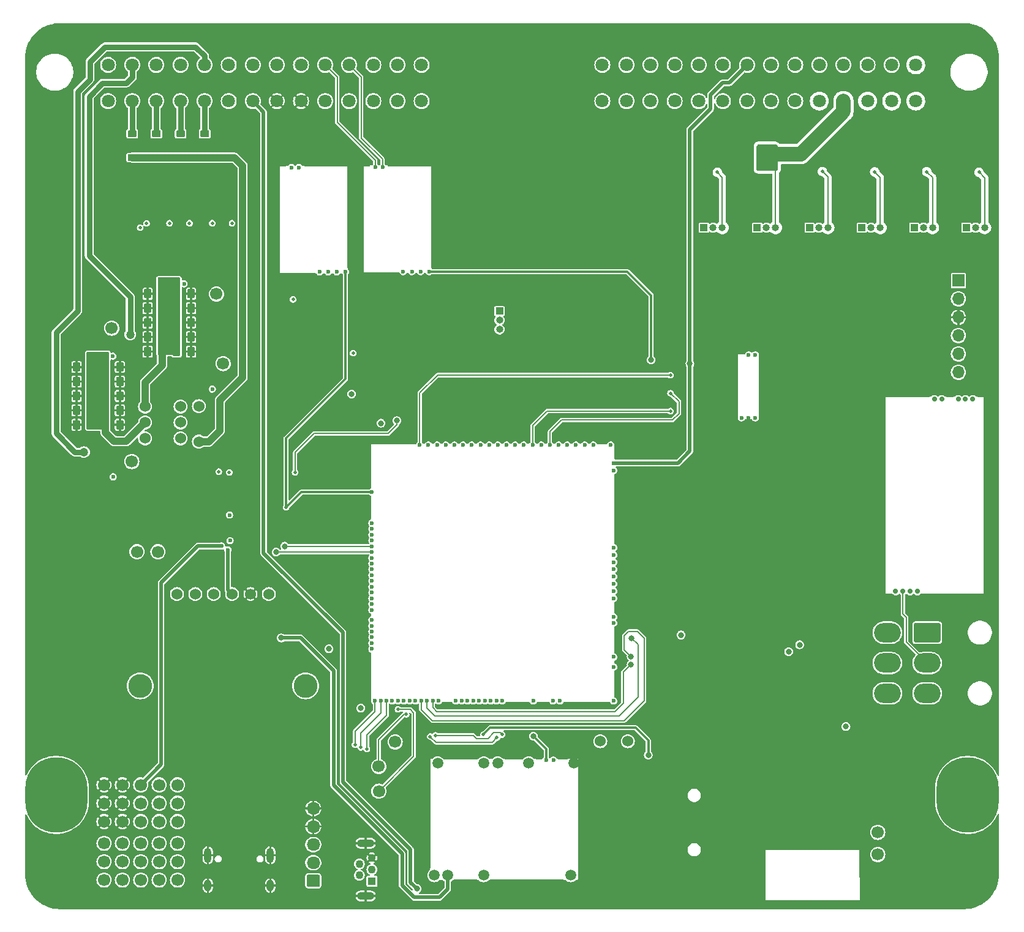
<source format=gbl>
G04 #@! TF.GenerationSoftware,KiCad,Pcbnew,8.0.2-8.0.2-0~ubuntu22.04.1*
G04 #@! TF.CreationDate,2024-05-18T17:18:28+00:00*
G04 #@! TF.ProjectId,uaefi,75616566-692e-46b6-9963-61645f706362,C*
G04 #@! TF.SameCoordinates,Original*
G04 #@! TF.FileFunction,Copper,L4,Bot*
G04 #@! TF.FilePolarity,Positive*
%FSLAX46Y46*%
G04 Gerber Fmt 4.6, Leading zero omitted, Abs format (unit mm)*
G04 Created by KiCad (PCBNEW 8.0.2-8.0.2-0~ubuntu22.04.1) date 2024-05-18 17:18:28*
%MOMM*%
%LPD*%
G01*
G04 APERTURE LIST*
G04 #@! TA.AperFunction,ComponentPad*
%ADD10R,1.000000X1.000000*%
G04 #@! TD*
G04 #@! TA.AperFunction,ComponentPad*
%ADD11O,1.000000X1.000000*%
G04 #@! TD*
G04 #@! TA.AperFunction,ComponentPad*
%ADD12C,1.700000*%
G04 #@! TD*
G04 #@! TA.AperFunction,ComponentPad*
%ADD13C,0.700000*%
G04 #@! TD*
G04 #@! TA.AperFunction,SMDPad,CuDef*
%ADD14R,1.100000X0.250000*%
G04 #@! TD*
G04 #@! TA.AperFunction,SMDPad,CuDef*
%ADD15R,0.980000X0.250000*%
G04 #@! TD*
G04 #@! TA.AperFunction,SMDPad,CuDef*
%ADD16R,6.300000X0.250000*%
G04 #@! TD*
G04 #@! TA.AperFunction,SMDPad,CuDef*
%ADD17R,0.250000X27.600000*%
G04 #@! TD*
G04 #@! TA.AperFunction,SMDPad,CuDef*
%ADD18R,8.750000X0.250000*%
G04 #@! TD*
G04 #@! TA.AperFunction,SMDPad,CuDef*
%ADD19R,0.950000X0.250000*%
G04 #@! TD*
G04 #@! TA.AperFunction,ComponentPad*
%ADD20C,0.900000*%
G04 #@! TD*
G04 #@! TA.AperFunction,ComponentPad*
%ADD21O,8.600000X10.400000*%
G04 #@! TD*
G04 #@! TA.AperFunction,ComponentPad*
%ADD22C,1.800000*%
G04 #@! TD*
G04 #@! TA.AperFunction,ComponentPad*
%ADD23C,1.524000*%
G04 #@! TD*
G04 #@! TA.AperFunction,ComponentPad*
%ADD24O,1.850000X1.700000*%
G04 #@! TD*
G04 #@! TA.AperFunction,ComponentPad*
%ADD25C,0.600000*%
G04 #@! TD*
G04 #@! TA.AperFunction,SMDPad,CuDef*
%ADD26R,6.185000X0.250000*%
G04 #@! TD*
G04 #@! TA.AperFunction,SMDPad,CuDef*
%ADD27R,1.115000X0.250000*%
G04 #@! TD*
G04 #@! TA.AperFunction,SMDPad,CuDef*
%ADD28R,0.250000X14.275000*%
G04 #@! TD*
G04 #@! TA.AperFunction,SMDPad,CuDef*
%ADD29R,0.250000X15.100000*%
G04 #@! TD*
G04 #@! TA.AperFunction,SMDPad,CuDef*
%ADD30R,5.175000X0.250000*%
G04 #@! TD*
G04 #@! TA.AperFunction,ComponentPad*
%ADD31R,1.100000X1.100000*%
G04 #@! TD*
G04 #@! TA.AperFunction,ComponentPad*
%ADD32C,1.100000*%
G04 #@! TD*
G04 #@! TA.AperFunction,ComponentPad*
%ADD33O,2.400000X1.100000*%
G04 #@! TD*
G04 #@! TA.AperFunction,SMDPad,CuDef*
%ADD34O,1.225000X0.200000*%
G04 #@! TD*
G04 #@! TA.AperFunction,SMDPad,CuDef*
%ADD35O,0.200000X9.300000*%
G04 #@! TD*
G04 #@! TA.AperFunction,ComponentPad*
%ADD36C,1.500000*%
G04 #@! TD*
G04 #@! TA.AperFunction,SMDPad,CuDef*
%ADD37O,3.300000X0.200000*%
G04 #@! TD*
G04 #@! TA.AperFunction,SMDPad,CuDef*
%ADD38O,10.200000X0.200000*%
G04 #@! TD*
G04 #@! TA.AperFunction,SMDPad,CuDef*
%ADD39O,0.300000X0.200000*%
G04 #@! TD*
G04 #@! TA.AperFunction,SMDPad,CuDef*
%ADD40O,0.200000X17.000000*%
G04 #@! TD*
G04 #@! TA.AperFunction,SMDPad,CuDef*
%ADD41O,0.200000X15.400000*%
G04 #@! TD*
G04 #@! TA.AperFunction,SMDPad,CuDef*
%ADD42O,4.800000X0.200000*%
G04 #@! TD*
G04 #@! TA.AperFunction,SMDPad,CuDef*
%ADD43O,2.600000X0.200000*%
G04 #@! TD*
G04 #@! TA.AperFunction,SMDPad,CuDef*
%ADD44O,1.000000X0.200000*%
G04 #@! TD*
G04 #@! TA.AperFunction,SMDPad,CuDef*
%ADD45O,1.500000X0.200000*%
G04 #@! TD*
G04 #@! TA.AperFunction,ComponentPad*
%ADD46C,0.599999*%
G04 #@! TD*
G04 #@! TA.AperFunction,SMDPad,CuDef*
%ADD47R,0.200000X3.700000*%
G04 #@! TD*
G04 #@! TA.AperFunction,SMDPad,CuDef*
%ADD48R,0.200000X0.400000*%
G04 #@! TD*
G04 #@! TA.AperFunction,SMDPad,CuDef*
%ADD49R,0.200000X1.600000*%
G04 #@! TD*
G04 #@! TA.AperFunction,SMDPad,CuDef*
%ADD50R,0.200000X9.700000*%
G04 #@! TD*
G04 #@! TA.AperFunction,SMDPad,CuDef*
%ADD51R,0.200000X2.300000*%
G04 #@! TD*
G04 #@! TA.AperFunction,SMDPad,CuDef*
%ADD52R,1.400000X0.200000*%
G04 #@! TD*
G04 #@! TA.AperFunction,SMDPad,CuDef*
%ADD53R,6.400000X0.200000*%
G04 #@! TD*
G04 #@! TA.AperFunction,SMDPad,CuDef*
%ADD54R,1.700000X0.200000*%
G04 #@! TD*
G04 #@! TA.AperFunction,SMDPad,CuDef*
%ADD55R,3.300000X0.200000*%
G04 #@! TD*
G04 #@! TA.AperFunction,SMDPad,CuDef*
%ADD56R,0.200000X7.000000*%
G04 #@! TD*
G04 #@! TA.AperFunction,SMDPad,CuDef*
%ADD57R,0.200000X3.300000*%
G04 #@! TD*
G04 #@! TA.AperFunction,SMDPad,CuDef*
%ADD58R,0.200000X6.300000*%
G04 #@! TD*
G04 #@! TA.AperFunction,ComponentPad*
%ADD59O,1.000000X2.100000*%
G04 #@! TD*
G04 #@! TA.AperFunction,ComponentPad*
%ADD60O,1.000000X1.600000*%
G04 #@! TD*
G04 #@! TA.AperFunction,ComponentPad*
%ADD61R,1.700000X1.700000*%
G04 #@! TD*
G04 #@! TA.AperFunction,ComponentPad*
%ADD62O,1.700000X1.700000*%
G04 #@! TD*
G04 #@! TA.AperFunction,ComponentPad*
%ADD63C,3.302000*%
G04 #@! TD*
G04 #@! TA.AperFunction,ComponentPad*
%ADD64O,3.700000X2.700000*%
G04 #@! TD*
G04 #@! TA.AperFunction,ViaPad*
%ADD65C,0.600000*%
G04 #@! TD*
G04 #@! TA.AperFunction,ViaPad*
%ADD66C,0.500000*%
G04 #@! TD*
G04 #@! TA.AperFunction,ViaPad*
%ADD67C,1.200000*%
G04 #@! TD*
G04 #@! TA.AperFunction,ViaPad*
%ADD68C,0.800000*%
G04 #@! TD*
G04 #@! TA.AperFunction,ViaPad*
%ADD69C,1.700000*%
G04 #@! TD*
G04 #@! TA.AperFunction,Conductor*
%ADD70C,1.000000*%
G04 #@! TD*
G04 #@! TA.AperFunction,Conductor*
%ADD71C,0.800000*%
G04 #@! TD*
G04 #@! TA.AperFunction,Conductor*
%ADD72C,0.500000*%
G04 #@! TD*
G04 #@! TA.AperFunction,Conductor*
%ADD73C,0.300000*%
G04 #@! TD*
G04 #@! TA.AperFunction,Conductor*
%ADD74C,0.200000*%
G04 #@! TD*
G04 #@! TA.AperFunction,Conductor*
%ADD75C,2.000000*%
G04 #@! TD*
G04 APERTURE END LIST*
D10*
G04 #@! TO.P,JP3,1,A*
G04 #@! TO.N,Net-(JP3-A)*
X115879500Y94475000D03*
D11*
G04 #@! TO.P,JP3,2,C*
G04 #@! TO.N,Net-(JP3-C)*
X117149500Y94475000D03*
G04 #@! TO.P,JP3,3,B*
G04 #@! TO.N,/OUT_IGN3*
X118419500Y94475000D03*
G04 #@! TD*
D10*
G04 #@! TO.P,JP1,1,A*
G04 #@! TO.N,Net-(JP1-A)*
X130319500Y94475000D03*
D11*
G04 #@! TO.P,JP1,2,C*
G04 #@! TO.N,Net-(JP1-C)*
X131589500Y94475000D03*
G04 #@! TO.P,JP1,3,B*
G04 #@! TO.N,/OUT_IGN1*
X132859500Y94475000D03*
G04 #@! TD*
D12*
G04 #@! TO.P,P8,1,Pin_1*
G04 #@! TO.N,Net-(M6-UART2_TX_(PD5))*
X118077000Y10825000D03*
G04 #@! TD*
G04 #@! TO.P,G3,1*
G04 #@! TO.N,GND*
X11107000Y17382000D03*
G04 #@! TO.P,G3,2*
X13647000Y17382000D03*
G04 #@! TO.P,G3,3*
G04 #@! TO.N,+3.3VA*
X16187000Y17382000D03*
G04 #@! TO.P,G3,4*
G04 #@! TO.N,+5VA*
X18727000Y17382000D03*
G04 #@! TO.P,G3,5*
G04 #@! TO.N,+12V_RAW*
X21267000Y17382000D03*
G04 #@! TO.P,G3,6*
G04 #@! TO.N,GND*
X11107000Y14842000D03*
G04 #@! TO.P,G3,7*
X13647000Y14842000D03*
G04 #@! TO.P,G3,8*
G04 #@! TO.N,+3.3VA*
X16187000Y14842000D03*
G04 #@! TO.P,G3,9*
G04 #@! TO.N,+5VA*
X18727000Y14842000D03*
G04 #@! TO.P,G3,10*
G04 #@! TO.N,+12V_RAW*
X21267000Y14842000D03*
G04 #@! TO.P,G3,11*
G04 #@! TO.N,GND*
X11107000Y12302000D03*
G04 #@! TO.P,G3,12*
X13647000Y12302000D03*
G04 #@! TO.P,G3,13*
G04 #@! TO.N,+3.3VA*
X16187000Y12302000D03*
G04 #@! TO.P,G3,14*
G04 #@! TO.N,+5VA*
X18727000Y12302000D03*
G04 #@! TO.P,G3,15*
G04 #@! TO.N,+12V_RAW*
X21267000Y12302000D03*
G04 #@! TD*
D13*
G04 #@! TO.P,M5,E1,LSU_Un*
G04 #@! TO.N,/WBO_Un*
X120552000Y44175000D03*
G04 #@! TO.P,M5,E2,LSU_Vm*
G04 #@! TO.N,/WBO_Vm*
X123552000Y44175000D03*
G04 #@! TO.P,M5,E3,LSU_Ip*
G04 #@! TO.N,/WBO_Ip*
X122552000Y44175000D03*
G04 #@! TO.P,M5,E4,LSU_Rtrim*
G04 #@! TO.N,/WBO_Rtrim*
X121552000Y44175000D03*
D14*
G04 #@! TO.P,M5,G,GND*
G04 #@! TO.N,GND*
X132402000Y71150000D03*
D15*
X128062000Y71150000D03*
D16*
X122102000Y71150000D03*
D17*
X132827000Y57475000D03*
X119077000Y57475000D03*
D18*
X128577000Y43800000D03*
D19*
X119427000Y43800000D03*
D13*
G04 #@! TO.P,M5,W1,V5_IN*
G04 #@! TO.N,+5VA*
X130202000Y70766200D03*
G04 #@! TO.P,M5,W2,CAN_VIO*
G04 #@! TO.N,unconnected-(M5-CAN_VIO-PadW2)*
X129202000Y70766200D03*
G04 #@! TO.P,M5,W3,CANL*
G04 #@! TO.N,/CAN-*
X125906000Y70766200D03*
G04 #@! TO.P,M5,W4,CANH*
G04 #@! TO.N,/CAN+*
X126922000Y70766200D03*
G04 #@! TO.P,M5,W9,VDDA*
G04 #@! TO.N,unconnected-(M5-VDDA-PadW9)*
X131202000Y70766200D03*
G04 #@! TD*
D12*
G04 #@! TO.P,P1,1,Pin_1*
G04 #@! TO.N,Net-(M7-CANL)*
X18564505Y49643334D03*
G04 #@! TD*
G04 #@! TO.P,P2,1,Pin_1*
G04 #@! TO.N,Net-(M7-CANH)*
X15664505Y49643334D03*
G04 #@! TD*
D10*
G04 #@! TO.P,JP7,1,A*
G04 #@! TO.N,/IN_KNOCK*
X65777000Y82940000D03*
D11*
G04 #@! TO.P,JP7,2,C*
G04 #@! TO.N,/ADC3*
X65777000Y81670000D03*
G04 #@! TO.P,JP7,3,B*
G04 #@! TO.N,/VR_DISCRETE_A*
X65777000Y80400000D03*
G04 #@! TD*
D12*
G04 #@! TO.P,P15,1,Pin_1*
G04 #@! TO.N,/DC1_DIR*
X26647000Y85300000D03*
G04 #@! TD*
D20*
G04 #@! TO.P,H1,1*
G04 #@! TO.N,N/C*
X4502000Y11850000D03*
X3052000Y12199000D03*
X5952000Y12199000D03*
X1981000Y13080000D03*
X7023000Y13080000D03*
X1351000Y14495000D03*
X7653000Y14495000D03*
X1277000Y16000000D03*
D21*
X4502000Y16000000D03*
D20*
X7727000Y16000000D03*
X1351000Y17505000D03*
X7653000Y17505000D03*
X1981000Y18920000D03*
X7023000Y18920000D03*
X3052000Y19801000D03*
X5952000Y19801000D03*
X4502000Y20150000D03*
G04 #@! TD*
D22*
G04 #@! TO.P,J1,P1,1*
G04 #@! TO.N,/OUT_IGN1*
X123332000Y117000000D03*
G04 #@! TO.P,J1,P2,2*
G04 #@! TO.N,/CAN-*
X119998668Y117000000D03*
G04 #@! TO.P,J1,P3,3*
G04 #@! TO.N,/CAN+*
X116665337Y117000000D03*
G04 #@! TO.P,J1,P4,4*
G04 #@! TO.N,/EGT+*
X113332006Y117000000D03*
G04 #@! TO.P,J1,P5,5*
G04 #@! TO.N,/EGT-*
X109998675Y117000000D03*
G04 #@! TO.P,J1,P6,6*
G04 #@! TO.N,/IN_KNOCK_RAW*
X106665343Y117000000D03*
G04 #@! TO.P,J1,P7,7*
G04 #@! TO.N,GNDA*
X103332012Y117000000D03*
G04 #@! TO.P,J1,P8,8*
X99998681Y117000000D03*
G04 #@! TO.P,J1,P9,9*
G04 #@! TO.N,/IN_CLT*
X96665350Y117000000D03*
G04 #@! TO.P,J1,P10,10*
G04 #@! TO.N,/IN_IAT*
X93332018Y117000000D03*
G04 #@! TO.P,J1,P11,11*
G04 #@! TO.N,/IN_PPS1*
X89998687Y117000000D03*
G04 #@! TO.P,J1,P12,12*
G04 #@! TO.N,/IN_TPS1*
X86665356Y117000000D03*
G04 #@! TO.P,J1,P13,13*
G04 #@! TO.N,/IN_FLEX*
X83332025Y117000000D03*
G04 #@! TO.P,J1,P14,14*
G04 #@! TO.N,/IN_MAP*
X79998693Y117000000D03*
G04 #@! TO.P,J1,P15,15*
G04 #@! TO.N,/OUT_INJ1*
X79998693Y112000000D03*
G04 #@! TO.P,J1,P16,16*
G04 #@! TO.N,/OUT_INJ2*
X83332025Y112000000D03*
G04 #@! TO.P,J1,P17,17*
G04 #@! TO.N,/OUT_INJ3*
X86665356Y112000000D03*
G04 #@! TO.P,J1,P18,18*
G04 #@! TO.N,/OUT_INJ4*
X89998687Y112000000D03*
G04 #@! TO.P,J1,P19,19*
G04 #@! TO.N,/OUT_INJ5*
X93332018Y112000000D03*
G04 #@! TO.P,J1,P20,20*
G04 #@! TO.N,/OUT_INJ6*
X96665350Y112000000D03*
G04 #@! TO.P,J1,P21,21*
G04 #@! TO.N,/IN_BUTTON3*
X99998681Y112000000D03*
G04 #@! TO.P,J1,P22,22*
G04 #@! TO.N,/IN_BUTTON2*
X103332012Y112000000D03*
G04 #@! TO.P,J1,P23,23*
G04 #@! TO.N,/IN_BUTTON1*
X106665343Y112000000D03*
G04 #@! TO.P,J1,P24,24*
G04 #@! TO.N,/OUT_IGN6*
X109998675Y112000000D03*
G04 #@! TO.P,J1,P25,25*
G04 #@! TO.N,/OUT_IGN5*
X113332006Y112000000D03*
G04 #@! TO.P,J1,P26,26*
G04 #@! TO.N,/OUT_IGN4*
X116665337Y112000000D03*
G04 #@! TO.P,J1,P27,27*
G04 #@! TO.N,/OUT_IGN3*
X119998668Y112000000D03*
G04 #@! TO.P,J1,P28,28*
G04 #@! TO.N,/OUT_IGN2*
X123332000Y112000000D03*
G04 #@! TO.P,J1,P29,29*
G04 #@! TO.N,/IN_AUX2*
X55012000Y117000000D03*
G04 #@! TO.P,J1,P30,30*
G04 #@! TO.N,/IN_PPS2*
X51678669Y117000000D03*
G04 #@! TO.P,J1,P31,31*
G04 #@! TO.N,/IN_HALL1*
X48345338Y117000000D03*
G04 #@! TO.P,J1,P32,32*
G04 #@! TO.N,/VR_MAX9924-*
X45012007Y117000000D03*
G04 #@! TO.P,J1,P33,33*
G04 #@! TO.N,/VR_MAX9924+*
X41678675Y117000000D03*
G04 #@! TO.P,J1,P34,34*
G04 #@! TO.N,/VR_DISCRETE-*
X38345344Y117000000D03*
G04 #@! TO.P,J1,P35,35*
G04 #@! TO.N,/VR_DISCRETE+*
X35012013Y117000000D03*
G04 #@! TO.P,J1,P36,36*
G04 #@! TO.N,/12V_KEY*
X31678682Y117000000D03*
G04 #@! TO.P,J1,P37,37*
G04 #@! TO.N,+12V*
X28345350Y117000000D03*
G04 #@! TO.P,J1,P38,38*
G04 #@! TO.N,/OUT_DC2+*
X25012019Y117000000D03*
G04 #@! TO.P,J1,P39,39*
G04 #@! TO.N,/OUT_DC2-*
X21678688Y117000000D03*
G04 #@! TO.P,J1,P40,40*
G04 #@! TO.N,/OUT_DC1-*
X18345357Y117000000D03*
G04 #@! TO.P,J1,P41,41*
G04 #@! TO.N,/OUT_DC1+*
X15012025Y117000000D03*
G04 #@! TO.P,J1,P42,42*
G04 #@! TO.N,/OUT_LS_HOT2*
X11678694Y117000000D03*
G04 #@! TO.P,J1,P43,43*
G04 #@! TO.N,/OUT_LS_HOT1*
X11678694Y112000000D03*
G04 #@! TO.P,J1,P44,44*
G04 #@! TO.N,/OUT_LS3*
X15012025Y112000000D03*
G04 #@! TO.P,J1,P45,45*
G04 #@! TO.N,/OUT_LS4*
X18345357Y112000000D03*
G04 #@! TO.P,J1,P46,46*
G04 #@! TO.N,/OUT_LS1*
X21678688Y112000000D03*
G04 #@! TO.P,J1,P47,47*
G04 #@! TO.N,/OUT_LS2*
X25012019Y112000000D03*
G04 #@! TO.P,J1,P48,48*
G04 #@! TO.N,+5VP*
X28345350Y112000000D03*
G04 #@! TO.P,J1,P49,49*
X31678682Y112000000D03*
G04 #@! TO.P,J1,P50,50*
G04 #@! TO.N,GND*
X35012013Y112000000D03*
G04 #@! TO.P,J1,P51,51*
X38345344Y112000000D03*
G04 #@! TO.P,J1,P52,52*
G04 #@! TO.N,/IN_HALL3*
X41678675Y112000000D03*
G04 #@! TO.P,J1,P53,53*
G04 #@! TO.N,/IN_HALL2*
X45012007Y112000000D03*
G04 #@! TO.P,J1,P54,54*
G04 #@! TO.N,/IN_AUX3*
X48345338Y112000000D03*
G04 #@! TO.P,J1,P55,55*
G04 #@! TO.N,/IN_TPS2*
X51678669Y112000000D03*
G04 #@! TO.P,J1,P56,56*
G04 #@! TO.N,/IN_AUX1*
X55012000Y112000000D03*
G04 #@! TD*
D23*
G04 #@! TO.P,F4,1,1*
G04 #@! TO.N,+12V*
X21687000Y69725000D03*
G04 #@! TO.P,F4,2,2*
G04 #@! TO.N,/DC Driver 1/PWR*
X16787000Y69725000D03*
G04 #@! TD*
G04 #@! TO.P,J7,1,Pin_1*
G04 #@! TO.N,/VBUS*
G04 #@! TA.AperFunction,ComponentPad*
G36*
G01*
X40715000Y3267000D02*
X39365000Y3267000D01*
G75*
G02*
X39115000Y3517000I0J250000D01*
G01*
X39115000Y4717000D01*
G75*
G02*
X39365000Y4967000I250000J0D01*
G01*
X40715000Y4967000D01*
G75*
G02*
X40965000Y4717000I0J-250000D01*
G01*
X40965000Y3517000D01*
G75*
G02*
X40715000Y3267000I-250000J0D01*
G01*
G37*
G04 #@! TD.AperFunction*
D24*
G04 #@! TO.P,J7,2,Pin_2*
G04 #@! TO.N,/USB-*
X40040000Y6617000D03*
G04 #@! TO.P,J7,3,Pin_3*
G04 #@! TO.N,/USB+*
X40040000Y9117000D03*
G04 #@! TO.P,J7,4,Pin_4*
G04 #@! TO.N,GND*
X40040000Y11617000D03*
G04 #@! TO.P,J7,5,Pin_5*
X40040000Y14117000D03*
G04 #@! TD*
D12*
G04 #@! TO.P,P4,1,Pin_1*
G04 #@! TO.N,Net-(M6-LED_GREEN)*
X49107000Y16516000D03*
G04 #@! TD*
D10*
G04 #@! TO.P,JP2,1,A*
G04 #@! TO.N,Net-(JP2-A)*
X123119500Y94475000D03*
D11*
G04 #@! TO.P,JP2,2,C*
G04 #@! TO.N,Net-(JP2-C)*
X124389500Y94475000D03*
G04 #@! TO.P,JP2,3,B*
G04 #@! TO.N,/OUT_IGN2*
X125659500Y94475000D03*
G04 #@! TD*
D20*
G04 #@! TO.P,H2,1*
G04 #@! TO.N,N/C*
X130502000Y11850000D03*
X129052000Y12199000D03*
X131952000Y12199000D03*
X127981000Y13080000D03*
X133023000Y13080000D03*
X127351000Y14495000D03*
X133653000Y14495000D03*
X127277000Y16000000D03*
D21*
X130502000Y16000000D03*
D20*
X133727000Y16000000D03*
X127351000Y17505000D03*
X133653000Y17505000D03*
X127981000Y18920000D03*
X133023000Y18920000D03*
X129052000Y19801000D03*
X131952000Y19801000D03*
X130502000Y20150000D03*
G04 #@! TD*
D12*
G04 #@! TO.P,G4,1*
G04 #@! TO.N,Net-(G4-Pad1)*
X11117000Y9305000D03*
G04 #@! TO.P,G4,2*
G04 #@! TO.N,Net-(G4-Pad12)*
X13657000Y9305000D03*
G04 #@! TO.P,G4,3*
G04 #@! TO.N,Net-(G4-Pad13)*
X16197000Y9305000D03*
G04 #@! TO.P,G4,4*
G04 #@! TO.N,Net-(G4-Pad14)*
X18737000Y9305000D03*
G04 #@! TO.P,G4,5*
G04 #@! TO.N,Net-(G4-Pad10)*
X21277000Y9305000D03*
G04 #@! TO.P,G4,6*
G04 #@! TO.N,Net-(G4-Pad1)*
X11117000Y6765000D03*
G04 #@! TO.P,G4,7*
G04 #@! TO.N,Net-(G4-Pad12)*
X13657000Y6765000D03*
G04 #@! TO.P,G4,8*
G04 #@! TO.N,Net-(G4-Pad13)*
X16197000Y6765000D03*
G04 #@! TO.P,G4,9*
G04 #@! TO.N,Net-(G4-Pad14)*
X18737000Y6765000D03*
G04 #@! TO.P,G4,10*
G04 #@! TO.N,Net-(G4-Pad10)*
X21277000Y6765000D03*
G04 #@! TO.P,G4,11*
G04 #@! TO.N,Net-(G4-Pad1)*
X11117000Y4225000D03*
G04 #@! TO.P,G4,12*
G04 #@! TO.N,Net-(G4-Pad12)*
X13657000Y4225000D03*
G04 #@! TO.P,G4,13*
G04 #@! TO.N,Net-(G4-Pad13)*
X16197000Y4225000D03*
G04 #@! TO.P,G4,14*
G04 #@! TO.N,Net-(G4-Pad14)*
X18737000Y4225000D03*
G04 #@! TO.P,G4,15*
G04 #@! TO.N,Net-(G4-Pad10)*
X21277000Y4225000D03*
G04 #@! TD*
D25*
G04 #@! TO.P,M3,E1,Thresh_IN*
G04 #@! TO.N,/VR_DISCRETE_THR*
X42092000Y88362500D03*
G04 #@! TO.P,M3,E2,OUT_A*
G04 #@! TO.N,/VR_DISCRETE_A*
X40892000Y88362500D03*
G04 #@! TO.P,M3,E3,OUT*
G04 #@! TO.N,/VR_DISCRETE*
X43292000Y88362500D03*
G04 #@! TO.P,M3,E4,V5_IN*
G04 #@! TO.N,+5VA*
X44492000Y88362500D03*
D26*
G04 #@! TO.P,M3,G,GND*
G04 #@! TO.N,GND*
X41824500Y103012500D03*
D27*
X35774500Y103012500D03*
D28*
X44792000Y96000000D03*
D29*
X35342000Y95587500D03*
D30*
X37804500Y88162500D03*
D25*
G04 #@! TO.P,M3,W1,VR-*
G04 #@! TO.N,/VR_DISCRETE-*
X38032000Y102787500D03*
G04 #@! TO.P,M3,W2,VR+*
G04 #@! TO.N,/VR_DISCRETE+*
X37032000Y102787500D03*
G04 #@! TD*
D12*
G04 #@! TO.P,P17,1,Pin_1*
G04 #@! TO.N,/DC1_PWM*
X27572000Y75675000D03*
G04 #@! TD*
D23*
G04 #@! TO.P,F3,1,1*
G04 #@! TO.N,+12V*
X21687000Y67525000D03*
G04 #@! TO.P,F3,2,2*
G04 #@! TO.N,/DC Driver 2/PWR*
X16787000Y67525000D03*
G04 #@! TD*
D31*
G04 #@! TO.P,J2,1,VBUS*
G04 #@! TO.N,/VBUS*
X48150000Y4067000D03*
D32*
G04 #@! TO.P,J2,2,D-*
G04 #@! TO.N,/USB-*
X46400000Y4867000D03*
G04 #@! TO.P,J2,3,D+*
G04 #@! TO.N,/USB+*
X48150000Y5667000D03*
G04 #@! TO.P,J2,4,ID*
G04 #@! TO.N,unconnected-(J2-ID-Pad4)*
X46400000Y6467000D03*
G04 #@! TO.P,J2,5,GND*
G04 #@! TO.N,GND*
X48150000Y7267000D03*
D33*
G04 #@! TO.P,J2,6,Shield*
X47275000Y2017000D03*
X47275000Y9317000D03*
G04 #@! TD*
D25*
G04 #@! TO.P,M2,E1,V5A*
G04 #@! TO.N,+5VA*
X101127000Y68175000D03*
D34*
G04 #@! TO.P,M2,E2,GND*
G04 #@! TO.N,GND*
X99152000Y77075000D03*
D35*
X101727000Y72525000D03*
X98627000Y72525000D03*
D25*
X100177000Y68175000D03*
G04 #@! TO.P,M2,E3,OUT_KNOCK*
G04 #@! TO.N,/IN_KNOCK*
X99227002Y68175000D03*
G04 #@! TO.P,M2,W1,IN_KNOCK*
G04 #@! TO.N,/IN_KNOCK_RAW*
X100227000Y76875000D03*
G04 #@! TO.P,M2,W2,VREF*
G04 #@! TO.N,/VREF1*
X101127000Y76875000D03*
G04 #@! TD*
D12*
G04 #@! TO.P,P18,1,Pin_1*
G04 #@! TO.N,/DC2_PWM*
X14947000Y62125000D03*
G04 #@! TD*
D36*
G04 #@! TO.P,M1,E1,VBAT*
G04 #@! TO.N,/VBAT*
X57227002Y20374996D03*
G04 #@! TO.P,M1,E2,V12*
G04 #@! TO.N,unconnected-(M1-V12-PadE2)*
X63626999Y20374996D03*
G04 #@! TO.P,M1,E3,VIGN*
G04 #@! TO.N,/VIGN*
X65527002Y20374996D03*
G04 #@! TO.P,M1,E4,V5*
G04 #@! TO.N,+5V*
X69827002Y20374996D03*
D25*
G04 #@! TO.P,M1,E5,EN_5VP*
G04 #@! TO.N,/PWR_EN*
X72226999Y20824995D03*
G04 #@! TO.P,M1,E6,PG_5VP*
G04 #@! TO.N,Net-(M1-PG_5VP)*
X73227000Y20824995D03*
D37*
G04 #@! TO.P,M1,S1,GND*
G04 #@! TO.N,GND*
X61077002Y4225000D03*
D38*
X69577000Y4225000D03*
D39*
X76677002Y4225000D03*
D40*
X76727002Y12624998D03*
D41*
X56127002Y13424999D03*
D36*
X76077002Y20374996D03*
D39*
X56177002Y21024997D03*
D42*
X60377000Y21024997D03*
D43*
X67727002Y21024997D03*
D44*
X71226999Y21024997D03*
D45*
X74527000Y21024997D03*
D36*
G04 #@! TO.P,M1,V1,V12_PERM*
G04 #@! TO.N,+12V_RAW*
X56777000Y4874999D03*
G04 #@! TO.P,M1,V2,IN_VIGN*
G04 #@! TO.N,/IN_VIGN*
X58626999Y4874999D03*
G04 #@! TO.P,M1,V3,V12_RAW*
G04 #@! TO.N,+12V_RAW*
X63577002Y4874999D03*
G04 #@! TO.P,M1,V4,5VP*
G04 #@! TO.N,+5VP*
X75627000Y4874999D03*
G04 #@! TD*
D46*
G04 #@! TO.P,M7,V1,V5*
G04 #@! TO.N,+5VA*
X28227004Y49899996D03*
G04 #@! TO.P,M7,V2,CAN_VIO*
G04 #@! TO.N,+3.3VA*
X27352002Y50424996D03*
G04 #@! TO.P,M7,V5,CAN_TX*
G04 #@! TO.N,Net-(M6-SPI2_SCK_{slash}_CAN2_TX_(PB13))*
X28527006Y51174994D03*
G04 #@! TO.P,M7,V6,CAN_RX*
G04 #@! TO.N,Net-(M6-SPI2_CS_{slash}_CAN2_RX_(PB12))*
X28452003Y54724995D03*
G04 #@! TD*
D10*
G04 #@! TO.P,JP4,1,A*
G04 #@! TO.N,Net-(JP4-A)*
X108644500Y94475000D03*
D11*
G04 #@! TO.P,JP4,2,C*
G04 #@! TO.N,Net-(JP4-C)*
X109914500Y94475000D03*
G04 #@! TO.P,JP4,3,B*
G04 #@! TO.N,/OUT_IGN4*
X111184500Y94475000D03*
G04 #@! TD*
D10*
G04 #@! TO.P,JP6,1,A*
G04 #@! TO.N,Net-(JP6-A)*
X94049500Y94475000D03*
D11*
G04 #@! TO.P,JP6,2,C*
G04 #@! TO.N,Net-(JP6-C)*
X95319500Y94475000D03*
G04 #@! TO.P,JP6,3,B*
G04 #@! TO.N,/OUT_IGN6*
X96589500Y94475000D03*
G04 #@! TD*
D23*
G04 #@! TO.P,F1,1,1*
G04 #@! TO.N,/12V_KEY*
X21687000Y65325000D03*
G04 #@! TO.P,F1,2,2*
G04 #@! TO.N,/IN_VIGN*
X16787000Y65325000D03*
G04 #@! TD*
D12*
G04 #@! TO.P,P3,1,Pin_1*
G04 #@! TO.N,Net-(M6-LED_YELLOW)*
X49082000Y19941000D03*
G04 #@! TD*
D23*
G04 #@! TO.P,R4,1,1*
G04 #@! TO.N,Net-(M1-PG_5VP)*
X83532000Y23425000D03*
G04 #@! TO.P,R4,2,2*
G04 #@! TO.N,/PG_5VP*
X79722000Y23425000D03*
G04 #@! TD*
D12*
G04 #@! TO.P,P7,1,Pin_1*
G04 #@! TO.N,Net-(M6-UART2_RX_(PD6))*
X118077000Y7750000D03*
G04 #@! TD*
D25*
G04 #@! TO.P,M6,E1,V5A_SWITCHABLE*
G04 #@! TO.N,+5VA*
X48152005Y57900005D03*
G04 #@! TO.P,M6,E2,GNDA*
G04 #@! TO.N,unconnected-(M6-GNDA-PadE2)*
X48151995Y53600005D03*
G04 #@! TO.P,M6,E3,I2C_SCL_(PB10)*
G04 #@! TO.N,unconnected-(M6-I2C_SCL_(PB10)-PadE3)*
X48151995Y52800015D03*
G04 #@! TO.P,M6,E4,I2C_SDA_(PB11)*
G04 #@! TO.N,unconnected-(M6-I2C_SDA_(PB11)-PadE4)*
X48151995Y52000005D03*
G04 #@! TO.P,M6,E5,IN_VIGN_(PA5)*
G04 #@! TO.N,/VIGN*
X48151995Y51200005D03*
G04 #@! TO.P,M6,E6,SPI2_CS_/_CAN2_RX_(PB12)*
G04 #@! TO.N,Net-(M6-SPI2_CS_{slash}_CAN2_RX_(PB12))*
X48151995Y50400005D03*
G04 #@! TO.P,M6,E7,SPI2_SCK_/_CAN2_TX_(PB13)*
G04 #@! TO.N,Net-(M6-SPI2_SCK_{slash}_CAN2_TX_(PB13))*
X48151995Y49600005D03*
G04 #@! TO.P,M6,E8,SPI2_MISO_(PB14)*
G04 #@! TO.N,/DC1_DIS*
X48151995Y48800005D03*
G04 #@! TO.P,M6,E9,SPI2_MOSI_(PB15)*
G04 #@! TO.N,/DC2_DIR*
X48151995Y48000005D03*
G04 #@! TO.P,M6,E10,OUT_INJ8_(PD12)*
G04 #@! TO.N,/LS2*
X48151995Y47200005D03*
G04 #@! TO.P,M6,E11,OUT_INJ7_(PD15)*
G04 #@! TO.N,/LS1*
X48151995Y46400005D03*
G04 #@! TO.P,M6,E12,OUT_INJ6_(PA8)*
G04 #@! TO.N,/INJ6*
X48151995Y45600005D03*
G04 #@! TO.P,M6,E13,OUT_INJ5_(PD2)*
G04 #@! TO.N,/INJ5*
X48151995Y44800005D03*
G04 #@! TO.P,M6,E14,OUT_INJ4_(PD10)*
G04 #@! TO.N,/INJ4*
X48151995Y44000005D03*
G04 #@! TO.P,M6,E15,OUT_INJ3_(PD11)*
G04 #@! TO.N,/INJ3*
X48151995Y43200005D03*
G04 #@! TO.P,M6,E16,OUT_INJ2_(PA9)*
G04 #@! TO.N,/INJ2*
X48152005Y42400015D03*
G04 #@! TO.P,M6,E17,OUT_INJ1_(PD3)*
G04 #@! TO.N,/INJ1*
X48151995Y41600005D03*
G04 #@! TO.P,M6,E18,OUT_PWM1_(PD13)*
G04 #@! TO.N,/LS3*
X48151995Y40200005D03*
G04 #@! TO.P,M6,E19,OUT_PWM2_(PC6)*
G04 #@! TO.N,/LS4*
X48151995Y39400015D03*
G04 #@! TO.P,M6,E20,OUT_PWM3_(PC7)*
G04 #@! TO.N,/DC1_PWM*
X48151995Y38600015D03*
G04 #@! TO.P,M6,E21,OUT_PWM4_(PC8)*
G04 #@! TO.N,/DC1_DIR*
X48151995Y37800015D03*
G04 #@! TO.P,M6,E22,OUT_PWM5_(PC9)*
G04 #@! TO.N,/DC2_PWM*
X48151995Y37000015D03*
G04 #@! TO.P,M6,E23,OUT_PWM6_(PD14)*
G04 #@! TO.N,/VR_DISCRETE_THR*
X48151995Y36200005D03*
D47*
G04 #@! TO.P,M6,G,GND*
G04 #@! TO.N,GND*
X81752005Y31350015D03*
D48*
X81752005Y34400005D03*
D47*
X81752005Y37450015D03*
D49*
X81752005Y41900005D03*
D50*
X81752005Y55550005D03*
D51*
X81752005Y63550005D03*
D52*
X79951995Y64600015D03*
D53*
X77852005Y28800015D03*
D54*
X71802005Y28800015D03*
D55*
X68302005Y28800015D03*
D52*
X58552005Y28800015D03*
D53*
X51052005Y64600015D03*
D56*
X47951995Y32199995D03*
D48*
X47951995Y40900015D03*
D57*
X47951995Y55750015D03*
D58*
X47951995Y61550015D03*
D25*
G04 #@! TO.P,M6,N1,VBUS*
G04 #@! TO.N,/VBUS*
X48551995Y29000005D03*
G04 #@! TO.P,M6,N2,USBM_(PA11)*
G04 #@! TO.N,/USB-*
X49351995Y29000005D03*
G04 #@! TO.P,M6,N3,USBP_(PA12)*
G04 #@! TO.N,/USB+*
X50151995Y29000005D03*
G04 #@! TO.P,M6,N4,USBID_(PA10)*
G04 #@! TO.N,/DC2_DIS*
X50952005Y29000005D03*
G04 #@! TO.P,M6,N5,SWDIO_(PA13)*
G04 #@! TO.N,unconnected-(M6-SWDIO_(PA13)-PadN5)*
X51751995Y29000005D03*
G04 #@! TO.P,M6,N6,SWCLK_(PA14)*
G04 #@! TO.N,unconnected-(M6-SWCLK_(PA14)-PadN6)*
X52551995Y29000005D03*
G04 #@! TO.P,M6,N7,nReset*
G04 #@! TO.N,unconnected-(M6-nReset-PadN7)*
X53351995Y29000005D03*
G04 #@! TO.P,M6,N8,SWO_(PB3)*
G04 #@! TO.N,unconnected-(M6-SWO_(PB3)-PadN8)*
X54152005Y29000005D03*
G04 #@! TO.P,M6,N9,SPI3_CS_(PA15)*
G04 #@! TO.N,/EGT/SPI_CS*
X54951995Y29000015D03*
G04 #@! TO.P,M6,N10,SPI3_SCK_(PC10)*
G04 #@! TO.N,/EGT/SPI_SCK*
X55751995Y29000015D03*
G04 #@! TO.P,M6,N11,SPI3_MISO_(PC11)*
G04 #@! TO.N,/EGT/SPI_SO*
X56551995Y29000015D03*
G04 #@! TO.P,M6,N12,SPI3_MOSI_(PC12)*
G04 #@! TO.N,/PG_5VP*
X57351995Y29000015D03*
G04 #@! TO.P,M6,N13,UART2_TX_(PD5)*
G04 #@! TO.N,Net-(M6-UART2_TX_(PD5))*
X59752005Y29000015D03*
G04 #@! TO.P,M6,N14,UART2_RX_(PD6)*
G04 #@! TO.N,Net-(M6-UART2_RX_(PD6))*
X60552005Y29000015D03*
G04 #@! TO.P,M6,N14a,LED_GREEN*
G04 #@! TO.N,Net-(M6-LED_GREEN)*
X61351995Y29000005D03*
G04 #@! TO.P,M6,N14b,LED_YELLOW*
G04 #@! TO.N,Net-(M6-LED_YELLOW)*
X62152005Y29000005D03*
G04 #@! TO.P,M6,N15,V33_SWITCHABLE*
G04 #@! TO.N,+3.3VA*
X62952005Y29000005D03*
G04 #@! TO.P,M6,N16,BOOT0*
G04 #@! TO.N,unconnected-(M6-BOOT0-PadN16)*
X63752005Y29000005D03*
G04 #@! TO.P,M6,N17,VBAT*
G04 #@! TO.N,/VBAT*
X64552005Y29000005D03*
G04 #@! TO.P,M6,N18,UART8_RX_(PE0)*
G04 #@! TO.N,/VR_DISCRETE*
X65352005Y29000015D03*
G04 #@! TO.P,M6,N19,UART8_TX_(PE1)*
G04 #@! TO.N,/VR_MAX9924*
X66152005Y29000015D03*
G04 #@! TO.P,M6,N20,OUT_PWR_EN_(PE10)*
G04 #@! TO.N,/PWR_EN*
X70452005Y29000015D03*
G04 #@! TO.P,M6,N21,V33*
G04 #@! TO.N,+3.3V*
X73152005Y29000015D03*
G04 #@! TO.P,M6,N22,VCC*
G04 #@! TO.N,+5V*
X74151995Y29000015D03*
G04 #@! TO.P,M6,N23,V33*
G04 #@! TO.N,unconnected-(M6-V33-PadN23)*
X81552005Y29000015D03*
G04 #@! TO.P,M6,S1,IN_D4_(PE15)*
G04 #@! TO.N,/IN_BUTTON3*
X54751985Y64400015D03*
G04 #@! TO.P,M6,S2,IN_D3_(PE14)*
G04 #@! TO.N,/IN_HALL3*
X55951995Y64400015D03*
G04 #@! TO.P,M6,S3,IN_D2_(PE13)*
G04 #@! TO.N,/IN_HALL2*
X57151995Y64400015D03*
G04 #@! TO.P,M6,S4,IN_D1_(PE12)*
G04 #@! TO.N,/IN_HALL1*
X58351995Y64400015D03*
G04 #@! TO.P,M6,S5,VREF2*
G04 #@! TO.N,unconnected-(M6-VREF2-PadS5)*
X59551995Y64400015D03*
G04 #@! TO.P,M6,S6,IN_AUX4_(PC5)*
G04 #@! TO.N,/IN_VMAIN*
X60751995Y64400015D03*
G04 #@! TO.P,M6,S7,IN_AUX3_(PA7)*
G04 #@! TO.N,/IN_AUX3*
X61951995Y64400015D03*
G04 #@! TO.P,M6,S8,IN_AUX2_(PC4/PE9)*
G04 #@! TO.N,/IN_PPS2*
X63151995Y64400015D03*
G04 #@! TO.P,M6,S9,IN_AUX1_(PB0)*
G04 #@! TO.N,/IN_TPS2*
X64351995Y64400015D03*
G04 #@! TO.P,M6,S10,IN_O2S2_(PA1)*
G04 #@! TO.N,/IN_AUX2*
X65551995Y64400015D03*
G04 #@! TO.P,M6,S11,IN_O2S_/_CAN_WAKEUP_(PA0)*
G04 #@! TO.N,/IN_AUX1*
X66751995Y64400015D03*
G04 #@! TO.P,M6,S12,IN_MAP2_(PC1)*
G04 #@! TO.N,/INTERNAL_MAP*
X67951995Y64400015D03*
G04 #@! TO.P,M6,S13,IN_MAP1_(PC0)*
G04 #@! TO.N,/IN_MAP*
X69151995Y64400015D03*
G04 #@! TO.P,M6,S14,IN_CRANK_(PB1)*
G04 #@! TO.N,/IN_BUTTON1*
X70351995Y64400015D03*
G04 #@! TO.P,M6,S15,IN_KNOCK_(PA2)*
G04 #@! TO.N,/ADC3*
X71551995Y64400015D03*
G04 #@! TO.P,M6,S16,IN_CAM_(PA6)*
G04 #@! TO.N,/IN_BUTTON2*
X72751995Y64400015D03*
G04 #@! TO.P,M6,S17,IN_VSS_(PE11)*
G04 #@! TO.N,/IN_FLEX*
X73951995Y64400015D03*
G04 #@! TO.P,M6,S18,IN_TPS_(PA4)*
G04 #@! TO.N,/IN_TPS1*
X75152005Y64400015D03*
G04 #@! TO.P,M6,S19,IN_PPS_(PA3)*
G04 #@! TO.N,/IN_PPS1*
X76352005Y64400015D03*
G04 #@! TO.P,M6,S20,IN_IAT_(PC3)*
G04 #@! TO.N,/IN_IAT*
X77552005Y64400015D03*
G04 #@! TO.P,M6,S21,IN_CLT_(PC2)*
G04 #@! TO.N,/IN_CLT*
X78752005Y64400015D03*
G04 #@! TO.P,M6,S22,VREF1*
G04 #@! TO.N,/VREF1*
X81152005Y64400015D03*
G04 #@! TO.P,M6,W1,GNDA*
G04 #@! TO.N,GNDA*
X81552005Y61900005D03*
G04 #@! TO.P,M6,W2,V5A_SWITCHABLE*
G04 #@! TO.N,+5VA*
X81552005Y60900005D03*
G04 #@! TO.P,M6,W3,IGN8_(PE6)*
G04 #@! TO.N,/LS_HOT2*
X81552005Y50200015D03*
G04 #@! TO.P,M6,W4,IGN7_(PB9)*
G04 #@! TO.N,/LS_HOT1*
X81552005Y49200005D03*
G04 #@! TO.P,M6,W5,IGN6_(PB8)*
G04 #@! TO.N,/IGN6*
X81552005Y48200015D03*
G04 #@! TO.P,M6,W6,IGN5_(PE2)*
G04 #@! TO.N,/IGN5*
X81552005Y47200015D03*
G04 #@! TO.P,M6,W7,IGN4_(PE3)*
G04 #@! TO.N,/IGN4*
X81552005Y46200015D03*
G04 #@! TO.P,M6,W8,IGN3_(PE4)*
G04 #@! TO.N,/IGN3*
X81552005Y45200015D03*
G04 #@! TO.P,M6,W9,IGN2_(PE5)*
G04 #@! TO.N,/IGN2*
X81552005Y44200015D03*
G04 #@! TO.P,M6,W10,IGN1_(PC13)*
G04 #@! TO.N,/IGN1*
X81552005Y43200015D03*
G04 #@! TO.P,M6,W11,CANH*
G04 #@! TO.N,/CAN+*
X81552005Y40600015D03*
G04 #@! TO.P,M6,W12,CANL*
G04 #@! TO.N,/CAN-*
X81552005Y39800015D03*
G04 #@! TO.P,M6,W13,V33_REF*
G04 #@! TO.N,unconnected-(M6-V33_REF-PadW13)*
X81552005Y35100005D03*
G04 #@! TO.P,M6,W14,V5A_SWITCHABLE*
G04 #@! TO.N,unconnected-(M6-V5A_SWITCHABLE-PadW14)*
X81552005Y33700015D03*
G04 #@! TD*
D59*
G04 #@! TO.P,J9,S1,SHIELD*
G04 #@! TO.N,GND*
X25460000Y7642000D03*
D60*
X25460000Y3462000D03*
D59*
X34100000Y7642000D03*
D60*
X34100000Y3462000D03*
G04 #@! TD*
D25*
G04 #@! TO.P,M4,E1,NC*
G04 #@! TO.N,unconnected-(M4-NC-PadE1)*
X53677000Y88400000D03*
G04 #@! TO.P,M4,E2,NC*
G04 #@! TO.N,unconnected-(M4-NC-PadE2)*
X52477000Y88400000D03*
G04 #@! TO.P,M4,E3,OUT*
G04 #@! TO.N,/VR_MAX9924*
X54877000Y88400000D03*
G04 #@! TO.P,M4,E4,V5_IN*
G04 #@! TO.N,+5VA*
X56077000Y88400000D03*
D26*
G04 #@! TO.P,M4,G,GND*
G04 #@! TO.N,GND*
X53409500Y103050000D03*
D27*
X47359500Y103050000D03*
D28*
X56377000Y96037500D03*
D29*
X46927000Y95625000D03*
D30*
X49389500Y88200000D03*
D25*
G04 #@! TO.P,M4,W1,VR-*
G04 #@! TO.N,/VR_MAX9924-*
X49617000Y102825000D03*
G04 #@! TO.P,M4,W2,VR+*
G04 #@! TO.N,/VR_MAX9924+*
X48617000Y102825000D03*
G04 #@! TD*
D10*
G04 #@! TO.P,JP5,1,A*
G04 #@! TO.N,Net-(JP5-A)*
X101419500Y94475000D03*
D11*
G04 #@! TO.P,JP5,2,C*
G04 #@! TO.N,Net-(JP5-C)*
X102689500Y94475000D03*
G04 #@! TO.P,JP5,3,B*
G04 #@! TO.N,/OUT_IGN5*
X103959500Y94475000D03*
G04 #@! TD*
D23*
G04 #@! TO.P,F2,1,1*
G04 #@! TO.N,+12V*
X24227000Y69775000D03*
G04 #@! TO.P,F2,2,2*
G04 #@! TO.N,+12V_RAW*
X24227000Y64875000D03*
G04 #@! TD*
D61*
G04 #@! TO.P,J6,1,Pin_1*
G04 #@! TO.N,Net-(J6-Pin_1)*
X129227000Y87175000D03*
D62*
G04 #@! TO.P,J6,2,Pin_2*
G04 #@! TO.N,Net-(J6-Pin_2)*
X129227000Y84635000D03*
G04 #@! TO.P,J6,3,Pin_3*
G04 #@! TO.N,GND*
X129227000Y82095000D03*
G04 #@! TO.P,J6,4,Pin_4*
G04 #@! TO.N,Net-(J6-Pin_4)*
X129227000Y79555000D03*
G04 #@! TO.P,J6,5,Pin_5*
G04 #@! TO.N,Net-(J6-Pin_5)*
X129227000Y77015000D03*
G04 #@! TO.P,J6,6,Pin_6*
G04 #@! TO.N,unconnected-(J6-Pin_6-Pad6)*
X129227000Y74475000D03*
G04 #@! TD*
D63*
G04 #@! TO.P,U3,*
G04 #@! TO.N,*
X38975000Y31087000D03*
X16115000Y31087000D03*
D23*
G04 #@! TO.P,U3,1,VOUT*
G04 #@! TO.N,/INTERNAL_MAP*
X33895000Y43787000D03*
G04 #@! TO.P,U3,2,GND*
G04 #@! TO.N,GND*
X31355000Y43787000D03*
G04 #@! TO.P,U3,3,VCC*
G04 #@! TO.N,+5VA*
X28815000Y43787000D03*
G04 #@! TO.P,U3,4,V1*
G04 #@! TO.N,unconnected-(U3-V1-Pad4)*
X26275000Y43787000D03*
G04 #@! TO.P,U3,5,V2*
G04 #@! TO.N,unconnected-(U3-V2-Pad5)*
X23735000Y43787000D03*
G04 #@! TO.P,U3,6,V_EX*
G04 #@! TO.N,unconnected-(U3-V_EX-Pad6)*
X21195000Y43787000D03*
G04 #@! TD*
G04 #@! TO.P,J3,1,Pin_1*
G04 #@! TO.N,+12V_RAW*
G04 #@! TA.AperFunction,ComponentPad*
G36*
G01*
X123302001Y39800000D02*
X126501999Y39800000D01*
G75*
G02*
X126752000Y39549999I0J-250001D01*
G01*
X126752000Y37350001D01*
G75*
G02*
X126501999Y37100000I-250001J0D01*
G01*
X123302001Y37100000D01*
G75*
G02*
X123052000Y37350001I0J250001D01*
G01*
X123052000Y39549999D01*
G75*
G02*
X123302001Y39800000I250001J0D01*
G01*
G37*
G04 #@! TD.AperFunction*
D64*
G04 #@! TO.P,J3,2,Pin_2*
G04 #@! TO.N,/WBO_Rtrim*
X124902000Y34250000D03*
G04 #@! TO.P,J3,3,Pin_3*
G04 #@! TO.N,/WBO_Heater*
X124902000Y30050000D03*
G04 #@! TO.P,J3,4,Pin_4*
G04 #@! TO.N,/WBO_Un*
X119402000Y38450000D03*
G04 #@! TO.P,J3,5,Pin_5*
G04 #@! TO.N,/WBO_Ip*
X119402000Y34250000D03*
G04 #@! TO.P,J3,6,Pin_6*
G04 #@! TO.N,/WBO_Vm*
X119402000Y30050000D03*
G04 #@! TD*
D12*
G04 #@! TO.P,P16,1,Pin_1*
G04 #@! TO.N,/DC2_DIR*
X12172000Y80575000D03*
G04 #@! TD*
G04 #@! TO.P,C10,1*
G04 #@! TO.N,GND*
G04 #@! TA.AperFunction,SMDPad,CuDef*
G36*
G01*
X16637000Y76825000D02*
X16637000Y77875000D01*
G75*
G02*
X16737000Y77975000I100000J0D01*
G01*
X17537000Y77975000D01*
G75*
G02*
X17637000Y77875000I0J-100000D01*
G01*
X17637000Y76825000D01*
G75*
G02*
X17537000Y76725000I-100000J0D01*
G01*
X16737000Y76725000D01*
G75*
G02*
X16637000Y76825000I0J100000D01*
G01*
G37*
G04 #@! TD.AperFunction*
G04 #@! TO.P,C10,2*
G04 #@! TO.N,/DC Driver 1/PWR*
G04 #@! TA.AperFunction,SMDPad,CuDef*
G36*
G01*
X18637000Y76825000D02*
X18637000Y77875000D01*
G75*
G02*
X18737000Y77975000I100000J0D01*
G01*
X19537000Y77975000D01*
G75*
G02*
X19637000Y77875000I0J-100000D01*
G01*
X19637000Y76825000D01*
G75*
G02*
X19537000Y76725000I-100000J0D01*
G01*
X18737000Y76725000D01*
G75*
G02*
X18637000Y76825000I0J100000D01*
G01*
G37*
G04 #@! TD.AperFunction*
G04 #@! TD*
G04 #@! TO.P,D4,1,K*
G04 #@! TO.N,+12V_RAW*
G04 #@! TA.AperFunction,SMDPad,CuDef*
G36*
G01*
X15512000Y103725000D02*
X14492000Y103725000D01*
G75*
G02*
X14402000Y103815000I0J90000D01*
G01*
X14402000Y104535000D01*
G75*
G02*
X14492000Y104625000I90000J0D01*
G01*
X15512000Y104625000D01*
G75*
G02*
X15602000Y104535000I0J-90000D01*
G01*
X15602000Y103815000D01*
G75*
G02*
X15512000Y103725000I-90000J0D01*
G01*
G37*
G04 #@! TD.AperFunction*
G04 #@! TO.P,D4,2,A*
G04 #@! TO.N,/OUT_LS3*
G04 #@! TA.AperFunction,SMDPad,CuDef*
G36*
G01*
X15512000Y107025000D02*
X14492000Y107025000D01*
G75*
G02*
X14402000Y107115000I0J90000D01*
G01*
X14402000Y107835000D01*
G75*
G02*
X14492000Y107925000I90000J0D01*
G01*
X15512000Y107925000D01*
G75*
G02*
X15602000Y107835000I0J-90000D01*
G01*
X15602000Y107115000D01*
G75*
G02*
X15512000Y107025000I-90000J0D01*
G01*
G37*
G04 #@! TD.AperFunction*
G04 #@! TD*
G04 #@! TO.P,C7,1*
G04 #@! TO.N,GND*
G04 #@! TA.AperFunction,SMDPad,CuDef*
G36*
G01*
X16637000Y82825000D02*
X16637000Y83875000D01*
G75*
G02*
X16737000Y83975000I100000J0D01*
G01*
X17537000Y83975000D01*
G75*
G02*
X17637000Y83875000I0J-100000D01*
G01*
X17637000Y82825000D01*
G75*
G02*
X17537000Y82725000I-100000J0D01*
G01*
X16737000Y82725000D01*
G75*
G02*
X16637000Y82825000I0J100000D01*
G01*
G37*
G04 #@! TD.AperFunction*
G04 #@! TO.P,C7,2*
G04 #@! TO.N,/DC Driver 1/PWR*
G04 #@! TA.AperFunction,SMDPad,CuDef*
G36*
G01*
X18637000Y82825000D02*
X18637000Y83875000D01*
G75*
G02*
X18737000Y83975000I100000J0D01*
G01*
X19537000Y83975000D01*
G75*
G02*
X19637000Y83875000I0J-100000D01*
G01*
X19637000Y82825000D01*
G75*
G02*
X19537000Y82725000I-100000J0D01*
G01*
X18737000Y82725000D01*
G75*
G02*
X18637000Y82825000I0J100000D01*
G01*
G37*
G04 #@! TD.AperFunction*
G04 #@! TD*
G04 #@! TO.P,C17,1*
G04 #@! TO.N,GND*
G04 #@! TA.AperFunction,SMDPad,CuDef*
G36*
G01*
X13802000Y69725000D02*
X13802000Y68675000D01*
G75*
G02*
X13702000Y68575000I-100000J0D01*
G01*
X12902000Y68575000D01*
G75*
G02*
X12802000Y68675000I0J100000D01*
G01*
X12802000Y69725000D01*
G75*
G02*
X12902000Y69825000I100000J0D01*
G01*
X13702000Y69825000D01*
G75*
G02*
X13802000Y69725000I0J-100000D01*
G01*
G37*
G04 #@! TD.AperFunction*
G04 #@! TO.P,C17,2*
G04 #@! TO.N,/DC Driver 2/PWR*
G04 #@! TA.AperFunction,SMDPad,CuDef*
G36*
G01*
X11802000Y69725000D02*
X11802000Y68675000D01*
G75*
G02*
X11702000Y68575000I-100000J0D01*
G01*
X10902000Y68575000D01*
G75*
G02*
X10802000Y68675000I0J100000D01*
G01*
X10802000Y69725000D01*
G75*
G02*
X10902000Y69825000I100000J0D01*
G01*
X11702000Y69825000D01*
G75*
G02*
X11802000Y69725000I0J-100000D01*
G01*
G37*
G04 #@! TD.AperFunction*
G04 #@! TD*
G04 #@! TO.P,C3,1*
G04 #@! TO.N,GND*
G04 #@! TA.AperFunction,SMDPad,CuDef*
G36*
G01*
X23637000Y81875000D02*
X23637000Y80825000D01*
G75*
G02*
X23537000Y80725000I-100000J0D01*
G01*
X22737000Y80725000D01*
G75*
G02*
X22637000Y80825000I0J100000D01*
G01*
X22637000Y81875000D01*
G75*
G02*
X22737000Y81975000I100000J0D01*
G01*
X23537000Y81975000D01*
G75*
G02*
X23637000Y81875000I0J-100000D01*
G01*
G37*
G04 #@! TD.AperFunction*
G04 #@! TO.P,C3,2*
G04 #@! TO.N,/DC Driver 1/PWR*
G04 #@! TA.AperFunction,SMDPad,CuDef*
G36*
G01*
X21637000Y81875000D02*
X21637000Y80825000D01*
G75*
G02*
X21537000Y80725000I-100000J0D01*
G01*
X20737000Y80725000D01*
G75*
G02*
X20637000Y80825000I0J100000D01*
G01*
X20637000Y81875000D01*
G75*
G02*
X20737000Y81975000I100000J0D01*
G01*
X21537000Y81975000D01*
G75*
G02*
X21637000Y81875000I0J-100000D01*
G01*
G37*
G04 #@! TD.AperFunction*
G04 #@! TD*
G04 #@! TO.P,C23,1*
G04 #@! TO.N,GND*
G04 #@! TA.AperFunction,SMDPad,CuDef*
G36*
G01*
X6802000Y66675000D02*
X6802000Y67725000D01*
G75*
G02*
X6902000Y67825000I100000J0D01*
G01*
X7702000Y67825000D01*
G75*
G02*
X7802000Y67725000I0J-100000D01*
G01*
X7802000Y66675000D01*
G75*
G02*
X7702000Y66575000I-100000J0D01*
G01*
X6902000Y66575000D01*
G75*
G02*
X6802000Y66675000I0J100000D01*
G01*
G37*
G04 #@! TD.AperFunction*
G04 #@! TO.P,C23,2*
G04 #@! TO.N,/DC Driver 2/PWR*
G04 #@! TA.AperFunction,SMDPad,CuDef*
G36*
G01*
X8802000Y66675000D02*
X8802000Y67725000D01*
G75*
G02*
X8902000Y67825000I100000J0D01*
G01*
X9702000Y67825000D01*
G75*
G02*
X9802000Y67725000I0J-100000D01*
G01*
X9802000Y66675000D01*
G75*
G02*
X9702000Y66575000I-100000J0D01*
G01*
X8902000Y66575000D01*
G75*
G02*
X8802000Y66675000I0J100000D01*
G01*
G37*
G04 #@! TD.AperFunction*
G04 #@! TD*
G04 #@! TO.P,C1,1*
G04 #@! TO.N,GND*
G04 #@! TA.AperFunction,SMDPad,CuDef*
G36*
G01*
X23637000Y85875000D02*
X23637000Y84825000D01*
G75*
G02*
X23537000Y84725000I-100000J0D01*
G01*
X22737000Y84725000D01*
G75*
G02*
X22637000Y84825000I0J100000D01*
G01*
X22637000Y85875000D01*
G75*
G02*
X22737000Y85975000I100000J0D01*
G01*
X23537000Y85975000D01*
G75*
G02*
X23637000Y85875000I0J-100000D01*
G01*
G37*
G04 #@! TD.AperFunction*
G04 #@! TO.P,C1,2*
G04 #@! TO.N,/DC Driver 1/PWR*
G04 #@! TA.AperFunction,SMDPad,CuDef*
G36*
G01*
X21637000Y85875000D02*
X21637000Y84825000D01*
G75*
G02*
X21537000Y84725000I-100000J0D01*
G01*
X20737000Y84725000D01*
G75*
G02*
X20637000Y84825000I0J100000D01*
G01*
X20637000Y85875000D01*
G75*
G02*
X20737000Y85975000I100000J0D01*
G01*
X21537000Y85975000D01*
G75*
G02*
X21637000Y85875000I0J-100000D01*
G01*
G37*
G04 #@! TD.AperFunction*
G04 #@! TD*
G04 #@! TO.P,C14,1*
G04 #@! TO.N,GND*
G04 #@! TA.AperFunction,SMDPad,CuDef*
G36*
G01*
X13802000Y75725000D02*
X13802000Y74675000D01*
G75*
G02*
X13702000Y74575000I-100000J0D01*
G01*
X12902000Y74575000D01*
G75*
G02*
X12802000Y74675000I0J100000D01*
G01*
X12802000Y75725000D01*
G75*
G02*
X12902000Y75825000I100000J0D01*
G01*
X13702000Y75825000D01*
G75*
G02*
X13802000Y75725000I0J-100000D01*
G01*
G37*
G04 #@! TD.AperFunction*
G04 #@! TO.P,C14,2*
G04 #@! TO.N,/DC Driver 2/PWR*
G04 #@! TA.AperFunction,SMDPad,CuDef*
G36*
G01*
X11802000Y75725000D02*
X11802000Y74675000D01*
G75*
G02*
X11702000Y74575000I-100000J0D01*
G01*
X10902000Y74575000D01*
G75*
G02*
X10802000Y74675000I0J100000D01*
G01*
X10802000Y75725000D01*
G75*
G02*
X10902000Y75825000I100000J0D01*
G01*
X11702000Y75825000D01*
G75*
G02*
X11802000Y75725000I0J-100000D01*
G01*
G37*
G04 #@! TD.AperFunction*
G04 #@! TD*
G04 #@! TO.P,C19,1*
G04 #@! TO.N,GND*
G04 #@! TA.AperFunction,SMDPad,CuDef*
G36*
G01*
X6802000Y74675000D02*
X6802000Y75725000D01*
G75*
G02*
X6902000Y75825000I100000J0D01*
G01*
X7702000Y75825000D01*
G75*
G02*
X7802000Y75725000I0J-100000D01*
G01*
X7802000Y74675000D01*
G75*
G02*
X7702000Y74575000I-100000J0D01*
G01*
X6902000Y74575000D01*
G75*
G02*
X6802000Y74675000I0J100000D01*
G01*
G37*
G04 #@! TD.AperFunction*
G04 #@! TO.P,C19,2*
G04 #@! TO.N,/DC Driver 2/PWR*
G04 #@! TA.AperFunction,SMDPad,CuDef*
G36*
G01*
X8802000Y74675000D02*
X8802000Y75725000D01*
G75*
G02*
X8902000Y75825000I100000J0D01*
G01*
X9702000Y75825000D01*
G75*
G02*
X9802000Y75725000I0J-100000D01*
G01*
X9802000Y74675000D01*
G75*
G02*
X9702000Y74575000I-100000J0D01*
G01*
X8902000Y74575000D01*
G75*
G02*
X8802000Y74675000I0J100000D01*
G01*
G37*
G04 #@! TD.AperFunction*
G04 #@! TD*
G04 #@! TO.P,C4,1*
G04 #@! TO.N,GND*
G04 #@! TA.AperFunction,SMDPad,CuDef*
G36*
G01*
X23637000Y79875000D02*
X23637000Y78825000D01*
G75*
G02*
X23537000Y78725000I-100000J0D01*
G01*
X22737000Y78725000D01*
G75*
G02*
X22637000Y78825000I0J100000D01*
G01*
X22637000Y79875000D01*
G75*
G02*
X22737000Y79975000I100000J0D01*
G01*
X23537000Y79975000D01*
G75*
G02*
X23637000Y79875000I0J-100000D01*
G01*
G37*
G04 #@! TD.AperFunction*
G04 #@! TO.P,C4,2*
G04 #@! TO.N,/DC Driver 1/PWR*
G04 #@! TA.AperFunction,SMDPad,CuDef*
G36*
G01*
X21637000Y79875000D02*
X21637000Y78825000D01*
G75*
G02*
X21537000Y78725000I-100000J0D01*
G01*
X20737000Y78725000D01*
G75*
G02*
X20637000Y78825000I0J100000D01*
G01*
X20637000Y79875000D01*
G75*
G02*
X20737000Y79975000I100000J0D01*
G01*
X21537000Y79975000D01*
G75*
G02*
X21637000Y79875000I0J-100000D01*
G01*
G37*
G04 #@! TD.AperFunction*
G04 #@! TD*
G04 #@! TO.P,D2,1,K*
G04 #@! TO.N,+12V_RAW*
G04 #@! TA.AperFunction,SMDPad,CuDef*
G36*
G01*
X22212000Y103725000D02*
X21192000Y103725000D01*
G75*
G02*
X21102000Y103815000I0J90000D01*
G01*
X21102000Y104535000D01*
G75*
G02*
X21192000Y104625000I90000J0D01*
G01*
X22212000Y104625000D01*
G75*
G02*
X22302000Y104535000I0J-90000D01*
G01*
X22302000Y103815000D01*
G75*
G02*
X22212000Y103725000I-90000J0D01*
G01*
G37*
G04 #@! TD.AperFunction*
G04 #@! TO.P,D2,2,A*
G04 #@! TO.N,/OUT_LS1*
G04 #@! TA.AperFunction,SMDPad,CuDef*
G36*
G01*
X22212000Y107025000D02*
X21192000Y107025000D01*
G75*
G02*
X21102000Y107115000I0J90000D01*
G01*
X21102000Y107835000D01*
G75*
G02*
X21192000Y107925000I90000J0D01*
G01*
X22212000Y107925000D01*
G75*
G02*
X22302000Y107835000I0J-90000D01*
G01*
X22302000Y107115000D01*
G75*
G02*
X22212000Y107025000I-90000J0D01*
G01*
G37*
G04 #@! TD.AperFunction*
G04 #@! TD*
G04 #@! TO.P,C21,1*
G04 #@! TO.N,GND*
G04 #@! TA.AperFunction,SMDPad,CuDef*
G36*
G01*
X6802000Y70675000D02*
X6802000Y71725000D01*
G75*
G02*
X6902000Y71825000I100000J0D01*
G01*
X7702000Y71825000D01*
G75*
G02*
X7802000Y71725000I0J-100000D01*
G01*
X7802000Y70675000D01*
G75*
G02*
X7702000Y70575000I-100000J0D01*
G01*
X6902000Y70575000D01*
G75*
G02*
X6802000Y70675000I0J100000D01*
G01*
G37*
G04 #@! TD.AperFunction*
G04 #@! TO.P,C21,2*
G04 #@! TO.N,/DC Driver 2/PWR*
G04 #@! TA.AperFunction,SMDPad,CuDef*
G36*
G01*
X8802000Y70675000D02*
X8802000Y71725000D01*
G75*
G02*
X8902000Y71825000I100000J0D01*
G01*
X9702000Y71825000D01*
G75*
G02*
X9802000Y71725000I0J-100000D01*
G01*
X9802000Y70675000D01*
G75*
G02*
X9702000Y70575000I-100000J0D01*
G01*
X8902000Y70575000D01*
G75*
G02*
X8802000Y70675000I0J100000D01*
G01*
G37*
G04 #@! TD.AperFunction*
G04 #@! TD*
G04 #@! TO.P,C16,1*
G04 #@! TO.N,GND*
G04 #@! TA.AperFunction,SMDPad,CuDef*
G36*
G01*
X13802000Y71725000D02*
X13802000Y70675000D01*
G75*
G02*
X13702000Y70575000I-100000J0D01*
G01*
X12902000Y70575000D01*
G75*
G02*
X12802000Y70675000I0J100000D01*
G01*
X12802000Y71725000D01*
G75*
G02*
X12902000Y71825000I100000J0D01*
G01*
X13702000Y71825000D01*
G75*
G02*
X13802000Y71725000I0J-100000D01*
G01*
G37*
G04 #@! TD.AperFunction*
G04 #@! TO.P,C16,2*
G04 #@! TO.N,/DC Driver 2/PWR*
G04 #@! TA.AperFunction,SMDPad,CuDef*
G36*
G01*
X11802000Y71725000D02*
X11802000Y70675000D01*
G75*
G02*
X11702000Y70575000I-100000J0D01*
G01*
X10902000Y70575000D01*
G75*
G02*
X10802000Y70675000I0J100000D01*
G01*
X10802000Y71725000D01*
G75*
G02*
X10902000Y71825000I100000J0D01*
G01*
X11702000Y71825000D01*
G75*
G02*
X11802000Y71725000I0J-100000D01*
G01*
G37*
G04 #@! TD.AperFunction*
G04 #@! TD*
G04 #@! TO.P,C22,1*
G04 #@! TO.N,GND*
G04 #@! TA.AperFunction,SMDPad,CuDef*
G36*
G01*
X6802000Y68675000D02*
X6802000Y69725000D01*
G75*
G02*
X6902000Y69825000I100000J0D01*
G01*
X7702000Y69825000D01*
G75*
G02*
X7802000Y69725000I0J-100000D01*
G01*
X7802000Y68675000D01*
G75*
G02*
X7702000Y68575000I-100000J0D01*
G01*
X6902000Y68575000D01*
G75*
G02*
X6802000Y68675000I0J100000D01*
G01*
G37*
G04 #@! TD.AperFunction*
G04 #@! TO.P,C22,2*
G04 #@! TO.N,/DC Driver 2/PWR*
G04 #@! TA.AperFunction,SMDPad,CuDef*
G36*
G01*
X8802000Y68675000D02*
X8802000Y69725000D01*
G75*
G02*
X8902000Y69825000I100000J0D01*
G01*
X9702000Y69825000D01*
G75*
G02*
X9802000Y69725000I0J-100000D01*
G01*
X9802000Y68675000D01*
G75*
G02*
X9702000Y68575000I-100000J0D01*
G01*
X8902000Y68575000D01*
G75*
G02*
X8802000Y68675000I0J100000D01*
G01*
G37*
G04 #@! TD.AperFunction*
G04 #@! TD*
G04 #@! TO.P,D3,1,K*
G04 #@! TO.N,+12V_RAW*
G04 #@! TA.AperFunction,SMDPad,CuDef*
G36*
G01*
X25537000Y103725000D02*
X24517000Y103725000D01*
G75*
G02*
X24427000Y103815000I0J90000D01*
G01*
X24427000Y104535000D01*
G75*
G02*
X24517000Y104625000I90000J0D01*
G01*
X25537000Y104625000D01*
G75*
G02*
X25627000Y104535000I0J-90000D01*
G01*
X25627000Y103815000D01*
G75*
G02*
X25537000Y103725000I-90000J0D01*
G01*
G37*
G04 #@! TD.AperFunction*
G04 #@! TO.P,D3,2,A*
G04 #@! TO.N,/OUT_LS2*
G04 #@! TA.AperFunction,SMDPad,CuDef*
G36*
G01*
X25537000Y107025000D02*
X24517000Y107025000D01*
G75*
G02*
X24427000Y107115000I0J90000D01*
G01*
X24427000Y107835000D01*
G75*
G02*
X24517000Y107925000I90000J0D01*
G01*
X25537000Y107925000D01*
G75*
G02*
X25627000Y107835000I0J-90000D01*
G01*
X25627000Y107115000D01*
G75*
G02*
X25537000Y107025000I-90000J0D01*
G01*
G37*
G04 #@! TD.AperFunction*
G04 #@! TD*
G04 #@! TO.P,C5,1*
G04 #@! TO.N,GND*
G04 #@! TA.AperFunction,SMDPad,CuDef*
G36*
G01*
X23637000Y77875000D02*
X23637000Y76825000D01*
G75*
G02*
X23537000Y76725000I-100000J0D01*
G01*
X22737000Y76725000D01*
G75*
G02*
X22637000Y76825000I0J100000D01*
G01*
X22637000Y77875000D01*
G75*
G02*
X22737000Y77975000I100000J0D01*
G01*
X23537000Y77975000D01*
G75*
G02*
X23637000Y77875000I0J-100000D01*
G01*
G37*
G04 #@! TD.AperFunction*
G04 #@! TO.P,C5,2*
G04 #@! TO.N,/DC Driver 1/PWR*
G04 #@! TA.AperFunction,SMDPad,CuDef*
G36*
G01*
X21637000Y77875000D02*
X21637000Y76825000D01*
G75*
G02*
X21537000Y76725000I-100000J0D01*
G01*
X20737000Y76725000D01*
G75*
G02*
X20637000Y76825000I0J100000D01*
G01*
X20637000Y77875000D01*
G75*
G02*
X20737000Y77975000I100000J0D01*
G01*
X21537000Y77975000D01*
G75*
G02*
X21637000Y77875000I0J-100000D01*
G01*
G37*
G04 #@! TD.AperFunction*
G04 #@! TD*
G04 #@! TO.P,C15,1*
G04 #@! TO.N,GND*
G04 #@! TA.AperFunction,SMDPad,CuDef*
G36*
G01*
X13802000Y73725000D02*
X13802000Y72675000D01*
G75*
G02*
X13702000Y72575000I-100000J0D01*
G01*
X12902000Y72575000D01*
G75*
G02*
X12802000Y72675000I0J100000D01*
G01*
X12802000Y73725000D01*
G75*
G02*
X12902000Y73825000I100000J0D01*
G01*
X13702000Y73825000D01*
G75*
G02*
X13802000Y73725000I0J-100000D01*
G01*
G37*
G04 #@! TD.AperFunction*
G04 #@! TO.P,C15,2*
G04 #@! TO.N,/DC Driver 2/PWR*
G04 #@! TA.AperFunction,SMDPad,CuDef*
G36*
G01*
X11802000Y73725000D02*
X11802000Y72675000D01*
G75*
G02*
X11702000Y72575000I-100000J0D01*
G01*
X10902000Y72575000D01*
G75*
G02*
X10802000Y72675000I0J100000D01*
G01*
X10802000Y73725000D01*
G75*
G02*
X10902000Y73825000I100000J0D01*
G01*
X11702000Y73825000D01*
G75*
G02*
X11802000Y73725000I0J-100000D01*
G01*
G37*
G04 #@! TD.AperFunction*
G04 #@! TD*
G04 #@! TO.P,C8,1*
G04 #@! TO.N,GND*
G04 #@! TA.AperFunction,SMDPad,CuDef*
G36*
G01*
X16637000Y80825000D02*
X16637000Y81875000D01*
G75*
G02*
X16737000Y81975000I100000J0D01*
G01*
X17537000Y81975000D01*
G75*
G02*
X17637000Y81875000I0J-100000D01*
G01*
X17637000Y80825000D01*
G75*
G02*
X17537000Y80725000I-100000J0D01*
G01*
X16737000Y80725000D01*
G75*
G02*
X16637000Y80825000I0J100000D01*
G01*
G37*
G04 #@! TD.AperFunction*
G04 #@! TO.P,C8,2*
G04 #@! TO.N,/DC Driver 1/PWR*
G04 #@! TA.AperFunction,SMDPad,CuDef*
G36*
G01*
X18637000Y80825000D02*
X18637000Y81875000D01*
G75*
G02*
X18737000Y81975000I100000J0D01*
G01*
X19537000Y81975000D01*
G75*
G02*
X19637000Y81875000I0J-100000D01*
G01*
X19637000Y80825000D01*
G75*
G02*
X19537000Y80725000I-100000J0D01*
G01*
X18737000Y80725000D01*
G75*
G02*
X18637000Y80825000I0J100000D01*
G01*
G37*
G04 #@! TD.AperFunction*
G04 #@! TD*
G04 #@! TO.P,C9,1*
G04 #@! TO.N,GND*
G04 #@! TA.AperFunction,SMDPad,CuDef*
G36*
G01*
X16637000Y78825000D02*
X16637000Y79875000D01*
G75*
G02*
X16737000Y79975000I100000J0D01*
G01*
X17537000Y79975000D01*
G75*
G02*
X17637000Y79875000I0J-100000D01*
G01*
X17637000Y78825000D01*
G75*
G02*
X17537000Y78725000I-100000J0D01*
G01*
X16737000Y78725000D01*
G75*
G02*
X16637000Y78825000I0J100000D01*
G01*
G37*
G04 #@! TD.AperFunction*
G04 #@! TO.P,C9,2*
G04 #@! TO.N,/DC Driver 1/PWR*
G04 #@! TA.AperFunction,SMDPad,CuDef*
G36*
G01*
X18637000Y78825000D02*
X18637000Y79875000D01*
G75*
G02*
X18737000Y79975000I100000J0D01*
G01*
X19537000Y79975000D01*
G75*
G02*
X19637000Y79875000I0J-100000D01*
G01*
X19637000Y78825000D01*
G75*
G02*
X19537000Y78725000I-100000J0D01*
G01*
X18737000Y78725000D01*
G75*
G02*
X18637000Y78825000I0J100000D01*
G01*
G37*
G04 #@! TD.AperFunction*
G04 #@! TD*
G04 #@! TO.P,C6,1*
G04 #@! TO.N,GND*
G04 #@! TA.AperFunction,SMDPad,CuDef*
G36*
G01*
X16637000Y84825000D02*
X16637000Y85875000D01*
G75*
G02*
X16737000Y85975000I100000J0D01*
G01*
X17537000Y85975000D01*
G75*
G02*
X17637000Y85875000I0J-100000D01*
G01*
X17637000Y84825000D01*
G75*
G02*
X17537000Y84725000I-100000J0D01*
G01*
X16737000Y84725000D01*
G75*
G02*
X16637000Y84825000I0J100000D01*
G01*
G37*
G04 #@! TD.AperFunction*
G04 #@! TO.P,C6,2*
G04 #@! TO.N,/DC Driver 1/PWR*
G04 #@! TA.AperFunction,SMDPad,CuDef*
G36*
G01*
X18637000Y84825000D02*
X18637000Y85875000D01*
G75*
G02*
X18737000Y85975000I100000J0D01*
G01*
X19537000Y85975000D01*
G75*
G02*
X19637000Y85875000I0J-100000D01*
G01*
X19637000Y84825000D01*
G75*
G02*
X19537000Y84725000I-100000J0D01*
G01*
X18737000Y84725000D01*
G75*
G02*
X18637000Y84825000I0J100000D01*
G01*
G37*
G04 #@! TD.AperFunction*
G04 #@! TD*
G04 #@! TO.P,D5,1,K*
G04 #@! TO.N,+12V_RAW*
G04 #@! TA.AperFunction,SMDPad,CuDef*
G36*
G01*
X18862000Y103725000D02*
X17842000Y103725000D01*
G75*
G02*
X17752000Y103815000I0J90000D01*
G01*
X17752000Y104535000D01*
G75*
G02*
X17842000Y104625000I90000J0D01*
G01*
X18862000Y104625000D01*
G75*
G02*
X18952000Y104535000I0J-90000D01*
G01*
X18952000Y103815000D01*
G75*
G02*
X18862000Y103725000I-90000J0D01*
G01*
G37*
G04 #@! TD.AperFunction*
G04 #@! TO.P,D5,2,A*
G04 #@! TO.N,/OUT_LS4*
G04 #@! TA.AperFunction,SMDPad,CuDef*
G36*
G01*
X18862000Y107025000D02*
X17842000Y107025000D01*
G75*
G02*
X17752000Y107115000I0J90000D01*
G01*
X17752000Y107835000D01*
G75*
G02*
X17842000Y107925000I90000J0D01*
G01*
X18862000Y107925000D01*
G75*
G02*
X18952000Y107835000I0J-90000D01*
G01*
X18952000Y107115000D01*
G75*
G02*
X18862000Y107025000I-90000J0D01*
G01*
G37*
G04 #@! TD.AperFunction*
G04 #@! TD*
G04 #@! TO.P,C2,1*
G04 #@! TO.N,GND*
G04 #@! TA.AperFunction,SMDPad,CuDef*
G36*
G01*
X23637000Y83875000D02*
X23637000Y82825000D01*
G75*
G02*
X23537000Y82725000I-100000J0D01*
G01*
X22737000Y82725000D01*
G75*
G02*
X22637000Y82825000I0J100000D01*
G01*
X22637000Y83875000D01*
G75*
G02*
X22737000Y83975000I100000J0D01*
G01*
X23537000Y83975000D01*
G75*
G02*
X23637000Y83875000I0J-100000D01*
G01*
G37*
G04 #@! TD.AperFunction*
G04 #@! TO.P,C2,2*
G04 #@! TO.N,/DC Driver 1/PWR*
G04 #@! TA.AperFunction,SMDPad,CuDef*
G36*
G01*
X21637000Y83875000D02*
X21637000Y82825000D01*
G75*
G02*
X21537000Y82725000I-100000J0D01*
G01*
X20737000Y82725000D01*
G75*
G02*
X20637000Y82825000I0J100000D01*
G01*
X20637000Y83875000D01*
G75*
G02*
X20737000Y83975000I100000J0D01*
G01*
X21537000Y83975000D01*
G75*
G02*
X21637000Y83875000I0J-100000D01*
G01*
G37*
G04 #@! TD.AperFunction*
G04 #@! TD*
G04 #@! TO.P,C18,1*
G04 #@! TO.N,GND*
G04 #@! TA.AperFunction,SMDPad,CuDef*
G36*
G01*
X13802000Y67725000D02*
X13802000Y66675000D01*
G75*
G02*
X13702000Y66575000I-100000J0D01*
G01*
X12902000Y66575000D01*
G75*
G02*
X12802000Y66675000I0J100000D01*
G01*
X12802000Y67725000D01*
G75*
G02*
X12902000Y67825000I100000J0D01*
G01*
X13702000Y67825000D01*
G75*
G02*
X13802000Y67725000I0J-100000D01*
G01*
G37*
G04 #@! TD.AperFunction*
G04 #@! TO.P,C18,2*
G04 #@! TO.N,/DC Driver 2/PWR*
G04 #@! TA.AperFunction,SMDPad,CuDef*
G36*
G01*
X11802000Y67725000D02*
X11802000Y66675000D01*
G75*
G02*
X11702000Y66575000I-100000J0D01*
G01*
X10902000Y66575000D01*
G75*
G02*
X10802000Y66675000I0J100000D01*
G01*
X10802000Y67725000D01*
G75*
G02*
X10902000Y67825000I100000J0D01*
G01*
X11702000Y67825000D01*
G75*
G02*
X11802000Y67725000I0J-100000D01*
G01*
G37*
G04 #@! TD.AperFunction*
G04 #@! TD*
G04 #@! TO.P,C20,1*
G04 #@! TO.N,GND*
G04 #@! TA.AperFunction,SMDPad,CuDef*
G36*
G01*
X6802000Y72675000D02*
X6802000Y73725000D01*
G75*
G02*
X6902000Y73825000I100000J0D01*
G01*
X7702000Y73825000D01*
G75*
G02*
X7802000Y73725000I0J-100000D01*
G01*
X7802000Y72675000D01*
G75*
G02*
X7702000Y72575000I-100000J0D01*
G01*
X6902000Y72575000D01*
G75*
G02*
X6802000Y72675000I0J100000D01*
G01*
G37*
G04 #@! TD.AperFunction*
G04 #@! TO.P,C20,2*
G04 #@! TO.N,/DC Driver 2/PWR*
G04 #@! TA.AperFunction,SMDPad,CuDef*
G36*
G01*
X8802000Y72675000D02*
X8802000Y73725000D01*
G75*
G02*
X8902000Y73825000I100000J0D01*
G01*
X9702000Y73825000D01*
G75*
G02*
X9802000Y73725000I0J-100000D01*
G01*
X9802000Y72675000D01*
G75*
G02*
X9702000Y72575000I-100000J0D01*
G01*
X8902000Y72575000D01*
G75*
G02*
X8802000Y72675000I0J100000D01*
G01*
G37*
G04 #@! TD.AperFunction*
G04 #@! TD*
D65*
G04 #@! TO.N,GND*
X86477000Y91510000D03*
X33160000Y16687000D03*
X2147000Y6340000D03*
X92177000Y42225000D03*
D66*
X46477000Y32575000D03*
D65*
X33927000Y97225000D03*
X6947000Y59050000D03*
X28557000Y101600000D03*
X80552000Y17735000D03*
X2147000Y7430000D03*
X89872000Y29450000D03*
X31727000Y93125000D03*
X86467000Y101175000D03*
X82732000Y17735000D03*
X105627000Y46970000D03*
X94587000Y89125000D03*
X88512000Y57330000D03*
X34285000Y17777000D03*
X5402000Y28615000D03*
X18895750Y61025000D03*
X16777000Y93125000D03*
X30342000Y22345000D03*
X115477000Y97940000D03*
X3272000Y6340000D03*
X10802000Y98990000D03*
X82732000Y16610000D03*
X130947000Y90225000D03*
X100832000Y28765000D03*
X85972000Y102525000D03*
X116867000Y48740000D03*
X30395000Y56687000D03*
X106752000Y46970000D03*
X116867000Y47650000D03*
X94277000Y77675000D03*
X27827000Y93125000D03*
D66*
X37375000Y44197000D03*
D65*
X110187000Y90300000D03*
X22487000Y90300000D03*
X120842000Y20010000D03*
X33160000Y17777000D03*
X22907000Y101600000D03*
X131202000Y98410000D03*
X119717000Y20010000D03*
X109097000Y90300000D03*
X99742000Y29890000D03*
X123902000Y99450000D03*
X60802000Y119425000D03*
X20727000Y101600000D03*
X26902000Y82375000D03*
X65372000Y120525000D03*
X50862000Y82925000D03*
X37227000Y86650000D03*
X87387000Y59510000D03*
X38032000Y75200000D03*
X81702000Y90370000D03*
X117962000Y90350000D03*
X120842000Y21100000D03*
X65452000Y102150000D03*
X72912000Y100925000D03*
X98652000Y28765000D03*
X98102000Y22250000D03*
X10802000Y97900000D03*
X2452000Y86855000D03*
X26902000Y79075000D03*
X94277000Y76585000D03*
X31327000Y66365000D03*
X102127000Y97395000D03*
X72202000Y84450000D03*
X130027000Y97865000D03*
X6237000Y3890000D03*
X133477000Y83150000D03*
X10677000Y101750000D03*
X88127000Y97300000D03*
X81977000Y102050000D03*
X108202000Y96750000D03*
X21397000Y90300000D03*
X133477000Y82060000D03*
X82352000Y100875000D03*
X72412000Y120525000D03*
X5472000Y41400000D03*
X81867000Y8940000D03*
X70177000Y102075000D03*
X31432000Y21220000D03*
X119052000Y75750000D03*
X6562000Y40275000D03*
X119717000Y18920000D03*
X58622000Y120550000D03*
X69785000Y3347000D03*
X19789500Y62700000D03*
X82992000Y6760000D03*
X5602000Y66575000D03*
X91087000Y43350000D03*
X10002000Y62075000D03*
X133127000Y90225000D03*
X116652000Y99575000D03*
X11852000Y102295000D03*
X92052000Y29450000D03*
X11977000Y99535000D03*
X95062000Y64850000D03*
D66*
X67205000Y28161000D03*
D65*
X95802000Y47250000D03*
X117992000Y47650000D03*
X48277000Y87000000D03*
X52897000Y12120000D03*
X70875000Y3347000D03*
X9127000Y60175000D03*
X5602000Y78050000D03*
X66135000Y3387000D03*
X115477000Y96850000D03*
X29252000Y21220000D03*
X11977000Y98445000D03*
X81702000Y92550000D03*
X26922000Y100425000D03*
X33977000Y100775000D03*
X111002000Y36270000D03*
X99345000Y4877000D03*
X94977000Y99350000D03*
X81867000Y6760000D03*
X3272000Y8520000D03*
D66*
X60855000Y21557000D03*
D65*
X24552000Y77675000D03*
X65322000Y117975000D03*
X23552000Y93125000D03*
X125052000Y3925000D03*
X40252000Y108400000D03*
X119052000Y76875000D03*
X98102000Y21125000D03*
X95062000Y63725000D03*
X86492000Y98475000D03*
X11752000Y24575000D03*
X80902000Y83070000D03*
X96927000Y48340000D03*
X29305000Y57812000D03*
X3577000Y103150000D03*
X81702000Y91460000D03*
X116872000Y90350000D03*
X2452000Y104240000D03*
X6237000Y2800000D03*
X7652000Y41400000D03*
X95677000Y89125000D03*
X93972000Y63725000D03*
X64332000Y102150000D03*
X50317000Y84100000D03*
X26902000Y81275000D03*
X109377000Y99475000D03*
X98220000Y4877000D03*
D66*
X67713000Y21557000D03*
D65*
X80902000Y85250000D03*
X5402000Y27525000D03*
X5602000Y74225000D03*
X90962000Y28325000D03*
X31927000Y80800000D03*
X2452000Y93890000D03*
X31852000Y73075000D03*
X115787000Y86575000D03*
X70877000Y100900000D03*
X79767000Y102050000D03*
X10802000Y100080000D03*
X11852000Y104475000D03*
X60827000Y116575000D03*
X28215000Y57812000D03*
X125537000Y90250000D03*
X59737000Y117700000D03*
X22027000Y93125000D03*
X87037000Y97300000D03*
X26902000Y80175000D03*
X26377000Y101600000D03*
X35852000Y75200000D03*
X29102000Y100425000D03*
X3577000Y93890000D03*
X104277000Y90175000D03*
X52897000Y14300000D03*
D66*
X46502000Y31600000D03*
D65*
X30202000Y65275000D03*
X40202000Y84850000D03*
X10677000Y102840000D03*
X29305000Y56687000D03*
X5602000Y71675000D03*
X131122000Y33745000D03*
X109377000Y98385000D03*
X63787000Y100975000D03*
X15802000Y77550000D03*
D66*
X37427000Y42150000D03*
D65*
X115787000Y85450000D03*
X5472000Y40275000D03*
X2147000Y8520000D03*
X89997000Y43350000D03*
X73502000Y120525000D03*
X24552000Y83350000D03*
X117962000Y76875000D03*
X28012000Y100425000D03*
X116717000Y69660000D03*
X117842000Y68570000D03*
X71322000Y119400000D03*
X72412000Y119400000D03*
X94277000Y75495000D03*
X10677000Y103930000D03*
X111002000Y35180000D03*
X100282000Y22250000D03*
X63242000Y102150000D03*
X95402000Y77675000D03*
X65372000Y119400000D03*
X68695000Y3347000D03*
X87387000Y58420000D03*
X15907000Y101600000D03*
X132352000Y80970000D03*
X93497000Y89125000D03*
X58647000Y117700000D03*
X100952000Y99030000D03*
D66*
X76349000Y28161000D03*
D65*
X102127000Y98485000D03*
X87602000Y91510000D03*
X71077000Y83360000D03*
X10662000Y23450000D03*
X31977000Y75300000D03*
X93802000Y98805000D03*
X122727000Y96725000D03*
X21397000Y91425000D03*
X3577000Y94980000D03*
D66*
X37377000Y43475000D03*
D65*
X29252000Y22345000D03*
X93972000Y64850000D03*
X87557000Y101175000D03*
X116867000Y46560000D03*
X133302000Y34870000D03*
X9127000Y59050000D03*
X59712000Y120550000D03*
X71822000Y100925000D03*
X21577000Y62700000D03*
X130027000Y98955000D03*
X96927000Y47250000D03*
X126627000Y90250000D03*
X95402000Y76585000D03*
X66462000Y119400000D03*
X95802000Y48340000D03*
X127232000Y3925000D03*
X87607000Y103700000D03*
X2452000Y105330000D03*
X16452000Y100425000D03*
D66*
X62065000Y3487000D03*
X61065000Y3487000D03*
D65*
X6562000Y41400000D03*
X131202000Y99500000D03*
X2452000Y92800000D03*
X132352000Y82060000D03*
X133477000Y80970000D03*
X52897000Y13210000D03*
X15802000Y80750000D03*
X71277000Y102100000D03*
X96152000Y63725000D03*
X2452000Y94980000D03*
X133302000Y33745000D03*
X4277000Y29705000D03*
X99742000Y28765000D03*
D66*
X77619000Y28161000D03*
D65*
X116652000Y97395000D03*
X4277000Y27525000D03*
X11752000Y23450000D03*
X67552000Y119400000D03*
X92177000Y43350000D03*
X98220000Y3787000D03*
X91087000Y42225000D03*
X54022000Y14300000D03*
X92052000Y28325000D03*
X15802000Y78600000D03*
X25127000Y87950000D03*
X71077000Y84450000D03*
X87602000Y92600000D03*
X49227000Y84100000D03*
X116877000Y86575000D03*
X5602000Y72950000D03*
X4277000Y28615000D03*
X132352000Y83150000D03*
X16077000Y88000000D03*
X31327000Y65275000D03*
X10027000Y63275000D03*
X71077000Y82270000D03*
X5602000Y70400000D03*
X65827000Y100975000D03*
X66412000Y117975000D03*
X114697000Y86575000D03*
X88512000Y58420000D03*
X8037000Y60175000D03*
X23577000Y90300000D03*
X31432000Y22345000D03*
X60802000Y120550000D03*
X7002000Y65625000D03*
X116652000Y98485000D03*
X117842000Y67480000D03*
X80312000Y100875000D03*
X72367000Y102100000D03*
X3577000Y85765000D03*
X115477000Y99030000D03*
X99192000Y21125000D03*
X30202000Y67455000D03*
X88152000Y102525000D03*
X54022000Y13210000D03*
X14852000Y93125000D03*
X31327000Y67455000D03*
X7652000Y40275000D03*
X117842000Y69660000D03*
X15802000Y82950000D03*
X10662000Y24575000D03*
X100952000Y96850000D03*
X59737000Y116575000D03*
D66*
X58569000Y28415000D03*
D65*
X3577000Y92800000D03*
X34285000Y16687000D03*
X86477000Y90420000D03*
X30202000Y66365000D03*
X105627000Y45880000D03*
X33160000Y15597000D03*
X3577000Y86855000D03*
X11852000Y103385000D03*
X18002000Y62700000D03*
X33977000Y94525000D03*
X59712000Y119425000D03*
X109877000Y35180000D03*
X80577000Y91460000D03*
X122727000Y97815000D03*
X120842000Y18920000D03*
X85947000Y97300000D03*
X30102000Y108125000D03*
X58622000Y119425000D03*
X17542000Y100425000D03*
X122727000Y98905000D03*
X54022000Y12120000D03*
X9572000Y23450000D03*
X94977000Y97170000D03*
X99345000Y3787000D03*
X35452000Y108275000D03*
X94977000Y98260000D03*
X22362000Y100425000D03*
X126142000Y3925000D03*
X65045000Y3387000D03*
D66*
X68475000Y28161000D03*
D65*
X100832000Y29890000D03*
X98652000Y29890000D03*
X7362000Y3890000D03*
X82992000Y8940000D03*
X131122000Y34870000D03*
X132212000Y34870000D03*
X82027000Y84160000D03*
X127232000Y2800000D03*
X100282000Y21125000D03*
X111302000Y90725000D03*
X7362000Y4980000D03*
X5602000Y69125000D03*
X80902000Y84160000D03*
X80577000Y92550000D03*
X93802000Y96625000D03*
X131202000Y97320000D03*
X5602000Y79325000D03*
X81867000Y7850000D03*
X73502000Y119400000D03*
X123902000Y97270000D03*
X124447000Y90250000D03*
X116717000Y68570000D03*
X67552000Y120525000D03*
X50777000Y86950000D03*
X87582000Y98475000D03*
X116717000Y67480000D03*
X27467000Y101600000D03*
X2452000Y84675000D03*
X15527000Y86400000D03*
X87387000Y57330000D03*
X96152000Y64850000D03*
X3577000Y104240000D03*
X65322000Y116850000D03*
X80577000Y90370000D03*
X67502000Y117975000D03*
D66*
X59585000Y21557000D03*
D65*
X87062000Y102525000D03*
X22487000Y91425000D03*
X99345000Y2697000D03*
X5602000Y67850000D03*
X20683250Y61025000D03*
X53452000Y86925000D03*
X86477000Y92600000D03*
X95802000Y49430000D03*
D66*
X78889000Y28161000D03*
D65*
X123902000Y98360000D03*
X86517000Y103700000D03*
X15802000Y81850000D03*
X125052000Y2800000D03*
X87012000Y100000000D03*
X30342000Y21220000D03*
X102097000Y90175000D03*
X111002000Y37360000D03*
X99192000Y22250000D03*
X96927000Y49430000D03*
X2452000Y103150000D03*
X30395000Y57812000D03*
X82027000Y83070000D03*
X34285000Y15597000D03*
X88102000Y100000000D03*
X66462000Y120525000D03*
X66412000Y116850000D03*
X89872000Y28325000D03*
X85377000Y101175000D03*
X108202000Y98930000D03*
X23452000Y100425000D03*
X117962000Y75750000D03*
X8037000Y59050000D03*
X49772000Y82925000D03*
X126142000Y2800000D03*
X82027000Y85250000D03*
X85427000Y103700000D03*
X21817000Y101600000D03*
X14817000Y101600000D03*
X80857000Y102050000D03*
X81642000Y17735000D03*
X98220000Y2697000D03*
X89997000Y42225000D03*
X108202000Y97840000D03*
X81402000Y100875000D03*
X6947000Y60175000D03*
X81642000Y16610000D03*
X109877000Y36270000D03*
X119717000Y21100000D03*
X95402000Y75495000D03*
X36397000Y74025000D03*
X37487000Y74025000D03*
X9572000Y24575000D03*
X38577000Y74025000D03*
X130027000Y96775000D03*
X82992000Y7850000D03*
X100952000Y97940000D03*
X119052000Y90350000D03*
X3272000Y7430000D03*
X105627000Y44790000D03*
D66*
X71269000Y21557000D03*
D65*
X132037000Y90225000D03*
X19352000Y93125000D03*
X72202000Y83360000D03*
X109877000Y37360000D03*
X5602000Y76775000D03*
X28215000Y56687000D03*
X67225000Y3387000D03*
X109377000Y97295000D03*
X117992000Y48740000D03*
X16997000Y101600000D03*
X58647000Y116575000D03*
X7362000Y2800000D03*
X64877000Y100975000D03*
X2452000Y85765000D03*
X90962000Y29450000D03*
X85402000Y98475000D03*
X6237000Y4980000D03*
X132212000Y33745000D03*
X11977000Y100625000D03*
X5402000Y29705000D03*
X67502000Y116850000D03*
X117992000Y46560000D03*
X80552000Y16610000D03*
X106752000Y44790000D03*
X116877000Y85450000D03*
X51407000Y84100000D03*
X23727000Y88025000D03*
X103187000Y90175000D03*
D66*
X59940000Y3487000D03*
D65*
X36942000Y75200000D03*
X116872000Y75750000D03*
X5602000Y75500000D03*
X23577000Y91425000D03*
X106752000Y45880000D03*
X88512000Y59510000D03*
X72202000Y82270000D03*
X114697000Y85450000D03*
X51952000Y82925000D03*
X3577000Y84675000D03*
X21272000Y100425000D03*
X116872000Y76875000D03*
X87602000Y90420000D03*
X60827000Y117700000D03*
X71322000Y120525000D03*
X102127000Y99575000D03*
X85922000Y100000000D03*
X15362000Y100425000D03*
X3577000Y105330000D03*
X93802000Y97715000D03*
G04 #@! TO.N,/DC Driver 1/PWR*
X20472000Y87250000D03*
X20247000Y86600000D03*
D67*
G04 #@! TO.N,/OUT_DC1+*
X14727000Y79700000D03*
D65*
G04 #@! TO.N,/DC Driver 2/PWR*
X10697000Y76950000D03*
X10372000Y76300000D03*
D67*
G04 #@! TO.N,/OUT_DC2+*
X8352000Y63425000D03*
D66*
G04 #@! TO.N,+5VA*
X36277000Y55775000D03*
D68*
X86752000Y76175000D03*
G04 #@! TO.N,+3.3VA*
X113685000Y25447000D03*
X90877000Y38124999D03*
G04 #@! TO.N,/VBAT*
X86353500Y21525009D03*
D66*
X63539500Y24337500D03*
D69*
G04 #@! TO.N,+12V_RAW*
X51352000Y23325000D03*
D68*
G04 #@! TO.N,/IN_VIGN*
X35615000Y37717000D03*
G04 #@! TO.N,+5VP*
X54385000Y3007000D03*
G04 #@! TO.N,GNDA*
X92102000Y75675000D03*
D66*
G04 #@! TO.N,/IN_BUTTON2*
X89426979Y71575000D03*
G04 #@! TO.N,/IN_BUTTON1*
X89426979Y69100000D03*
D68*
G04 #@! TO.N,/EGT+*
X107277000Y36774999D03*
D66*
G04 #@! TO.N,/IN_BUTTON3*
X89426979Y74075000D03*
D68*
G04 #@! TO.N,/EGT-*
X105752000Y35824999D03*
D66*
G04 #@! TO.N,/OUT_IGN6*
X95902000Y102150000D03*
D67*
G04 #@! TO.N,/OUT_IGN5*
X102077000Y104675000D03*
X102077000Y103275000D03*
X103502000Y103275000D03*
X103502000Y104675000D03*
D66*
G04 #@! TO.N,/OUT_IGN4*
X110427000Y102250000D03*
G04 #@! TO.N,/OUT_IGN3*
X117652000Y102200000D03*
G04 #@! TO.N,/OUT_IGN2*
X124852000Y102225000D03*
G04 #@! TO.N,/OUT_IGN1*
X132077000Y102150000D03*
G04 #@! TO.N,/VBUS*
X45802000Y22950000D03*
G04 #@! TO.N,/USB-*
X46602000Y22575000D03*
G04 #@! TO.N,/USB+*
X47452000Y22350000D03*
D68*
G04 #@! TO.N,/PWR_EN*
X70452005Y24124505D03*
G04 #@! TO.N,/VR_DISCRETE_THR*
X42202000Y36200000D03*
G04 #@! TO.N,/DC2_DIS*
X46615000Y27987000D03*
D66*
G04 #@! TO.N,/DC2_DIR*
X37252000Y84550000D03*
G04 #@! TO.N,/DC1_DIS*
X45552000Y77125000D03*
G04 #@! TO.N,/LS2*
X28809500Y95100000D03*
G04 #@! TO.N,/LS1*
X26077000Y95100000D03*
G04 #@! TO.N,/LS3*
X20159500Y95100000D03*
G04 #@! TO.N,/LS4*
X22927000Y95100000D03*
G04 #@! TO.N,/DC1_PWM*
X28427000Y60625000D03*
G04 #@! TO.N,/DC1_DIR*
X26977000Y60725000D03*
D68*
G04 #@! TO.N,/EGT/SPI_CS*
X83977000Y35149999D03*
G04 #@! TO.N,/EGT/SPI_SCK*
X84027000Y37699999D03*
G04 #@! TO.N,/EGT/SPI_SO*
X83977000Y34049999D03*
D65*
G04 #@! TO.N,+3.3V*
X22172000Y86700000D03*
X26072000Y72150000D03*
X12372000Y60000000D03*
X12347000Y76700000D03*
D68*
G04 #@! TO.N,/IN_VMAIN*
X49402000Y67425000D03*
X45352000Y71475000D03*
D66*
G04 #@! TO.N,/INTERNAL_MAP*
X37525000Y60617000D03*
D68*
X51602000Y67775000D03*
G04 #@! TO.N,Net-(M6-SPI2_CS_{slash}_CAN2_RX_(PB12))*
X36077000Y50400000D03*
G04 #@! TO.N,Net-(M6-SPI2_SCK_{slash}_CAN2_TX_(PB13))*
X34902000Y49600000D03*
D66*
G04 #@! TO.N,Net-(M6-LED_GREEN)*
X51745000Y27837000D03*
G04 #@! TO.N,Net-(M6-LED_YELLOW)*
X52888000Y27145000D03*
G04 #@! TO.N,/LS_HOT2*
X16102000Y94475000D03*
G04 #@! TO.N,/LS_HOT1*
X16984500Y95075000D03*
G04 #@! TO.N,/VR_DISCRETE*
X65427000Y23924500D03*
X56202000Y24075000D03*
G04 #@! TO.N,/VR_MAX9924*
X56927000Y24225000D03*
X66152005Y24350000D03*
G04 #@! TD*
D70*
G04 #@! TO.N,/DC Driver 1/PWR*
X16787000Y73055000D02*
X16787000Y69725000D01*
X19137000Y75425000D02*
X16777000Y73065000D01*
X19137000Y77350000D02*
X19137000Y75425000D01*
X16777000Y73065000D02*
X16787000Y73055000D01*
D71*
G04 #@! TO.N,/OUT_DC1+*
X9052000Y90625000D02*
X9052000Y112625000D01*
X14727000Y84950000D02*
X9052000Y90625000D01*
X14727000Y79700000D02*
X14727000Y84950000D01*
X15012025Y115285025D02*
X15012025Y117000000D01*
X10902000Y114475000D02*
X14202000Y114475000D01*
X14202000Y114475000D02*
X15012025Y115285025D01*
X9052000Y112625000D02*
X10902000Y114475000D01*
D70*
G04 #@! TO.N,/DC Driver 2/PWR*
X12502000Y64950000D02*
X14212000Y64950000D01*
X11302000Y67200000D02*
X11302000Y66150000D01*
X11302000Y66150000D02*
X12502000Y64950000D01*
X14212000Y64950000D02*
X16787000Y67525000D01*
D71*
G04 #@! TO.N,/OUT_DC2+*
X11227000Y119500000D02*
X23777000Y119500000D01*
X4477000Y66000000D02*
X4477000Y79975000D01*
X7452000Y82950000D02*
X7452000Y113300000D01*
X4477000Y79975000D02*
X7452000Y82950000D01*
X7052000Y63425000D02*
X4477000Y66000000D01*
X9152000Y115000000D02*
X9152000Y117425000D01*
X8352000Y63425000D02*
X7052000Y63425000D01*
X9152000Y117425000D02*
X11227000Y119500000D01*
X23777000Y119500000D02*
X25012019Y118264981D01*
X7452000Y113300000D02*
X9152000Y115000000D01*
X25012019Y118264981D02*
X25012019Y117000000D01*
D72*
G04 #@! TO.N,+5VA*
X28227004Y44374996D02*
X28815000Y43787000D01*
D73*
X86752000Y85100000D02*
X83452000Y88400000D01*
X48152005Y57900005D02*
X38402005Y57900005D01*
X44492000Y73565000D02*
X36277000Y65350000D01*
X44492000Y88362500D02*
X44492000Y73565000D01*
X83452000Y88400000D02*
X56077000Y88400000D01*
D72*
X28227004Y49899996D02*
X28227004Y44374996D01*
D73*
X36277000Y65350000D02*
X36277000Y55775000D01*
X86752000Y76175000D02*
X86752000Y85100000D01*
X38402005Y57900005D02*
X36277000Y55775000D01*
D72*
G04 #@! TO.N,+3.3VA*
X19005000Y20200000D02*
X16187000Y17382000D01*
X24082996Y50424996D02*
X19005000Y45347000D01*
X19005000Y45347000D02*
X19005000Y20200000D01*
X27352002Y50424996D02*
X24082996Y50424996D01*
D73*
G04 #@! TO.N,/VBAT*
X86353500Y23523500D02*
X86353500Y21525009D01*
X63539500Y24337500D02*
X64502000Y25300000D01*
X64502000Y25300000D02*
X84577000Y25300000D01*
X84577000Y25300000D02*
X86353500Y23523500D01*
D70*
G04 #@! TO.N,+12V_RAW*
X25602000Y64875000D02*
X24227000Y64875000D01*
X27127000Y66400000D02*
X25602000Y64875000D01*
X18352000Y104175000D02*
X15002000Y104175000D01*
X27127000Y70625000D02*
X27127000Y66400000D01*
X25027000Y104175000D02*
X21702000Y104175000D01*
X30252000Y73750000D02*
X27127000Y70625000D01*
X29152000Y104175000D02*
X30252000Y103075000D01*
X25027000Y104175000D02*
X29152000Y104175000D01*
X30252000Y103075000D02*
X30252000Y73750000D01*
X21702000Y104175000D02*
X18352000Y104175000D01*
D71*
G04 #@! TO.N,/OUT_LS1*
X21678688Y112000000D02*
X21678688Y107498312D01*
X21678688Y107498312D02*
X21702000Y107475000D01*
G04 #@! TO.N,/OUT_LS2*
X25012019Y112000000D02*
X25012019Y107489981D01*
X25012019Y107489981D02*
X25027000Y107475000D01*
G04 #@! TO.N,/OUT_LS3*
X15012025Y112000000D02*
X15012025Y107485025D01*
X15012025Y107485025D02*
X15002000Y107475000D01*
G04 #@! TO.N,/OUT_LS4*
X18345357Y107481643D02*
X18352000Y107475000D01*
X18345357Y112000000D02*
X18345357Y107481643D01*
D72*
G04 #@! TO.N,/IN_VIGN*
X52315000Y3487000D02*
X53965000Y1837000D01*
X53965000Y1837000D02*
X57525000Y1837000D01*
X42852000Y33160000D02*
X42852000Y17350000D01*
X52315000Y7887000D02*
X52315000Y3487000D01*
X58626999Y2938999D02*
X58626999Y4874999D01*
X57525000Y1837000D02*
X58626999Y2938999D01*
X35615000Y37717000D02*
X38295000Y37717000D01*
X38295000Y37717000D02*
X42852000Y33160000D01*
X42852000Y17350000D02*
X52315000Y7887000D01*
G04 #@! TO.N,+5VP*
X44155000Y17772000D02*
X44155000Y38487000D01*
X44155000Y38487000D02*
X33177000Y49465000D01*
X54385000Y3007000D02*
X53475000Y3917000D01*
X53475000Y8452000D02*
X44155000Y17772000D01*
X33177000Y49465000D02*
X33177000Y110501682D01*
X33177000Y110501682D02*
X31678682Y112000000D01*
X53475000Y3917000D02*
X53475000Y8452000D01*
G04 #@! TO.N,GNDA*
X92102000Y63550000D02*
X92102000Y75675000D01*
X92102000Y75675000D02*
X92102000Y108050000D01*
X97527000Y114525000D02*
X99998681Y116996681D01*
X94977000Y110925000D02*
X94977000Y112875000D01*
X96627000Y114525000D02*
X97527000Y114525000D01*
X81552005Y61900005D02*
X90452005Y61900005D01*
X92102000Y108050000D02*
X94977000Y110925000D01*
X90452005Y61900005D02*
X92102000Y63550000D01*
X99998681Y116996681D02*
X99998681Y117000000D01*
X94977000Y112875000D02*
X96627000Y114525000D01*
D74*
G04 #@! TO.N,/IN_BUTTON2*
X74377000Y67875000D02*
X72751995Y66249995D01*
X89426979Y71575000D02*
X90602000Y70399979D01*
X72751995Y66249995D02*
X72751995Y64400015D01*
X90602000Y68775000D02*
X89702000Y67875000D01*
X90602000Y70399979D02*
X90602000Y68775000D01*
X89702000Y67875000D02*
X74377000Y67875000D01*
G04 #@! TO.N,/IN_BUTTON1*
X89426979Y69100000D02*
X72352000Y69100000D01*
X72352000Y69100000D02*
X70351995Y67099995D01*
X70351995Y67099995D02*
X70351995Y64400015D01*
G04 #@! TO.N,/IN_BUTTON3*
X89426979Y74075000D02*
X57227000Y74075000D01*
X57227000Y74075000D02*
X54751985Y71599985D01*
X54751985Y71599985D02*
X54751985Y64400015D01*
G04 #@! TO.N,/VR_MAX9924+*
X48617000Y102825000D02*
X48617000Y103785000D01*
X43352000Y109050000D02*
X43352000Y115326675D01*
X48617000Y103785000D02*
X43352000Y109050000D01*
X43352000Y115326675D02*
X41678675Y117000000D01*
G04 #@! TO.N,/WBO_Rtrim*
X121995000Y40577000D02*
X121995000Y37157000D01*
X121552000Y41020000D02*
X121995000Y40577000D01*
X121995000Y37157000D02*
X124902000Y34250000D01*
X121552000Y44175000D02*
X121552000Y41020000D01*
G04 #@! TO.N,/OUT_IGN6*
X96589500Y101462500D02*
X95902000Y102150000D01*
X96589500Y94475000D02*
X96589500Y101462500D01*
D75*
G04 #@! TO.N,/OUT_IGN5*
X113332006Y112000000D02*
X113332006Y110555006D01*
D74*
X103959500Y94475000D02*
X103959500Y102817500D01*
D75*
X107452000Y104675000D02*
X103502000Y104675000D01*
X113332006Y110555006D02*
X107452000Y104675000D01*
D74*
X103959500Y102817500D02*
X103502000Y103275000D01*
G04 #@! TO.N,/OUT_IGN4*
X111184500Y101492500D02*
X110427000Y102250000D01*
X111184500Y94475000D02*
X111184500Y101492500D01*
G04 #@! TO.N,/OUT_IGN3*
X118419500Y101432500D02*
X117652000Y102200000D01*
X118419500Y94475000D02*
X118419500Y101432500D01*
G04 #@! TO.N,/OUT_IGN2*
X125659500Y101417500D02*
X124852000Y102225000D01*
X125659500Y94475000D02*
X125659500Y101417500D01*
G04 #@! TO.N,/OUT_IGN1*
X132859500Y94475000D02*
X132859500Y101367500D01*
X132859500Y101367500D02*
X132077000Y102150000D01*
G04 #@! TO.N,/VBUS*
X48551995Y27549995D02*
X48551995Y29000005D01*
X45802000Y24800000D02*
X48551995Y27549995D01*
X45802000Y24800000D02*
X45802000Y22950000D01*
G04 #@! TO.N,/USB-*
X49351995Y27324995D02*
X46602000Y24575000D01*
X49351995Y29000005D02*
X49351995Y27324995D01*
X46602000Y24575000D02*
X46602000Y22575000D01*
G04 #@! TO.N,/USB+*
X47452000Y24275000D02*
X50151995Y26974995D01*
X47452000Y22350000D02*
X47452000Y24275000D01*
X50151995Y26974995D02*
X50151995Y29000005D01*
D73*
G04 #@! TO.N,/PWR_EN*
X72226999Y22349511D02*
X72226999Y20824995D01*
X70452005Y24124505D02*
X72226999Y22349511D01*
D74*
G04 #@! TO.N,/VR_MAX9924-*
X49617000Y102825000D02*
X49617000Y103935000D01*
X46677000Y115335007D02*
X45012007Y117000000D01*
X49617000Y103935000D02*
X46677000Y106875000D01*
X46677000Y106875000D02*
X46677000Y115335007D01*
G04 #@! TO.N,/EGT/SPI_CS*
X83002000Y26275000D02*
X85785000Y29058000D01*
X83027000Y36099999D02*
X83977000Y35149999D01*
X54951995Y27800005D02*
X56477000Y26275000D01*
X56477000Y26275000D02*
X83002000Y26275000D01*
X84852000Y38600000D02*
X83602000Y38600000D01*
X85785000Y37667000D02*
X84852000Y38600000D01*
X83027000Y38025000D02*
X83027000Y36099999D01*
X85785000Y29058000D02*
X85785000Y37667000D01*
X83602000Y38600000D02*
X83027000Y38025000D01*
X54951995Y29000015D02*
X54951995Y27800005D01*
G04 #@! TO.N,/EGT/SPI_SCK*
X84915000Y29513000D02*
X82352000Y26950000D01*
X82352000Y26950000D02*
X56827000Y26950000D01*
X55751995Y28025005D02*
X55751995Y29000015D01*
X56827000Y26950000D02*
X55751995Y28025005D01*
X84027000Y37699999D02*
X84915000Y36811999D01*
X84915000Y36811999D02*
X84915000Y29513000D01*
G04 #@! TO.N,/EGT/SPI_SO*
X81752000Y27550000D02*
X82902000Y28700000D01*
X57102000Y27550000D02*
X81752000Y27550000D01*
X56551995Y29000015D02*
X56551995Y28100005D01*
X82902000Y32974999D02*
X83977000Y34049999D01*
X56551995Y28100005D02*
X57102000Y27550000D01*
X82902000Y28700000D02*
X82902000Y32974999D01*
G04 #@! TO.N,/INTERNAL_MAP*
X40127000Y66000000D02*
X50377000Y66000000D01*
X37525000Y63398000D02*
X40127000Y66000000D01*
X37525000Y60617000D02*
X37525000Y63398000D01*
X51602000Y67225000D02*
X51602000Y67775000D01*
X50377000Y66000000D02*
X51602000Y67225000D01*
G04 #@! TO.N,Net-(M6-SPI2_CS_{slash}_CAN2_RX_(PB12))*
X36077005Y50400005D02*
X36077000Y50400000D01*
X48151995Y50400005D02*
X36077005Y50400005D01*
G04 #@! TO.N,Net-(M6-SPI2_SCK_{slash}_CAN2_TX_(PB13))*
X34902000Y49600000D02*
X34902005Y49600005D01*
X34902005Y49600005D02*
X48151995Y49600005D01*
G04 #@! TO.N,Net-(M6-LED_GREEN)*
X53904000Y27378000D02*
X53904000Y21313000D01*
X53445000Y27837000D02*
X53904000Y27378000D01*
X51745000Y27837000D02*
X53445000Y27837000D01*
X53904000Y21313000D02*
X49107000Y16516000D01*
G04 #@! TO.N,Net-(M6-LED_YELLOW)*
X52587000Y27145000D02*
X49082000Y23640000D01*
X52888000Y27145000D02*
X52587000Y27145000D01*
X49082000Y23640000D02*
X49082000Y19941000D01*
G04 #@! TO.N,/VR_DISCRETE*
X64777500Y23275000D02*
X57002000Y23275000D01*
X57002000Y23275000D02*
X56202000Y24075000D01*
X65427000Y23924500D02*
X64777500Y23275000D01*
G04 #@! TO.N,/VR_MAX9924*
X56927000Y24225000D02*
X62152000Y24225000D01*
X62577000Y23800000D02*
X64177000Y23800000D01*
X62152000Y24225000D02*
X62577000Y23800000D01*
X65897005Y24605000D02*
X66152005Y24350000D01*
X64177000Y23800000D02*
X64982000Y24605000D01*
X64982000Y24605000D02*
X65897005Y24605000D01*
G04 #@! TD*
G04 #@! TA.AperFunction,Conductor*
G04 #@! TO.N,GND*
G36*
X130027152Y122791407D02*
G01*
X130439000Y122773424D01*
X130447580Y122772674D01*
X130854140Y122719149D01*
X130862645Y122717649D01*
X130977577Y122692170D01*
X131262990Y122628895D01*
X131271305Y122626668D01*
X131662403Y122503355D01*
X131670519Y122500401D01*
X132049372Y122343474D01*
X132057184Y122339832D01*
X132420910Y122150488D01*
X132428390Y122146170D01*
X132774240Y121925839D01*
X132781314Y121920885D01*
X133106626Y121671264D01*
X133113242Y121665713D01*
X133415571Y121388680D01*
X133421679Y121382572D01*
X133698712Y121080243D01*
X133704263Y121073627D01*
X133953884Y120748315D01*
X133958838Y120741241D01*
X134179169Y120395391D01*
X134183487Y120387911D01*
X134372827Y120024192D01*
X134376477Y120016365D01*
X134533400Y119637520D01*
X134536354Y119629404D01*
X134659662Y119238322D01*
X134661897Y119229979D01*
X134750648Y118829646D01*
X134752148Y118821141D01*
X134805671Y118414593D01*
X134806424Y118405990D01*
X134824406Y117994154D01*
X134824500Y117989835D01*
X134824500Y18726019D01*
X134805593Y18667828D01*
X134756093Y18631864D01*
X134694907Y18631864D01*
X134645407Y18667828D01*
X134635778Y18684174D01*
X134497796Y18980080D01*
X134301300Y19320421D01*
X134149617Y19537046D01*
X134075895Y19642333D01*
X134075883Y19642349D01*
X133823287Y19943381D01*
X133823283Y19943385D01*
X133823278Y19943391D01*
X133545391Y20221278D01*
X133545384Y20221284D01*
X133545380Y20221288D01*
X133244348Y20473884D01*
X133244332Y20473896D01*
X132922432Y20699293D01*
X132922410Y20699307D01*
X132582086Y20895793D01*
X132582080Y20895796D01*
X132225908Y21061881D01*
X131856616Y21196293D01*
X131856612Y21196295D01*
X131856604Y21196297D01*
X131856605Y21196297D01*
X131477015Y21298008D01*
X131089989Y21366250D01*
X130698504Y21400500D01*
X130698496Y21400500D01*
X130305504Y21400500D01*
X130305496Y21400500D01*
X129914013Y21366250D01*
X129914008Y21366250D01*
X129526984Y21298008D01*
X129147395Y21196297D01*
X128792154Y21066999D01*
X128778092Y21061881D01*
X128565714Y20962848D01*
X128421913Y20895793D01*
X128081589Y20699307D01*
X128081567Y20699293D01*
X127759667Y20473896D01*
X127759651Y20473884D01*
X127458619Y20221288D01*
X127180712Y19943381D01*
X126928116Y19642349D01*
X126928104Y19642333D01*
X126702707Y19320433D01*
X126702693Y19320411D01*
X126506207Y18980087D01*
X126499530Y18965768D01*
X126340119Y18623908D01*
X126340116Y18623901D01*
X126340116Y18623900D01*
X126205703Y18254605D01*
X126103992Y17875016D01*
X126035750Y17487992D01*
X126035750Y17487987D01*
X126001500Y17096505D01*
X126001500Y14903496D01*
X126035750Y14512014D01*
X126035750Y14512009D01*
X126103992Y14124985D01*
X126205703Y13745396D01*
X126205705Y13745388D01*
X126205707Y13745384D01*
X126340119Y13376092D01*
X126506204Y13019920D01*
X126506207Y13019914D01*
X126702693Y12679590D01*
X126702707Y12679568D01*
X126928104Y12357668D01*
X126928116Y12357652D01*
X127180712Y12056620D01*
X127180716Y12056616D01*
X127180722Y12056609D01*
X127458609Y11778722D01*
X127458615Y11778717D01*
X127458619Y11778713D01*
X127759651Y11526117D01*
X127759667Y11526105D01*
X128081567Y11300708D01*
X128081573Y11300704D01*
X128081579Y11300700D01*
X128081585Y11300697D01*
X128081589Y11300694D01*
X128269853Y11192000D01*
X128421920Y11104204D01*
X128778092Y10938119D01*
X129147384Y10803707D01*
X129147395Y10803704D01*
X129147394Y10803704D01*
X129526984Y10701993D01*
X129614800Y10686509D01*
X129914007Y10633751D01*
X130020778Y10624410D01*
X130305496Y10599500D01*
X130305504Y10599500D01*
X130698504Y10599500D01*
X130907294Y10617768D01*
X131089993Y10633751D01*
X131477015Y10701993D01*
X131856616Y10803707D01*
X132225908Y10938119D01*
X132582080Y11104204D01*
X132922421Y11300700D01*
X133244341Y11526111D01*
X133545391Y11778722D01*
X133823278Y12056609D01*
X134075889Y12357659D01*
X134301300Y12679579D01*
X134497796Y13019920D01*
X134635777Y13315824D01*
X134677503Y13360569D01*
X134737565Y13372244D01*
X134793017Y13346386D01*
X134822681Y13292873D01*
X134824500Y13273982D01*
X134824500Y5002166D01*
X134824406Y4997847D01*
X134806424Y4586011D01*
X134805671Y4577408D01*
X134752148Y4170860D01*
X134750648Y4162355D01*
X134661897Y3762022D01*
X134659662Y3753679D01*
X134536354Y3362597D01*
X134533400Y3354481D01*
X134376477Y2975636D01*
X134372827Y2967809D01*
X134183487Y2604090D01*
X134179169Y2596610D01*
X133958838Y2250760D01*
X133953884Y2243686D01*
X133704263Y1918374D01*
X133698712Y1911758D01*
X133421679Y1609429D01*
X133415571Y1603321D01*
X133113242Y1326288D01*
X133106626Y1320737D01*
X132781314Y1071116D01*
X132774240Y1066162D01*
X132428390Y845831D01*
X132420910Y841513D01*
X132057191Y652173D01*
X132049364Y648523D01*
X131670519Y491600D01*
X131662403Y488646D01*
X131271321Y365338D01*
X131262978Y363103D01*
X130862645Y274352D01*
X130854140Y272852D01*
X130447592Y219329D01*
X130438989Y218576D01*
X130071120Y202514D01*
X130027151Y200594D01*
X130022835Y200500D01*
X5002165Y200500D01*
X4997848Y200594D01*
X4949150Y202721D01*
X4586010Y218576D01*
X4577407Y219329D01*
X4170859Y272852D01*
X4162354Y274352D01*
X3762021Y363103D01*
X3753678Y365338D01*
X3362596Y488646D01*
X3354480Y491600D01*
X2975635Y648523D01*
X2967808Y652173D01*
X2604089Y841513D01*
X2596609Y845831D01*
X2250759Y1066162D01*
X2243685Y1071116D01*
X1918373Y1320737D01*
X1911757Y1326288D01*
X1609428Y1603321D01*
X1603320Y1609429D01*
X1326287Y1911758D01*
X1320736Y1918374D01*
X1129958Y2167000D01*
X45890143Y2167000D01*
X46307457Y2167000D01*
X46298852Y2152095D01*
X46275000Y2063078D01*
X46275000Y1970922D01*
X46298852Y1881905D01*
X46307457Y1867000D01*
X45890143Y1867000D01*
X45903822Y1798233D01*
X45960358Y1661743D01*
X46042434Y1538907D01*
X46146906Y1434435D01*
X46269742Y1352359D01*
X46406229Y1295824D01*
X46406235Y1295822D01*
X46551128Y1267001D01*
X46551132Y1267000D01*
X47124999Y1267000D01*
X47125000Y1267001D01*
X47125000Y1667000D01*
X47425000Y1667000D01*
X47425000Y1267001D01*
X47425001Y1267000D01*
X47998868Y1267000D01*
X47998871Y1267001D01*
X48143764Y1295822D01*
X48143770Y1295824D01*
X48280257Y1352359D01*
X48403093Y1434435D01*
X48507565Y1538907D01*
X48589641Y1661743D01*
X48646177Y1798233D01*
X48659857Y1867000D01*
X48242543Y1867000D01*
X48251148Y1881905D01*
X48275000Y1970922D01*
X48275000Y2063078D01*
X48251148Y2152095D01*
X48242543Y2167000D01*
X48659857Y2167000D01*
X48646177Y2235768D01*
X48589641Y2372258D01*
X48507565Y2495094D01*
X48403093Y2599566D01*
X48280257Y2681642D01*
X48143770Y2738177D01*
X48143764Y2738179D01*
X47998871Y2767000D01*
X47425001Y2767000D01*
X47425000Y2766999D01*
X47425000Y2367000D01*
X47125000Y2367000D01*
X47125000Y2766999D01*
X47124999Y2767000D01*
X46551128Y2767000D01*
X46406235Y2738179D01*
X46406229Y2738177D01*
X46269742Y2681642D01*
X46146906Y2599566D01*
X46042434Y2495094D01*
X45960358Y2372258D01*
X45903822Y2235768D01*
X45890143Y2167000D01*
X1129958Y2167000D01*
X1071115Y2243686D01*
X1066161Y2250760D01*
X845830Y2596610D01*
X841512Y2604090D01*
X801141Y2681642D01*
X652168Y2967816D01*
X648522Y2975636D01*
X635530Y3007001D01*
X491599Y3354481D01*
X488645Y3362597D01*
X466669Y3432297D01*
X365332Y3753695D01*
X363105Y3762010D01*
X287376Y4103603D01*
X274351Y4162355D01*
X272851Y4170860D01*
X268682Y4202528D01*
X265723Y4225004D01*
X10061417Y4225004D01*
X10061417Y4225000D01*
X10081698Y4019071D01*
X10081699Y4019066D01*
X10141768Y3821046D01*
X10239316Y3638548D01*
X10355283Y3497242D01*
X10370590Y3478590D01*
X10370595Y3478586D01*
X10530547Y3347317D01*
X10530548Y3347317D01*
X10530550Y3347315D01*
X10713046Y3249768D01*
X10842856Y3210391D01*
X10911065Y3189700D01*
X10911070Y3189699D01*
X11116997Y3169417D01*
X11117000Y3169417D01*
X11117003Y3169417D01*
X11322929Y3189699D01*
X11322934Y3189700D01*
X11339931Y3194856D01*
X11520954Y3249768D01*
X11703450Y3347315D01*
X11863410Y3478590D01*
X11994685Y3638550D01*
X12092232Y3821046D01*
X12152300Y4019066D01*
X12152301Y4019071D01*
X12172583Y4225000D01*
X12172583Y4225004D01*
X12601417Y4225004D01*
X12601417Y4225000D01*
X12621698Y4019071D01*
X12621699Y4019066D01*
X12681768Y3821046D01*
X12779316Y3638548D01*
X12895283Y3497242D01*
X12910590Y3478590D01*
X12910595Y3478586D01*
X13070547Y3347317D01*
X13070548Y3347317D01*
X13070550Y3347315D01*
X13253046Y3249768D01*
X13382856Y3210391D01*
X13451065Y3189700D01*
X13451070Y3189699D01*
X13656997Y3169417D01*
X13657000Y3169417D01*
X13657003Y3169417D01*
X13862929Y3189699D01*
X13862934Y3189700D01*
X13879931Y3194856D01*
X14060954Y3249768D01*
X14243450Y3347315D01*
X14403410Y3478590D01*
X14534685Y3638550D01*
X14632232Y3821046D01*
X14692300Y4019066D01*
X14692301Y4019071D01*
X14712583Y4225000D01*
X14712583Y4225004D01*
X15141417Y4225004D01*
X15141417Y4225000D01*
X15161698Y4019071D01*
X15161699Y4019066D01*
X15221768Y3821046D01*
X15319316Y3638548D01*
X15435283Y3497242D01*
X15450590Y3478590D01*
X15450595Y3478586D01*
X15610547Y3347317D01*
X15610548Y3347317D01*
X15610550Y3347315D01*
X15793046Y3249768D01*
X15922856Y3210391D01*
X15991065Y3189700D01*
X15991070Y3189699D01*
X16196997Y3169417D01*
X16197000Y3169417D01*
X16197003Y3169417D01*
X16402929Y3189699D01*
X16402934Y3189700D01*
X16419931Y3194856D01*
X16600954Y3249768D01*
X16783450Y3347315D01*
X16943410Y3478590D01*
X17074685Y3638550D01*
X17172232Y3821046D01*
X17232300Y4019066D01*
X17232301Y4019071D01*
X17252583Y4225000D01*
X17252583Y4225004D01*
X17681417Y4225004D01*
X17681417Y4225000D01*
X17701698Y4019071D01*
X17701699Y4019066D01*
X17761768Y3821046D01*
X17859316Y3638548D01*
X17975283Y3497242D01*
X17990590Y3478590D01*
X17990595Y3478586D01*
X18150547Y3347317D01*
X18150548Y3347317D01*
X18150550Y3347315D01*
X18333046Y3249768D01*
X18462856Y3210391D01*
X18531065Y3189700D01*
X18531070Y3189699D01*
X18736997Y3169417D01*
X18737000Y3169417D01*
X18737003Y3169417D01*
X18942929Y3189699D01*
X18942934Y3189700D01*
X18959931Y3194856D01*
X19140954Y3249768D01*
X19323450Y3347315D01*
X19483410Y3478590D01*
X19614685Y3638550D01*
X19712232Y3821046D01*
X19772300Y4019066D01*
X19772301Y4019071D01*
X19792583Y4225000D01*
X19792583Y4225004D01*
X20221417Y4225004D01*
X20221417Y4225000D01*
X20241698Y4019071D01*
X20241699Y4019066D01*
X20301768Y3821046D01*
X20399316Y3638548D01*
X20515283Y3497242D01*
X20530590Y3478590D01*
X20530595Y3478586D01*
X20690547Y3347317D01*
X20690548Y3347317D01*
X20690550Y3347315D01*
X20873046Y3249768D01*
X21002856Y3210391D01*
X21071065Y3189700D01*
X21071070Y3189699D01*
X21276997Y3169417D01*
X21277000Y3169417D01*
X21277003Y3169417D01*
X21482929Y3189699D01*
X21482934Y3189700D01*
X21499931Y3194856D01*
X21680954Y3249768D01*
X21863450Y3347315D01*
X22023410Y3478590D01*
X22154685Y3638550D01*
X22252232Y3821046D01*
X22255235Y3830945D01*
X24760000Y3830945D01*
X24760000Y3612001D01*
X24760001Y3612000D01*
X25160000Y3612000D01*
X25160000Y3312000D01*
X24760001Y3312000D01*
X24760000Y3311999D01*
X24760000Y3093056D01*
X24786901Y2957817D01*
X24839666Y2830429D01*
X24916271Y2715780D01*
X25013779Y2618272D01*
X25128428Y2541667D01*
X25255811Y2488904D01*
X25255822Y2488901D01*
X25310000Y2478125D01*
X25310000Y2902192D01*
X25344204Y2882444D01*
X25420504Y2862000D01*
X25499496Y2862000D01*
X25575796Y2882444D01*
X25610000Y2902192D01*
X25610000Y2478126D01*
X25664177Y2488901D01*
X25664188Y2488904D01*
X25791571Y2541667D01*
X25906220Y2618272D01*
X26003728Y2715780D01*
X26080333Y2830429D01*
X26133098Y2957817D01*
X26159999Y3093056D01*
X26160000Y3093058D01*
X26160000Y3311999D01*
X26159999Y3312000D01*
X25760000Y3312000D01*
X25760000Y3612000D01*
X26159999Y3612000D01*
X26160000Y3612001D01*
X26160000Y3830943D01*
X26159999Y3830945D01*
X33400000Y3830945D01*
X33400000Y3612001D01*
X33400001Y3612000D01*
X33800000Y3612000D01*
X33800000Y3312000D01*
X33400001Y3312000D01*
X33400000Y3311999D01*
X33400000Y3093056D01*
X33426901Y2957817D01*
X33479666Y2830429D01*
X33556271Y2715780D01*
X33653779Y2618272D01*
X33768428Y2541667D01*
X33895811Y2488904D01*
X33895822Y2488901D01*
X33950000Y2478125D01*
X33950000Y2902192D01*
X33984204Y2882444D01*
X34060504Y2862000D01*
X34139496Y2862000D01*
X34215796Y2882444D01*
X34250000Y2902192D01*
X34250000Y2478126D01*
X34304177Y2488901D01*
X34304188Y2488904D01*
X34431571Y2541667D01*
X34546220Y2618272D01*
X34643728Y2715780D01*
X34720333Y2830429D01*
X34773098Y2957817D01*
X34799999Y3093056D01*
X34800000Y3093058D01*
X34800000Y3311999D01*
X34799999Y3312000D01*
X34400000Y3312000D01*
X34400000Y3612000D01*
X34799999Y3612000D01*
X34800000Y3612001D01*
X34800000Y3830943D01*
X34799999Y3830945D01*
X34773098Y3966184D01*
X34720333Y4093572D01*
X34643728Y4208221D01*
X34546220Y4305729D01*
X34431571Y4382334D01*
X34304182Y4435099D01*
X34250000Y4445877D01*
X34250000Y4021809D01*
X34215796Y4041556D01*
X34139496Y4062000D01*
X34060504Y4062000D01*
X33984204Y4041556D01*
X33950000Y4021809D01*
X33950000Y4445877D01*
X33895817Y4435099D01*
X33768428Y4382334D01*
X33653779Y4305729D01*
X33556271Y4208221D01*
X33479666Y4093572D01*
X33426901Y3966184D01*
X33400000Y3830945D01*
X26159999Y3830945D01*
X26133098Y3966184D01*
X26080333Y4093572D01*
X26003728Y4208221D01*
X25906220Y4305729D01*
X25791571Y4382334D01*
X25664182Y4435099D01*
X25610000Y4445877D01*
X25610000Y4021809D01*
X25575796Y4041556D01*
X25499496Y4062000D01*
X25420504Y4062000D01*
X25344204Y4041556D01*
X25310000Y4021809D01*
X25310000Y4445877D01*
X25255817Y4435099D01*
X25128428Y4382334D01*
X25013779Y4305729D01*
X24916271Y4208221D01*
X24839666Y4093572D01*
X24786901Y3966184D01*
X24760000Y3830945D01*
X22255235Y3830945D01*
X22312300Y4019066D01*
X22312301Y4019071D01*
X22332583Y4225000D01*
X22332583Y4225004D01*
X22312301Y4430930D01*
X22312300Y4430935D01*
X22265258Y4586012D01*
X22252232Y4628954D01*
X22176159Y4771275D01*
X38914500Y4771275D01*
X38914500Y3462726D01*
X38917353Y3432306D01*
X38917355Y3432297D01*
X38962207Y3304117D01*
X39042845Y3194856D01*
X39042847Y3194854D01*
X39042850Y3194850D01*
X39042853Y3194848D01*
X39042855Y3194846D01*
X39152116Y3114208D01*
X39152117Y3114208D01*
X39152118Y3114207D01*
X39280301Y3069354D01*
X39310725Y3066501D01*
X39310727Y3066500D01*
X39310734Y3066500D01*
X40769273Y3066500D01*
X40769273Y3066501D01*
X40799699Y3069354D01*
X40927882Y3114207D01*
X41037150Y3194850D01*
X41117793Y3304118D01*
X41162646Y3432301D01*
X41165499Y3462727D01*
X41165500Y3462727D01*
X41165500Y4771273D01*
X41165499Y4771275D01*
X41162646Y4801695D01*
X41162646Y4801699D01*
X41117793Y4929882D01*
X41087144Y4971410D01*
X41037154Y5039145D01*
X41037152Y5039147D01*
X41037150Y5039150D01*
X41037146Y5039153D01*
X41037144Y5039155D01*
X40927883Y5119793D01*
X40799703Y5164645D01*
X40799694Y5164647D01*
X40769274Y5167500D01*
X40769266Y5167500D01*
X39310734Y5167500D01*
X39310725Y5167500D01*
X39280305Y5164647D01*
X39280296Y5164645D01*
X39152116Y5119793D01*
X39042855Y5039155D01*
X39042845Y5039145D01*
X38962207Y4929884D01*
X38917355Y4801704D01*
X38917353Y4801695D01*
X38914500Y4771275D01*
X22176159Y4771275D01*
X22154685Y4811450D01*
X22149536Y4817724D01*
X22023414Y4971405D01*
X22023410Y4971410D01*
X21988176Y5000326D01*
X21863452Y5102684D01*
X21680954Y5200232D01*
X21482934Y5260301D01*
X21482929Y5260302D01*
X21277003Y5280583D01*
X21276997Y5280583D01*
X21071070Y5260302D01*
X21071065Y5260301D01*
X20873045Y5200232D01*
X20690547Y5102684D01*
X20530595Y4971415D01*
X20530585Y4971405D01*
X20399316Y4811453D01*
X20301768Y4628955D01*
X20241699Y4430935D01*
X20241698Y4430930D01*
X20221417Y4225004D01*
X19792583Y4225004D01*
X19772301Y4430930D01*
X19772300Y4430935D01*
X19725258Y4586012D01*
X19712232Y4628954D01*
X19614685Y4811450D01*
X19609536Y4817724D01*
X19483414Y4971405D01*
X19483410Y4971410D01*
X19448176Y5000326D01*
X19323452Y5102684D01*
X19140954Y5200232D01*
X18942934Y5260301D01*
X18942929Y5260302D01*
X18737003Y5280583D01*
X18736997Y5280583D01*
X18531070Y5260302D01*
X18531065Y5260301D01*
X18333045Y5200232D01*
X18150547Y5102684D01*
X17990595Y4971415D01*
X17990585Y4971405D01*
X17859316Y4811453D01*
X17761768Y4628955D01*
X17701699Y4430935D01*
X17701698Y4430930D01*
X17681417Y4225004D01*
X17252583Y4225004D01*
X17232301Y4430930D01*
X17232300Y4430935D01*
X17185258Y4586012D01*
X17172232Y4628954D01*
X17074685Y4811450D01*
X17069536Y4817724D01*
X16943414Y4971405D01*
X16943410Y4971410D01*
X16908176Y5000326D01*
X16783452Y5102684D01*
X16600954Y5200232D01*
X16402934Y5260301D01*
X16402929Y5260302D01*
X16197003Y5280583D01*
X16196997Y5280583D01*
X15991070Y5260302D01*
X15991065Y5260301D01*
X15793045Y5200232D01*
X15610547Y5102684D01*
X15450595Y4971415D01*
X15450585Y4971405D01*
X15319316Y4811453D01*
X15221768Y4628955D01*
X15161699Y4430935D01*
X15161698Y4430930D01*
X15141417Y4225004D01*
X14712583Y4225004D01*
X14692301Y4430930D01*
X14692300Y4430935D01*
X14645258Y4586012D01*
X14632232Y4628954D01*
X14534685Y4811450D01*
X14529536Y4817724D01*
X14403414Y4971405D01*
X14403410Y4971410D01*
X14368176Y5000326D01*
X14243452Y5102684D01*
X14060954Y5200232D01*
X13862934Y5260301D01*
X13862929Y5260302D01*
X13657003Y5280583D01*
X13656997Y5280583D01*
X13451070Y5260302D01*
X13451065Y5260301D01*
X13253045Y5200232D01*
X13070547Y5102684D01*
X12910595Y4971415D01*
X12910585Y4971405D01*
X12779316Y4811453D01*
X12681768Y4628955D01*
X12621699Y4430935D01*
X12621698Y4430930D01*
X12601417Y4225004D01*
X12172583Y4225004D01*
X12152301Y4430930D01*
X12152300Y4430935D01*
X12105258Y4586012D01*
X12092232Y4628954D01*
X11994685Y4811450D01*
X11989536Y4817724D01*
X11863414Y4971405D01*
X11863410Y4971410D01*
X11828176Y5000326D01*
X11703452Y5102684D01*
X11520954Y5200232D01*
X11322934Y5260301D01*
X11322929Y5260302D01*
X11117003Y5280583D01*
X11116997Y5280583D01*
X10911070Y5260302D01*
X10911065Y5260301D01*
X10713045Y5200232D01*
X10530547Y5102684D01*
X10370595Y4971415D01*
X10370585Y4971405D01*
X10239316Y4811453D01*
X10141768Y4628955D01*
X10081699Y4430935D01*
X10081698Y4430930D01*
X10061417Y4225004D01*
X265723Y4225004D01*
X219326Y4577420D01*
X218576Y4586000D01*
X200594Y4997848D01*
X200500Y5002166D01*
X200500Y6765004D01*
X10061417Y6765004D01*
X10061417Y6764997D01*
X10081698Y6559071D01*
X10081699Y6559066D01*
X10141768Y6361046D01*
X10239316Y6178548D01*
X10272686Y6137887D01*
X10370590Y6018590D01*
X10370595Y6018586D01*
X10530547Y5887317D01*
X10530548Y5887317D01*
X10530550Y5887315D01*
X10713046Y5789768D01*
X10850997Y5747922D01*
X10911065Y5729700D01*
X10911070Y5729699D01*
X11116997Y5709417D01*
X11117000Y5709417D01*
X11117003Y5709417D01*
X11322929Y5729699D01*
X11322934Y5729700D01*
X11326188Y5730687D01*
X11520954Y5789768D01*
X11703450Y5887315D01*
X11863410Y6018590D01*
X11994685Y6178550D01*
X12092232Y6361046D01*
X12152300Y6559066D01*
X12152301Y6559071D01*
X12172583Y6764997D01*
X12172583Y6765004D01*
X12601417Y6765004D01*
X12601417Y6764997D01*
X12621698Y6559071D01*
X12621699Y6559066D01*
X12681768Y6361046D01*
X12779316Y6178548D01*
X12812686Y6137887D01*
X12910590Y6018590D01*
X12910595Y6018586D01*
X13070547Y5887317D01*
X13070548Y5887317D01*
X13070550Y5887315D01*
X13253046Y5789768D01*
X13390997Y5747922D01*
X13451065Y5729700D01*
X13451070Y5729699D01*
X13656997Y5709417D01*
X13657000Y5709417D01*
X13657003Y5709417D01*
X13862929Y5729699D01*
X13862934Y5729700D01*
X13866188Y5730687D01*
X14060954Y5789768D01*
X14243450Y5887315D01*
X14403410Y6018590D01*
X14534685Y6178550D01*
X14632232Y6361046D01*
X14692300Y6559066D01*
X14692301Y6559071D01*
X14712583Y6764997D01*
X14712583Y6765004D01*
X15141417Y6765004D01*
X15141417Y6764997D01*
X15161698Y6559071D01*
X15161699Y6559066D01*
X15221768Y6361046D01*
X15319316Y6178548D01*
X15352686Y6137887D01*
X15450590Y6018590D01*
X15450595Y6018586D01*
X15610547Y5887317D01*
X15610548Y5887317D01*
X15610550Y5887315D01*
X15793046Y5789768D01*
X15930997Y5747922D01*
X15991065Y5729700D01*
X15991070Y5729699D01*
X16196997Y5709417D01*
X16197000Y5709417D01*
X16197003Y5709417D01*
X16402929Y5729699D01*
X16402934Y5729700D01*
X16406188Y5730687D01*
X16600954Y5789768D01*
X16783450Y5887315D01*
X16943410Y6018590D01*
X17074685Y6178550D01*
X17172232Y6361046D01*
X17232300Y6559066D01*
X17232301Y6559071D01*
X17252583Y6764997D01*
X17252583Y6765004D01*
X17681417Y6765004D01*
X17681417Y6764997D01*
X17701698Y6559071D01*
X17701699Y6559066D01*
X17761768Y6361046D01*
X17859316Y6178548D01*
X17892686Y6137887D01*
X17990590Y6018590D01*
X17990595Y6018586D01*
X18150547Y5887317D01*
X18150548Y5887317D01*
X18150550Y5887315D01*
X18333046Y5789768D01*
X18470997Y5747922D01*
X18531065Y5729700D01*
X18531070Y5729699D01*
X18736997Y5709417D01*
X18737000Y5709417D01*
X18737003Y5709417D01*
X18942929Y5729699D01*
X18942934Y5729700D01*
X18946188Y5730687D01*
X19140954Y5789768D01*
X19323450Y5887315D01*
X19483410Y6018590D01*
X19614685Y6178550D01*
X19712232Y6361046D01*
X19772300Y6559066D01*
X19772301Y6559071D01*
X19792583Y6764997D01*
X19792583Y6765004D01*
X20221417Y6765004D01*
X20221417Y6764997D01*
X20241698Y6559071D01*
X20241699Y6559066D01*
X20301768Y6361046D01*
X20399316Y6178548D01*
X20432686Y6137887D01*
X20530590Y6018590D01*
X20530595Y6018586D01*
X20690547Y5887317D01*
X20690548Y5887317D01*
X20690550Y5887315D01*
X20873046Y5789768D01*
X21010997Y5747922D01*
X21071065Y5729700D01*
X21071070Y5729699D01*
X21276997Y5709417D01*
X21277000Y5709417D01*
X21277003Y5709417D01*
X21482929Y5729699D01*
X21482934Y5729700D01*
X21486188Y5730687D01*
X21680954Y5789768D01*
X21863450Y5887315D01*
X22023410Y6018590D01*
X22154685Y6178550D01*
X22252232Y6361046D01*
X22312300Y6559066D01*
X22312301Y6559071D01*
X22332583Y6764997D01*
X22332583Y6765004D01*
X22312301Y6970930D01*
X22312300Y6970935D01*
X22279796Y7078085D01*
X22252232Y7168954D01*
X22154685Y7351450D01*
X22087775Y7432980D01*
X22023414Y7511405D01*
X22023410Y7511410D01*
X22000149Y7530500D01*
X21863452Y7642684D01*
X21680954Y7740232D01*
X21482934Y7800301D01*
X21482929Y7800302D01*
X21277003Y7820583D01*
X21276997Y7820583D01*
X21071070Y7800302D01*
X21071065Y7800301D01*
X20873045Y7740232D01*
X20690547Y7642684D01*
X20530595Y7511415D01*
X20530585Y7511405D01*
X20399316Y7351453D01*
X20301768Y7168955D01*
X20241699Y6970935D01*
X20241698Y6970930D01*
X20221417Y6765004D01*
X19792583Y6765004D01*
X19772301Y6970930D01*
X19772300Y6970935D01*
X19739796Y7078085D01*
X19712232Y7168954D01*
X19614685Y7351450D01*
X19547775Y7432980D01*
X19483414Y7511405D01*
X19483410Y7511410D01*
X19460149Y7530500D01*
X19323452Y7642684D01*
X19140954Y7740232D01*
X18942934Y7800301D01*
X18942929Y7800302D01*
X18737003Y7820583D01*
X18736997Y7820583D01*
X18531070Y7800302D01*
X18531065Y7800301D01*
X18333045Y7740232D01*
X18150547Y7642684D01*
X17990595Y7511415D01*
X17990585Y7511405D01*
X17859316Y7351453D01*
X17761768Y7168955D01*
X17701699Y6970935D01*
X17701698Y6970930D01*
X17681417Y6765004D01*
X17252583Y6765004D01*
X17232301Y6970930D01*
X17232300Y6970935D01*
X17199796Y7078085D01*
X17172232Y7168954D01*
X17074685Y7351450D01*
X17007775Y7432980D01*
X16943414Y7511405D01*
X16943410Y7511410D01*
X16920149Y7530500D01*
X16783452Y7642684D01*
X16600954Y7740232D01*
X16402934Y7800301D01*
X16402929Y7800302D01*
X16197003Y7820583D01*
X16196997Y7820583D01*
X15991070Y7800302D01*
X15991065Y7800301D01*
X15793045Y7740232D01*
X15610547Y7642684D01*
X15450595Y7511415D01*
X15450585Y7511405D01*
X15319316Y7351453D01*
X15221768Y7168955D01*
X15161699Y6970935D01*
X15161698Y6970930D01*
X15141417Y6765004D01*
X14712583Y6765004D01*
X14692301Y6970930D01*
X14692300Y6970935D01*
X14659796Y7078085D01*
X14632232Y7168954D01*
X14534685Y7351450D01*
X14467775Y7432980D01*
X14403414Y7511405D01*
X14403410Y7511410D01*
X14380149Y7530500D01*
X14243452Y7642684D01*
X14060954Y7740232D01*
X13862934Y7800301D01*
X13862929Y7800302D01*
X13657003Y7820583D01*
X13656997Y7820583D01*
X13451070Y7800302D01*
X13451065Y7800301D01*
X13253045Y7740232D01*
X13070547Y7642684D01*
X12910595Y7511415D01*
X12910585Y7511405D01*
X12779316Y7351453D01*
X12681768Y7168955D01*
X12621699Y6970935D01*
X12621698Y6970930D01*
X12601417Y6765004D01*
X12172583Y6765004D01*
X12152301Y6970930D01*
X12152300Y6970935D01*
X12119796Y7078085D01*
X12092232Y7168954D01*
X11994685Y7351450D01*
X11927775Y7432980D01*
X11863414Y7511405D01*
X11863410Y7511410D01*
X11840149Y7530500D01*
X11703452Y7642684D01*
X11520954Y7740232D01*
X11322934Y7800301D01*
X11322929Y7800302D01*
X11117003Y7820583D01*
X11116997Y7820583D01*
X10911070Y7800302D01*
X10911065Y7800301D01*
X10713045Y7740232D01*
X10530547Y7642684D01*
X10370595Y7511415D01*
X10370585Y7511405D01*
X10239316Y7351453D01*
X10141768Y7168955D01*
X10081699Y6970935D01*
X10081698Y6970930D01*
X10061417Y6765004D01*
X200500Y6765004D01*
X200500Y9305004D01*
X10061417Y9305004D01*
X10061417Y9304997D01*
X10081698Y9099071D01*
X10081699Y9099066D01*
X10141768Y8901046D01*
X10239316Y8718548D01*
X10363687Y8567001D01*
X10370590Y8558590D01*
X10370595Y8558586D01*
X10530547Y8427317D01*
X10530548Y8427317D01*
X10530550Y8427315D01*
X10713046Y8329768D01*
X10829660Y8294394D01*
X10911065Y8269700D01*
X10911070Y8269699D01*
X11116997Y8249417D01*
X11117000Y8249417D01*
X11117003Y8249417D01*
X11322929Y8269699D01*
X11322934Y8269700D01*
X11520954Y8329768D01*
X11703450Y8427315D01*
X11863410Y8558590D01*
X11994685Y8718550D01*
X12092232Y8901046D01*
X12152300Y9099066D01*
X12152301Y9099071D01*
X12172583Y9304997D01*
X12172583Y9305004D01*
X12601417Y9305004D01*
X12601417Y9304997D01*
X12621698Y9099071D01*
X12621699Y9099066D01*
X12681768Y8901046D01*
X12779316Y8718548D01*
X12903687Y8567001D01*
X12910590Y8558590D01*
X12910595Y8558586D01*
X13070547Y8427317D01*
X13070548Y8427317D01*
X13070550Y8427315D01*
X13253046Y8329768D01*
X13369660Y8294394D01*
X13451065Y8269700D01*
X13451070Y8269699D01*
X13656997Y8249417D01*
X13657000Y8249417D01*
X13657003Y8249417D01*
X13862929Y8269699D01*
X13862934Y8269700D01*
X14060954Y8329768D01*
X14243450Y8427315D01*
X14403410Y8558590D01*
X14534685Y8718550D01*
X14632232Y8901046D01*
X14692300Y9099066D01*
X14692301Y9099071D01*
X14712583Y9304997D01*
X14712583Y9305004D01*
X15141417Y9305004D01*
X15141417Y9304997D01*
X15161698Y9099071D01*
X15161699Y9099066D01*
X15221768Y8901046D01*
X15319316Y8718548D01*
X15443687Y8567001D01*
X15450590Y8558590D01*
X15450595Y8558586D01*
X15610547Y8427317D01*
X15610548Y8427317D01*
X15610550Y8427315D01*
X15793046Y8329768D01*
X15909660Y8294394D01*
X15991065Y8269700D01*
X15991070Y8269699D01*
X16196997Y8249417D01*
X16197000Y8249417D01*
X16197003Y8249417D01*
X16402929Y8269699D01*
X16402934Y8269700D01*
X16600954Y8329768D01*
X16783450Y8427315D01*
X16943410Y8558590D01*
X17074685Y8718550D01*
X17172232Y8901046D01*
X17232300Y9099066D01*
X17232301Y9099071D01*
X17252583Y9304997D01*
X17252583Y9305004D01*
X17681417Y9305004D01*
X17681417Y9304997D01*
X17701698Y9099071D01*
X17701699Y9099066D01*
X17761768Y8901046D01*
X17859316Y8718548D01*
X17983687Y8567001D01*
X17990590Y8558590D01*
X17990595Y8558586D01*
X18150547Y8427317D01*
X18150548Y8427317D01*
X18150550Y8427315D01*
X18333046Y8329768D01*
X18449660Y8294394D01*
X18531065Y8269700D01*
X18531070Y8269699D01*
X18736997Y8249417D01*
X18737000Y8249417D01*
X18737003Y8249417D01*
X18942929Y8269699D01*
X18942934Y8269700D01*
X19140954Y8329768D01*
X19323450Y8427315D01*
X19483410Y8558590D01*
X19614685Y8718550D01*
X19712232Y8901046D01*
X19772300Y9099066D01*
X19772301Y9099071D01*
X19792583Y9304997D01*
X19792583Y9305004D01*
X20221417Y9305004D01*
X20221417Y9304997D01*
X20241698Y9099071D01*
X20241699Y9099066D01*
X20301768Y8901046D01*
X20399316Y8718548D01*
X20523687Y8567001D01*
X20530590Y8558590D01*
X20530595Y8558586D01*
X20690547Y8427317D01*
X20690548Y8427317D01*
X20690550Y8427315D01*
X20873046Y8329768D01*
X20989660Y8294394D01*
X21071065Y8269700D01*
X21071070Y8269699D01*
X21276997Y8249417D01*
X21277000Y8249417D01*
X21277003Y8249417D01*
X21394048Y8260945D01*
X24760000Y8260945D01*
X24760000Y7792001D01*
X24760001Y7792000D01*
X25160000Y7792000D01*
X25160000Y7492000D01*
X24760001Y7492000D01*
X24760000Y7491999D01*
X24760000Y7023056D01*
X24786901Y6887817D01*
X24839666Y6760429D01*
X24916271Y6645780D01*
X25013779Y6548272D01*
X25128428Y6471667D01*
X25255811Y6418904D01*
X25255822Y6418901D01*
X25310000Y6408125D01*
X25310000Y6832192D01*
X25344204Y6812444D01*
X25420504Y6792000D01*
X25499496Y6792000D01*
X25575796Y6812444D01*
X25610000Y6832192D01*
X25610000Y6408126D01*
X25664177Y6418901D01*
X25664188Y6418904D01*
X25791571Y6471667D01*
X25906220Y6548272D01*
X26003728Y6645780D01*
X26080333Y6760429D01*
X26133098Y6887817D01*
X26159999Y7023056D01*
X26160000Y7023058D01*
X26160000Y7205917D01*
X26404500Y7205917D01*
X26404500Y7078083D01*
X26428924Y6986930D01*
X26437587Y6954600D01*
X26501500Y6843901D01*
X26501502Y6843899D01*
X26501504Y6843896D01*
X26591896Y6753504D01*
X26591898Y6753503D01*
X26591900Y6753501D01*
X26702600Y6689588D01*
X26702598Y6689588D01*
X26702602Y6689587D01*
X26702604Y6689586D01*
X26826083Y6656500D01*
X26826085Y6656500D01*
X26953915Y6656500D01*
X26953917Y6656500D01*
X27077396Y6689586D01*
X27077398Y6689588D01*
X27077400Y6689588D01*
X27188099Y6753501D01*
X27188099Y6753502D01*
X27188104Y6753504D01*
X27278496Y6843896D01*
X27324410Y6923420D01*
X27342412Y6954600D01*
X27342412Y6954602D01*
X27342414Y6954604D01*
X27375500Y7078083D01*
X27375500Y7205917D01*
X32184500Y7205917D01*
X32184500Y7078083D01*
X32208924Y6986930D01*
X32217587Y6954600D01*
X32281500Y6843901D01*
X32281502Y6843899D01*
X32281504Y6843896D01*
X32371896Y6753504D01*
X32371898Y6753503D01*
X32371900Y6753501D01*
X32482600Y6689588D01*
X32482598Y6689588D01*
X32482602Y6689587D01*
X32482604Y6689586D01*
X32606083Y6656500D01*
X32606085Y6656500D01*
X32733915Y6656500D01*
X32733917Y6656500D01*
X32857396Y6689586D01*
X32857398Y6689588D01*
X32857400Y6689588D01*
X32968099Y6753501D01*
X32968099Y6753502D01*
X32968104Y6753504D01*
X33058496Y6843896D01*
X33104410Y6923420D01*
X33122412Y6954600D01*
X33122412Y6954602D01*
X33122414Y6954604D01*
X33155500Y7078083D01*
X33155500Y7205917D01*
X33122414Y7329396D01*
X33122412Y7329399D01*
X33122412Y7329401D01*
X33058499Y7440100D01*
X33058497Y7440102D01*
X33058496Y7440104D01*
X32968104Y7530496D01*
X32968101Y7530498D01*
X32968099Y7530500D01*
X32857399Y7594413D01*
X32857401Y7594413D01*
X32809489Y7607251D01*
X32733917Y7627500D01*
X32606083Y7627500D01*
X32530510Y7607251D01*
X32482599Y7594413D01*
X32371900Y7530500D01*
X32281500Y7440100D01*
X32217587Y7329401D01*
X32206133Y7286652D01*
X32184500Y7205917D01*
X27375500Y7205917D01*
X27342414Y7329396D01*
X27342412Y7329399D01*
X27342412Y7329401D01*
X27278499Y7440100D01*
X27278497Y7440102D01*
X27278496Y7440104D01*
X27188104Y7530496D01*
X27188101Y7530498D01*
X27188099Y7530500D01*
X27077399Y7594413D01*
X27077401Y7594413D01*
X27029489Y7607251D01*
X26953917Y7627500D01*
X26826083Y7627500D01*
X26750510Y7607251D01*
X26702599Y7594413D01*
X26591900Y7530500D01*
X26501500Y7440100D01*
X26437587Y7329401D01*
X26426133Y7286652D01*
X26404500Y7205917D01*
X26160000Y7205917D01*
X26160000Y7491999D01*
X26159999Y7492000D01*
X25760000Y7492000D01*
X25760000Y7792000D01*
X26159999Y7792000D01*
X26160000Y7792001D01*
X26160000Y8260943D01*
X26159999Y8260945D01*
X33400000Y8260945D01*
X33400000Y7792001D01*
X33400001Y7792000D01*
X33800000Y7792000D01*
X33800000Y7492000D01*
X33400001Y7492000D01*
X33400000Y7491999D01*
X33400000Y7023056D01*
X33426901Y6887817D01*
X33479666Y6760429D01*
X33556271Y6645780D01*
X33653779Y6548272D01*
X33768428Y6471667D01*
X33895811Y6418904D01*
X33895822Y6418901D01*
X33950000Y6408125D01*
X33950000Y6832192D01*
X33984204Y6812444D01*
X34060504Y6792000D01*
X34139496Y6792000D01*
X34215796Y6812444D01*
X34250000Y6832192D01*
X34250000Y6408126D01*
X34304177Y6418901D01*
X34304188Y6418904D01*
X34431571Y6471667D01*
X34546220Y6548272D01*
X34643728Y6645780D01*
X34693632Y6720468D01*
X38914500Y6720468D01*
X38914500Y6513533D01*
X38954869Y6310582D01*
X39034058Y6119403D01*
X39117388Y5994690D01*
X39149023Y5947345D01*
X39295345Y5801023D01*
X39467402Y5686059D01*
X39658580Y5606870D01*
X39861535Y5566500D01*
X39861536Y5566500D01*
X40218464Y5566500D01*
X40218465Y5566500D01*
X40421420Y5606870D01*
X40612598Y5686059D01*
X40784655Y5801023D01*
X40930977Y5947345D01*
X41045941Y6119402D01*
X41125130Y6310580D01*
X41156245Y6467005D01*
X45644751Y6467005D01*
X45644751Y6466996D01*
X45663685Y6298947D01*
X45663688Y6298935D01*
X45719544Y6139310D01*
X45719544Y6139309D01*
X45795400Y6018586D01*
X45809523Y5996110D01*
X45929110Y5876523D01*
X45929112Y5876522D01*
X45929113Y5876521D01*
X46072306Y5786546D01*
X46072310Y5786544D01*
X46108322Y5773943D01*
X46146899Y5760444D01*
X46195579Y5723379D01*
X46213176Y5664778D01*
X46192968Y5607027D01*
X46146899Y5573556D01*
X46072309Y5547456D01*
X46072308Y5547456D01*
X45929113Y5457480D01*
X45809520Y5337887D01*
X45719544Y5194692D01*
X45719544Y5194691D01*
X45663688Y5035066D01*
X45663685Y5035054D01*
X45644751Y4867005D01*
X45644751Y4866996D01*
X45663685Y4698947D01*
X45663688Y4698935D01*
X45719544Y4539310D01*
X45719544Y4539309D01*
X45787644Y4430930D01*
X45809523Y4396110D01*
X45929110Y4276523D01*
X45929112Y4276522D01*
X45929113Y4276521D01*
X46051464Y4199642D01*
X46072310Y4186544D01*
X46117133Y4170860D01*
X46231934Y4130689D01*
X46231938Y4130688D01*
X46231941Y4130687D01*
X46231942Y4130687D01*
X46231946Y4130686D01*
X46399996Y4111751D01*
X46400000Y4111751D01*
X46400004Y4111751D01*
X46568053Y4130686D01*
X46568055Y4130687D01*
X46568059Y4130687D01*
X46727690Y4186544D01*
X46870890Y4276523D01*
X46990477Y4396110D01*
X47080456Y4539310D01*
X47136313Y4698941D01*
X47136314Y4698947D01*
X47155249Y4866996D01*
X47155249Y4867005D01*
X47136314Y5035054D01*
X47136311Y5035066D01*
X47090969Y5164645D01*
X47080456Y5194690D01*
X46990477Y5337890D01*
X46870890Y5457477D01*
X46870887Y5457479D01*
X46870886Y5457480D01*
X46727693Y5547455D01*
X46722598Y5549238D01*
X46653099Y5573557D01*
X46604420Y5610621D01*
X46587488Y5667005D01*
X47394751Y5667005D01*
X47394751Y5666996D01*
X47413685Y5498947D01*
X47413688Y5498935D01*
X47469544Y5339310D01*
X47469544Y5339309D01*
X47559520Y5196114D01*
X47559523Y5196110D01*
X47679110Y5076523D01*
X47679112Y5076522D01*
X47679113Y5076521D01*
X47800376Y5000326D01*
X47839588Y4953357D01*
X47843704Y4892310D01*
X47811152Y4840503D01*
X47754364Y4817724D01*
X47747705Y4817500D01*
X47580252Y4817500D01*
X47580251Y4817500D01*
X47580241Y4817499D01*
X47521772Y4805868D01*
X47521766Y4805866D01*
X47455451Y4761555D01*
X47455445Y4761549D01*
X47411134Y4695234D01*
X47411132Y4695228D01*
X47399501Y4636759D01*
X47399500Y4636747D01*
X47399500Y3497254D01*
X47399501Y3497242D01*
X47411132Y3438773D01*
X47411134Y3438767D01*
X47418535Y3427691D01*
X47455448Y3372448D01*
X47521769Y3328133D01*
X47566231Y3319289D01*
X47580241Y3316502D01*
X47580246Y3316502D01*
X47580252Y3316500D01*
X47580253Y3316500D01*
X48719747Y3316500D01*
X48719748Y3316500D01*
X48778231Y3328133D01*
X48844552Y3372448D01*
X48888867Y3438769D01*
X48900500Y3497252D01*
X48900500Y4636748D01*
X48888867Y4695231D01*
X48844552Y4761552D01*
X48844548Y4761555D01*
X48778233Y4805866D01*
X48778231Y4805867D01*
X48778228Y4805868D01*
X48778227Y4805868D01*
X48719758Y4817499D01*
X48719748Y4817500D01*
X48552295Y4817500D01*
X48494104Y4836407D01*
X48458140Y4885907D01*
X48458140Y4947093D01*
X48494104Y4996593D01*
X48499624Y5000326D01*
X48554912Y5035066D01*
X48620890Y5076523D01*
X48740477Y5196110D01*
X48830456Y5339310D01*
X48886313Y5498941D01*
X48886314Y5498947D01*
X48905249Y5666996D01*
X48905249Y5667005D01*
X48886314Y5835054D01*
X48886311Y5835066D01*
X48863480Y5900310D01*
X48830456Y5994690D01*
X48740477Y6137890D01*
X48620890Y6257477D01*
X48620887Y6257479D01*
X48620886Y6257480D01*
X48477691Y6347456D01*
X48402344Y6373821D01*
X48353664Y6410886D01*
X48336067Y6469487D01*
X48356275Y6527238D01*
X48402345Y6560710D01*
X48477471Y6586998D01*
X48563691Y6641176D01*
X48268469Y6936398D01*
X48285095Y6940852D01*
X48364905Y6986930D01*
X48430070Y7052095D01*
X48476148Y7131905D01*
X48480602Y7148531D01*
X48775824Y6853309D01*
X48830003Y6939529D01*
X48830004Y6939533D01*
X48885821Y7099047D01*
X48885822Y7099051D01*
X48904745Y7267000D01*
X48885822Y7434950D01*
X48885821Y7434955D01*
X48830005Y7594467D01*
X48830000Y7594476D01*
X48775825Y7680694D01*
X48775824Y7680694D01*
X48480602Y7385472D01*
X48476148Y7402095D01*
X48430070Y7481905D01*
X48364905Y7547070D01*
X48285095Y7593148D01*
X48268469Y7597603D01*
X48563692Y7892826D01*
X48477472Y7947002D01*
X48477466Y7947006D01*
X48317953Y8002822D01*
X48317949Y8002823D01*
X48150000Y8021746D01*
X47982050Y8002823D01*
X47982046Y8002822D01*
X47822527Y7947003D01*
X47822526Y7947003D01*
X47736306Y7892827D01*
X48031530Y7597603D01*
X48014905Y7593148D01*
X47935095Y7547070D01*
X47869930Y7481905D01*
X47823852Y7402095D01*
X47819397Y7385470D01*
X47524173Y7680694D01*
X47469997Y7594474D01*
X47469997Y7594473D01*
X47414179Y7434955D01*
X47414177Y7434950D01*
X47395254Y7267000D01*
X47414177Y7099051D01*
X47414178Y7099047D01*
X47469994Y6939534D01*
X47469998Y6939528D01*
X47524174Y6853308D01*
X47819397Y7148531D01*
X47823852Y7131905D01*
X47869930Y7052095D01*
X47935095Y6986930D01*
X48014905Y6940852D01*
X48031528Y6936398D01*
X47736306Y6641176D01*
X47736306Y6641175D01*
X47822524Y6587000D01*
X47822533Y6586996D01*
X47897655Y6560709D01*
X47946335Y6523644D01*
X47963932Y6465044D01*
X47943724Y6407292D01*
X47897655Y6373821D01*
X47822309Y6347456D01*
X47822308Y6347456D01*
X47679113Y6257480D01*
X47559520Y6137887D01*
X47469544Y5994692D01*
X47469544Y5994691D01*
X47413688Y5835066D01*
X47413685Y5835054D01*
X47394751Y5667005D01*
X46587488Y5667005D01*
X46586823Y5669221D01*
X46607031Y5726973D01*
X46653099Y5760444D01*
X46727690Y5786544D01*
X46870890Y5876523D01*
X46990477Y5996110D01*
X47080456Y6139310D01*
X47136313Y6298941D01*
X47136314Y6298947D01*
X47155249Y6466996D01*
X47155249Y6467005D01*
X47136314Y6635054D01*
X47136311Y6635066D01*
X47108446Y6714699D01*
X47080456Y6794690D01*
X47069300Y6812444D01*
X46990479Y6937887D01*
X46990478Y6937888D01*
X46990477Y6937890D01*
X46870890Y7057477D01*
X46870887Y7057479D01*
X46870886Y7057480D01*
X46727691Y7147456D01*
X46568065Y7203312D01*
X46568053Y7203315D01*
X46400004Y7222249D01*
X46399996Y7222249D01*
X46231946Y7203315D01*
X46231934Y7203312D01*
X46072309Y7147456D01*
X46072308Y7147456D01*
X45929113Y7057480D01*
X45809520Y6937887D01*
X45719544Y6794692D01*
X45719544Y6794691D01*
X45663688Y6635066D01*
X45663685Y6635054D01*
X45644751Y6467005D01*
X41156245Y6467005D01*
X41165500Y6513535D01*
X41165500Y6720465D01*
X41125130Y6923420D01*
X41045941Y7114598D01*
X40930977Y7286655D01*
X40784655Y7432977D01*
X40784651Y7432980D01*
X40612597Y7547942D01*
X40421418Y7627131D01*
X40218467Y7667500D01*
X40218465Y7667500D01*
X39861535Y7667500D01*
X39861532Y7667500D01*
X39658581Y7627131D01*
X39467402Y7547942D01*
X39295348Y7432980D01*
X39149020Y7286652D01*
X39034058Y7114598D01*
X38954869Y6923419D01*
X38914500Y6720468D01*
X34693632Y6720468D01*
X34720333Y6760429D01*
X34773098Y6887817D01*
X34799999Y7023056D01*
X34800000Y7023058D01*
X34800000Y7491999D01*
X34799999Y7492000D01*
X34400000Y7492000D01*
X34400000Y7792000D01*
X34799999Y7792000D01*
X34800000Y7792001D01*
X34800000Y8260943D01*
X34799999Y8260945D01*
X34773098Y8396184D01*
X34720333Y8523572D01*
X34643728Y8638221D01*
X34546220Y8735729D01*
X34431571Y8812334D01*
X34304182Y8865099D01*
X34250000Y8875877D01*
X34250000Y8451809D01*
X34215796Y8471556D01*
X34139496Y8492000D01*
X34060504Y8492000D01*
X33984204Y8471556D01*
X33950000Y8451809D01*
X33950000Y8875877D01*
X33895817Y8865099D01*
X33768428Y8812334D01*
X33653779Y8735729D01*
X33556271Y8638221D01*
X33479666Y8523572D01*
X33426901Y8396184D01*
X33400000Y8260945D01*
X26159999Y8260945D01*
X26133098Y8396184D01*
X26080333Y8523572D01*
X26003728Y8638221D01*
X25906220Y8735729D01*
X25791571Y8812334D01*
X25664182Y8865099D01*
X25610000Y8875877D01*
X25610000Y8451809D01*
X25575796Y8471556D01*
X25499496Y8492000D01*
X25420504Y8492000D01*
X25344204Y8471556D01*
X25310000Y8451809D01*
X25310000Y8875877D01*
X25255817Y8865099D01*
X25128428Y8812334D01*
X25013779Y8735729D01*
X24916271Y8638221D01*
X24839666Y8523572D01*
X24786901Y8396184D01*
X24760000Y8260945D01*
X21394048Y8260945D01*
X21482929Y8269699D01*
X21482934Y8269700D01*
X21680954Y8329768D01*
X21863450Y8427315D01*
X22023410Y8558590D01*
X22154685Y8718550D01*
X22252232Y8901046D01*
X22312300Y9099066D01*
X22312301Y9099071D01*
X22324258Y9220468D01*
X38914500Y9220468D01*
X38914500Y9013533D01*
X38954869Y8810582D01*
X39034058Y8619403D01*
X39132846Y8471556D01*
X39149023Y8447345D01*
X39295345Y8301023D01*
X39467402Y8186059D01*
X39658580Y8106870D01*
X39861535Y8066500D01*
X39861536Y8066500D01*
X40218464Y8066500D01*
X40218465Y8066500D01*
X40421420Y8106870D01*
X40612598Y8186059D01*
X40784655Y8301023D01*
X40930977Y8447345D01*
X41045941Y8619402D01*
X41125130Y8810580D01*
X41165500Y9013535D01*
X41165500Y9220465D01*
X41125130Y9423420D01*
X41107078Y9467000D01*
X45890143Y9467000D01*
X46307457Y9467000D01*
X46298852Y9452095D01*
X46275000Y9363078D01*
X46275000Y9270922D01*
X46298852Y9181905D01*
X46307457Y9167000D01*
X45890143Y9167000D01*
X45903822Y9098233D01*
X45960358Y8961743D01*
X46042434Y8838907D01*
X46146906Y8734435D01*
X46269742Y8652359D01*
X46406229Y8595824D01*
X46406235Y8595822D01*
X46551128Y8567001D01*
X46551132Y8567000D01*
X47124999Y8567000D01*
X47125000Y8567001D01*
X47125000Y8967000D01*
X47425000Y8967000D01*
X47425000Y8567001D01*
X47425001Y8567000D01*
X47998868Y8567000D01*
X47998871Y8567001D01*
X48143764Y8595822D01*
X48143770Y8595824D01*
X48280257Y8652359D01*
X48403093Y8734435D01*
X48507565Y8838907D01*
X48589641Y8961743D01*
X48646177Y9098233D01*
X48659857Y9167000D01*
X48242543Y9167000D01*
X48251148Y9181905D01*
X48275000Y9270922D01*
X48275000Y9363078D01*
X48251148Y9452095D01*
X48242543Y9467000D01*
X48659857Y9467000D01*
X48646177Y9535768D01*
X48589641Y9672258D01*
X48507565Y9795094D01*
X48403093Y9899566D01*
X48280257Y9981642D01*
X48143770Y10038177D01*
X48143764Y10038179D01*
X47998871Y10067000D01*
X47425001Y10067000D01*
X47425000Y10066999D01*
X47425000Y9667000D01*
X47125000Y9667000D01*
X47125000Y10066999D01*
X47124999Y10067000D01*
X46551128Y10067000D01*
X46406235Y10038179D01*
X46406229Y10038177D01*
X46269742Y9981642D01*
X46146906Y9899566D01*
X46042434Y9795094D01*
X45960358Y9672258D01*
X45903822Y9535768D01*
X45890143Y9467000D01*
X41107078Y9467000D01*
X41045941Y9614598D01*
X40930977Y9786655D01*
X40784655Y9932977D01*
X40763194Y9947317D01*
X40612597Y10047942D01*
X40421418Y10127131D01*
X40218467Y10167500D01*
X40218465Y10167500D01*
X39861535Y10167500D01*
X39861532Y10167500D01*
X39658581Y10127131D01*
X39467402Y10047942D01*
X39295348Y9932980D01*
X39149020Y9786652D01*
X39034058Y9614598D01*
X38954869Y9423419D01*
X38914500Y9220468D01*
X22324258Y9220468D01*
X22332583Y9304997D01*
X22332583Y9305004D01*
X22312301Y9510930D01*
X22312300Y9510935D01*
X22280854Y9614598D01*
X22252232Y9708954D01*
X22154685Y9891450D01*
X22148024Y9899566D01*
X22023414Y10051405D01*
X22023410Y10051410D01*
X22004415Y10066999D01*
X21863452Y10182684D01*
X21680954Y10280232D01*
X21482934Y10340301D01*
X21482929Y10340302D01*
X21277003Y10360583D01*
X21276997Y10360583D01*
X21071070Y10340302D01*
X21071065Y10340301D01*
X20873045Y10280232D01*
X20690547Y10182684D01*
X20530595Y10051415D01*
X20530585Y10051405D01*
X20399316Y9891453D01*
X20301768Y9708955D01*
X20241699Y9510935D01*
X20241698Y9510930D01*
X20221417Y9305004D01*
X19792583Y9305004D01*
X19772301Y9510930D01*
X19772300Y9510935D01*
X19740854Y9614598D01*
X19712232Y9708954D01*
X19614685Y9891450D01*
X19608024Y9899566D01*
X19483414Y10051405D01*
X19483410Y10051410D01*
X19464415Y10066999D01*
X19323452Y10182684D01*
X19140954Y10280232D01*
X18942934Y10340301D01*
X18942929Y10340302D01*
X18737003Y10360583D01*
X18736997Y10360583D01*
X18531070Y10340302D01*
X18531065Y10340301D01*
X18333045Y10280232D01*
X18150547Y10182684D01*
X17990595Y10051415D01*
X17990585Y10051405D01*
X17859316Y9891453D01*
X17761768Y9708955D01*
X17701699Y9510935D01*
X17701698Y9510930D01*
X17681417Y9305004D01*
X17252583Y9305004D01*
X17232301Y9510930D01*
X17232300Y9510935D01*
X17200854Y9614598D01*
X17172232Y9708954D01*
X17074685Y9891450D01*
X17068024Y9899566D01*
X16943414Y10051405D01*
X16943410Y10051410D01*
X16924415Y10066999D01*
X16783452Y10182684D01*
X16600954Y10280232D01*
X16402934Y10340301D01*
X16402929Y10340302D01*
X16197003Y10360583D01*
X16196997Y10360583D01*
X15991070Y10340302D01*
X15991065Y10340301D01*
X15793045Y10280232D01*
X15610547Y10182684D01*
X15450595Y10051415D01*
X15450585Y10051405D01*
X15319316Y9891453D01*
X15221768Y9708955D01*
X15161699Y9510935D01*
X15161698Y9510930D01*
X15141417Y9305004D01*
X14712583Y9305004D01*
X14692301Y9510930D01*
X14692300Y9510935D01*
X14660854Y9614598D01*
X14632232Y9708954D01*
X14534685Y9891450D01*
X14528024Y9899566D01*
X14403414Y10051405D01*
X14403410Y10051410D01*
X14384415Y10066999D01*
X14243452Y10182684D01*
X14060954Y10280232D01*
X13862934Y10340301D01*
X13862929Y10340302D01*
X13657003Y10360583D01*
X13656997Y10360583D01*
X13451070Y10340302D01*
X13451065Y10340301D01*
X13253045Y10280232D01*
X13070547Y10182684D01*
X12910595Y10051415D01*
X12910585Y10051405D01*
X12779316Y9891453D01*
X12681768Y9708955D01*
X12621699Y9510935D01*
X12621698Y9510930D01*
X12601417Y9305004D01*
X12172583Y9305004D01*
X12152301Y9510930D01*
X12152300Y9510935D01*
X12120854Y9614598D01*
X12092232Y9708954D01*
X11994685Y9891450D01*
X11988024Y9899566D01*
X11863414Y10051405D01*
X11863410Y10051410D01*
X11844415Y10066999D01*
X11703452Y10182684D01*
X11520954Y10280232D01*
X11322934Y10340301D01*
X11322929Y10340302D01*
X11117003Y10360583D01*
X11116997Y10360583D01*
X10911070Y10340302D01*
X10911065Y10340301D01*
X10713045Y10280232D01*
X10530547Y10182684D01*
X10370595Y10051415D01*
X10370585Y10051405D01*
X10239316Y9891453D01*
X10141768Y9708955D01*
X10081699Y9510935D01*
X10081698Y9510930D01*
X10061417Y9305004D01*
X200500Y9305004D01*
X200500Y13228946D01*
X219407Y13287137D01*
X268907Y13323101D01*
X330093Y13323101D01*
X379593Y13287137D01*
X389221Y13270792D01*
X506204Y13019920D01*
X506207Y13019914D01*
X702693Y12679590D01*
X702707Y12679568D01*
X928104Y12357668D01*
X928116Y12357652D01*
X1180712Y12056620D01*
X1180716Y12056616D01*
X1180722Y12056609D01*
X1458609Y11778722D01*
X1458615Y11778717D01*
X1458619Y11778713D01*
X1759651Y11526117D01*
X1759667Y11526105D01*
X2081567Y11300708D01*
X2081573Y11300704D01*
X2081579Y11300700D01*
X2081585Y11300697D01*
X2081589Y11300694D01*
X2269853Y11192000D01*
X2421920Y11104204D01*
X2778092Y10938119D01*
X3147384Y10803707D01*
X3147395Y10803704D01*
X3147394Y10803704D01*
X3526984Y10701993D01*
X3614800Y10686509D01*
X3914007Y10633751D01*
X4020778Y10624410D01*
X4305496Y10599500D01*
X4305504Y10599500D01*
X4698504Y10599500D01*
X4907294Y10617768D01*
X5089993Y10633751D01*
X5477015Y10701993D01*
X5856616Y10803707D01*
X6225908Y10938119D01*
X6582080Y11104204D01*
X6922421Y11300700D01*
X7244341Y11526111D01*
X7545391Y11778722D01*
X7823278Y12056609D01*
X8029190Y12302005D01*
X10051919Y12302005D01*
X10051919Y12301996D01*
X10072190Y12096170D01*
X10072191Y12096164D01*
X10132232Y11898238D01*
X10132234Y11898233D01*
X10229724Y11715840D01*
X10229731Y11715830D01*
X10265324Y11672459D01*
X10663328Y12070464D01*
X10706901Y11994993D01*
X10799993Y11901901D01*
X10875460Y11858330D01*
X10477457Y11460326D01*
X10520828Y11424732D01*
X10520834Y11424728D01*
X10703232Y11327235D01*
X10703237Y11327233D01*
X10901163Y11267192D01*
X10901169Y11267191D01*
X11106996Y11246919D01*
X11107004Y11246919D01*
X11312830Y11267191D01*
X11312836Y11267192D01*
X11510762Y11327233D01*
X11510767Y11327235D01*
X11693166Y11424730D01*
X11693177Y11424737D01*
X11736541Y11460326D01*
X11338538Y11858329D01*
X11414007Y11901901D01*
X11507099Y11994993D01*
X11550671Y12070462D01*
X11948674Y11672459D01*
X11984263Y11715823D01*
X11984270Y11715834D01*
X12081765Y11898233D01*
X12081767Y11898238D01*
X12141808Y12096164D01*
X12141809Y12096170D01*
X12162081Y12301996D01*
X12162081Y12302005D01*
X12591919Y12302005D01*
X12591919Y12301996D01*
X12612190Y12096170D01*
X12612191Y12096164D01*
X12672232Y11898238D01*
X12672234Y11898233D01*
X12769724Y11715840D01*
X12769731Y11715830D01*
X12805324Y11672459D01*
X13203328Y12070464D01*
X13246901Y11994993D01*
X13339993Y11901901D01*
X13415460Y11858330D01*
X13017457Y11460326D01*
X13060828Y11424732D01*
X13060834Y11424728D01*
X13243232Y11327235D01*
X13243237Y11327233D01*
X13441163Y11267192D01*
X13441169Y11267191D01*
X13646996Y11246919D01*
X13647004Y11246919D01*
X13852830Y11267191D01*
X13852836Y11267192D01*
X14050762Y11327233D01*
X14050767Y11327235D01*
X14233166Y11424730D01*
X14233177Y11424737D01*
X14276541Y11460326D01*
X13878538Y11858329D01*
X13954007Y11901901D01*
X14047099Y11994993D01*
X14090671Y12070462D01*
X14488674Y11672459D01*
X14524263Y11715823D01*
X14524270Y11715834D01*
X14621765Y11898233D01*
X14621767Y11898238D01*
X14681808Y12096164D01*
X14681809Y12096170D01*
X14702081Y12301996D01*
X14702081Y12302004D01*
X15131417Y12302004D01*
X15131417Y12301997D01*
X15151698Y12096071D01*
X15151699Y12096066D01*
X15211768Y11898046D01*
X15309316Y11715548D01*
X15427603Y11571415D01*
X15440590Y11555590D01*
X15440595Y11555586D01*
X15600547Y11424317D01*
X15600548Y11424317D01*
X15600550Y11424315D01*
X15783046Y11326768D01*
X15920997Y11284922D01*
X15981065Y11266700D01*
X15981070Y11266699D01*
X16186997Y11246417D01*
X16187000Y11246417D01*
X16187003Y11246417D01*
X16392929Y11266699D01*
X16392934Y11266700D01*
X16394556Y11267192D01*
X16590954Y11326768D01*
X16773450Y11424315D01*
X16933410Y11555590D01*
X17064685Y11715550D01*
X17162232Y11898046D01*
X17222300Y12096066D01*
X17222301Y12096071D01*
X17242583Y12301997D01*
X17242583Y12302004D01*
X17671417Y12302004D01*
X17671417Y12301997D01*
X17691698Y12096071D01*
X17691699Y12096066D01*
X17751768Y11898046D01*
X17849316Y11715548D01*
X17967603Y11571415D01*
X17980590Y11555590D01*
X17980595Y11555586D01*
X18140547Y11424317D01*
X18140548Y11424317D01*
X18140550Y11424315D01*
X18323046Y11326768D01*
X18460997Y11284922D01*
X18521065Y11266700D01*
X18521070Y11266699D01*
X18726997Y11246417D01*
X18727000Y11246417D01*
X18727003Y11246417D01*
X18932929Y11266699D01*
X18932934Y11266700D01*
X18934556Y11267192D01*
X19130954Y11326768D01*
X19313450Y11424315D01*
X19473410Y11555590D01*
X19604685Y11715550D01*
X19702232Y11898046D01*
X19762300Y12096066D01*
X19762301Y12096071D01*
X19782583Y12301997D01*
X19782583Y12302004D01*
X20211417Y12302004D01*
X20211417Y12301997D01*
X20231698Y12096071D01*
X20231699Y12096066D01*
X20291768Y11898046D01*
X20389316Y11715548D01*
X20507603Y11571415D01*
X20520590Y11555590D01*
X20520595Y11555586D01*
X20680547Y11424317D01*
X20680548Y11424317D01*
X20680550Y11424315D01*
X20863046Y11326768D01*
X21000997Y11284922D01*
X21061065Y11266700D01*
X21061070Y11266699D01*
X21266997Y11246417D01*
X21267000Y11246417D01*
X21267003Y11246417D01*
X21472929Y11266699D01*
X21472934Y11266700D01*
X21474556Y11267192D01*
X21670954Y11326768D01*
X21853450Y11424315D01*
X22013410Y11555590D01*
X22144685Y11715550D01*
X22172186Y11767001D01*
X38924266Y11767001D01*
X38924267Y11767000D01*
X39640200Y11767000D01*
X39615000Y11672952D01*
X39615000Y11561048D01*
X39640200Y11467000D01*
X38924266Y11467000D01*
X38955349Y11310729D01*
X39034501Y11119640D01*
X39034508Y11119626D01*
X39149405Y10947671D01*
X39295670Y10801406D01*
X39467625Y10686509D01*
X39467639Y10686502D01*
X39658727Y10607350D01*
X39861581Y10567001D01*
X39861586Y10567000D01*
X39889999Y10567000D01*
X39890000Y10567001D01*
X39890000Y11217200D01*
X39984048Y11192000D01*
X40095952Y11192000D01*
X40190000Y11217200D01*
X40190000Y10567001D01*
X40190001Y10567000D01*
X40218414Y10567000D01*
X40218418Y10567001D01*
X40421272Y10607350D01*
X40612360Y10686502D01*
X40612374Y10686509D01*
X40784329Y10801406D01*
X40930594Y10947671D01*
X41045491Y11119626D01*
X41045498Y11119640D01*
X41124650Y11310729D01*
X41155734Y11467000D01*
X40439800Y11467000D01*
X40465000Y11561048D01*
X40465000Y11672952D01*
X40439800Y11767000D01*
X41155733Y11767000D01*
X41155733Y11767001D01*
X41124650Y11923272D01*
X41045498Y12114361D01*
X41045491Y12114375D01*
X40930594Y12286330D01*
X40784329Y12432595D01*
X40612374Y12547492D01*
X40612360Y12547499D01*
X40421272Y12626651D01*
X40218418Y12667000D01*
X40190001Y12667000D01*
X40190000Y12666999D01*
X40190000Y12016801D01*
X40095952Y12042000D01*
X39984048Y12042000D01*
X39890000Y12016801D01*
X39890000Y12666999D01*
X39889999Y12667000D01*
X39861581Y12667000D01*
X39658727Y12626651D01*
X39467639Y12547499D01*
X39467625Y12547492D01*
X39295670Y12432595D01*
X39149405Y12286330D01*
X39034508Y12114375D01*
X39034501Y12114361D01*
X38955349Y11923272D01*
X38924266Y11767001D01*
X22172186Y11767001D01*
X22242232Y11898046D01*
X22302300Y12096066D01*
X22302301Y12096071D01*
X22322583Y12301997D01*
X22322583Y12302004D01*
X22302301Y12507930D01*
X22302300Y12507935D01*
X22266288Y12626651D01*
X22242232Y12705954D01*
X22144685Y12888450D01*
X22013410Y13048410D01*
X21941591Y13107350D01*
X21853452Y13179684D01*
X21670954Y13277232D01*
X21472934Y13337301D01*
X21472929Y13337302D01*
X21267003Y13357583D01*
X21266997Y13357583D01*
X21061070Y13337302D01*
X21061065Y13337301D01*
X20863045Y13277232D01*
X20680547Y13179684D01*
X20520595Y13048415D01*
X20520585Y13048405D01*
X20389316Y12888453D01*
X20291768Y12705955D01*
X20231699Y12507935D01*
X20231698Y12507930D01*
X20211417Y12302004D01*
X19782583Y12302004D01*
X19762301Y12507930D01*
X19762300Y12507935D01*
X19726288Y12626651D01*
X19702232Y12705954D01*
X19604685Y12888450D01*
X19473410Y13048410D01*
X19401591Y13107350D01*
X19313452Y13179684D01*
X19130954Y13277232D01*
X18932934Y13337301D01*
X18932929Y13337302D01*
X18727003Y13357583D01*
X18726997Y13357583D01*
X18521070Y13337302D01*
X18521065Y13337301D01*
X18323045Y13277232D01*
X18140547Y13179684D01*
X17980595Y13048415D01*
X17980585Y13048405D01*
X17849316Y12888453D01*
X17751768Y12705955D01*
X17691699Y12507935D01*
X17691698Y12507930D01*
X17671417Y12302004D01*
X17242583Y12302004D01*
X17222301Y12507930D01*
X17222300Y12507935D01*
X17186288Y12626651D01*
X17162232Y12705954D01*
X17064685Y12888450D01*
X16933410Y13048410D01*
X16861591Y13107350D01*
X16773452Y13179684D01*
X16590954Y13277232D01*
X16392934Y13337301D01*
X16392929Y13337302D01*
X16187003Y13357583D01*
X16186997Y13357583D01*
X15981070Y13337302D01*
X15981065Y13337301D01*
X15783045Y13277232D01*
X15600547Y13179684D01*
X15440595Y13048415D01*
X15440585Y13048405D01*
X15309316Y12888453D01*
X15211768Y12705955D01*
X15151699Y12507935D01*
X15151698Y12507930D01*
X15131417Y12302004D01*
X14702081Y12302004D01*
X14702081Y12302005D01*
X14681809Y12507831D01*
X14681808Y12507837D01*
X14621767Y12705763D01*
X14621765Y12705768D01*
X14524272Y12888166D01*
X14524268Y12888172D01*
X14488674Y12931543D01*
X14090670Y12533540D01*
X14047099Y12609007D01*
X13954007Y12702099D01*
X13878536Y12745672D01*
X14276541Y13143676D01*
X14233170Y13179269D01*
X14233160Y13179276D01*
X14050767Y13276766D01*
X14050762Y13276768D01*
X13852836Y13336809D01*
X13852830Y13336810D01*
X13647004Y13357081D01*
X13646996Y13357081D01*
X13441169Y13336810D01*
X13441163Y13336809D01*
X13243237Y13276768D01*
X13243232Y13276766D01*
X13060834Y13179272D01*
X13060824Y13179266D01*
X13017457Y13143676D01*
X13415461Y12745672D01*
X13339993Y12702099D01*
X13246901Y12609007D01*
X13203328Y12533539D01*
X12805324Y12931543D01*
X12769734Y12888176D01*
X12769728Y12888166D01*
X12672234Y12705768D01*
X12672232Y12705763D01*
X12612191Y12507837D01*
X12612190Y12507831D01*
X12591919Y12302005D01*
X12162081Y12302005D01*
X12141809Y12507831D01*
X12141808Y12507837D01*
X12081767Y12705763D01*
X12081765Y12705768D01*
X11984272Y12888166D01*
X11984268Y12888172D01*
X11948674Y12931543D01*
X11550670Y12533540D01*
X11507099Y12609007D01*
X11414007Y12702099D01*
X11338536Y12745672D01*
X11736541Y13143676D01*
X11693170Y13179269D01*
X11693160Y13179276D01*
X11510767Y13276766D01*
X11510762Y13276768D01*
X11312836Y13336809D01*
X11312830Y13336810D01*
X11107004Y13357081D01*
X11106996Y13357081D01*
X10901169Y13336810D01*
X10901163Y13336809D01*
X10703237Y13276768D01*
X10703232Y13276766D01*
X10520834Y13179272D01*
X10520824Y13179266D01*
X10477457Y13143676D01*
X10875461Y12745672D01*
X10799993Y12702099D01*
X10706901Y12609007D01*
X10663328Y12533539D01*
X10265324Y12931543D01*
X10229734Y12888176D01*
X10229728Y12888166D01*
X10132234Y12705768D01*
X10132232Y12705763D01*
X10072191Y12507837D01*
X10072190Y12507831D01*
X10051919Y12302005D01*
X8029190Y12302005D01*
X8075889Y12357659D01*
X8301300Y12679579D01*
X8497796Y13019920D01*
X8663881Y13376092D01*
X8798293Y13745384D01*
X8900007Y14124985D01*
X8968249Y14512007D01*
X8984232Y14694706D01*
X8997120Y14842005D01*
X10051919Y14842005D01*
X10051919Y14841996D01*
X10072190Y14636170D01*
X10072191Y14636164D01*
X10132232Y14438238D01*
X10132234Y14438233D01*
X10229724Y14255840D01*
X10229731Y14255830D01*
X10265324Y14212459D01*
X10663328Y14610464D01*
X10706901Y14534993D01*
X10799993Y14441901D01*
X10875460Y14398330D01*
X10477457Y14000326D01*
X10520828Y13964732D01*
X10520834Y13964728D01*
X10703232Y13867235D01*
X10703237Y13867233D01*
X10901163Y13807192D01*
X10901169Y13807191D01*
X11106996Y13786919D01*
X11107004Y13786919D01*
X11312830Y13807191D01*
X11312836Y13807192D01*
X11510762Y13867233D01*
X11510767Y13867235D01*
X11693166Y13964730D01*
X11693177Y13964737D01*
X11736541Y14000326D01*
X11338538Y14398329D01*
X11414007Y14441901D01*
X11507099Y14534993D01*
X11550671Y14610462D01*
X11948674Y14212459D01*
X11984263Y14255823D01*
X11984270Y14255834D01*
X12081765Y14438233D01*
X12081767Y14438238D01*
X12141808Y14636164D01*
X12141809Y14636170D01*
X12162081Y14841996D01*
X12162081Y14842005D01*
X12591919Y14842005D01*
X12591919Y14841996D01*
X12612190Y14636170D01*
X12612191Y14636164D01*
X12672232Y14438238D01*
X12672234Y14438233D01*
X12769724Y14255840D01*
X12769731Y14255830D01*
X12805324Y14212459D01*
X13203328Y14610464D01*
X13246901Y14534993D01*
X13339993Y14441901D01*
X13415460Y14398330D01*
X13017457Y14000326D01*
X13060828Y13964732D01*
X13060834Y13964728D01*
X13243232Y13867235D01*
X13243237Y13867233D01*
X13441163Y13807192D01*
X13441169Y13807191D01*
X13646996Y13786919D01*
X13647004Y13786919D01*
X13852830Y13807191D01*
X13852836Y13807192D01*
X14050762Y13867233D01*
X14050767Y13867235D01*
X14233166Y13964730D01*
X14233177Y13964737D01*
X14276541Y14000326D01*
X13878538Y14398329D01*
X13954007Y14441901D01*
X14047099Y14534993D01*
X14090671Y14610462D01*
X14488674Y14212459D01*
X14524263Y14255823D01*
X14524270Y14255834D01*
X14621765Y14438233D01*
X14621767Y14438238D01*
X14681808Y14636164D01*
X14681809Y14636170D01*
X14702081Y14841996D01*
X14702081Y14842004D01*
X15131417Y14842004D01*
X15131417Y14841997D01*
X15151698Y14636071D01*
X15151699Y14636066D01*
X15211768Y14438046D01*
X15309316Y14255548D01*
X15377101Y14172952D01*
X15440590Y14095590D01*
X15440595Y14095586D01*
X15600547Y13964317D01*
X15600548Y13964317D01*
X15600550Y13964315D01*
X15783046Y13866768D01*
X15920997Y13824922D01*
X15981065Y13806700D01*
X15981070Y13806699D01*
X16186997Y13786417D01*
X16187000Y13786417D01*
X16187003Y13786417D01*
X16392929Y13806699D01*
X16392934Y13806700D01*
X16406216Y13810729D01*
X16590954Y13866768D01*
X16773450Y13964315D01*
X16933410Y14095590D01*
X17064685Y14255550D01*
X17162232Y14438046D01*
X17222300Y14636066D01*
X17222301Y14636071D01*
X17242583Y14841997D01*
X17242583Y14842004D01*
X17671417Y14842004D01*
X17671417Y14841997D01*
X17691698Y14636071D01*
X17691699Y14636066D01*
X17751768Y14438046D01*
X17849316Y14255548D01*
X17917101Y14172952D01*
X17980590Y14095590D01*
X17980595Y14095586D01*
X18140547Y13964317D01*
X18140548Y13964317D01*
X18140550Y13964315D01*
X18323046Y13866768D01*
X18460997Y13824922D01*
X18521065Y13806700D01*
X18521070Y13806699D01*
X18726997Y13786417D01*
X18727000Y13786417D01*
X18727003Y13786417D01*
X18932929Y13806699D01*
X18932934Y13806700D01*
X18946216Y13810729D01*
X19130954Y13866768D01*
X19313450Y13964315D01*
X19473410Y14095590D01*
X19604685Y14255550D01*
X19702232Y14438046D01*
X19762300Y14636066D01*
X19762301Y14636071D01*
X19782583Y14841997D01*
X19782583Y14842004D01*
X20211417Y14842004D01*
X20211417Y14841997D01*
X20231698Y14636071D01*
X20231699Y14636066D01*
X20291768Y14438046D01*
X20389316Y14255548D01*
X20457101Y14172952D01*
X20520590Y14095590D01*
X20520595Y14095586D01*
X20680547Y13964317D01*
X20680548Y13964317D01*
X20680550Y13964315D01*
X20863046Y13866768D01*
X21000997Y13824922D01*
X21061065Y13806700D01*
X21061070Y13806699D01*
X21266997Y13786417D01*
X21267000Y13786417D01*
X21267003Y13786417D01*
X21472929Y13806699D01*
X21472934Y13806700D01*
X21486216Y13810729D01*
X21670954Y13866768D01*
X21853450Y13964315D01*
X22013410Y14095590D01*
X22144685Y14255550D01*
X22150806Y14267001D01*
X38924266Y14267001D01*
X38924267Y14267000D01*
X39640200Y14267000D01*
X39615000Y14172952D01*
X39615000Y14061048D01*
X39640200Y13967000D01*
X38924266Y13967000D01*
X38955349Y13810729D01*
X39034501Y13619640D01*
X39034508Y13619626D01*
X39149405Y13447671D01*
X39295670Y13301406D01*
X39467625Y13186509D01*
X39467639Y13186502D01*
X39658727Y13107350D01*
X39861581Y13067001D01*
X39861586Y13067000D01*
X39889999Y13067000D01*
X39890000Y13067001D01*
X39890000Y13717200D01*
X39984048Y13692000D01*
X40095952Y13692000D01*
X40190000Y13717200D01*
X40190000Y13067001D01*
X40190001Y13067000D01*
X40218414Y13067000D01*
X40218418Y13067001D01*
X40421272Y13107350D01*
X40612360Y13186502D01*
X40612374Y13186509D01*
X40784329Y13301406D01*
X40930594Y13447671D01*
X41045491Y13619626D01*
X41045498Y13619640D01*
X41124650Y13810729D01*
X41155734Y13967000D01*
X40439800Y13967000D01*
X40465000Y14061048D01*
X40465000Y14172952D01*
X40439800Y14267000D01*
X41155733Y14267000D01*
X41155733Y14267001D01*
X41124650Y14423272D01*
X41045498Y14614361D01*
X41045491Y14614375D01*
X40930594Y14786330D01*
X40784329Y14932595D01*
X40612374Y15047492D01*
X40612360Y15047499D01*
X40421272Y15126651D01*
X40218418Y15167000D01*
X40190001Y15167000D01*
X40190000Y15166999D01*
X40190000Y14516801D01*
X40095952Y14542000D01*
X39984048Y14542000D01*
X39890000Y14516801D01*
X39890000Y15166999D01*
X39889999Y15167000D01*
X39861581Y15167000D01*
X39658727Y15126651D01*
X39467639Y15047499D01*
X39467625Y15047492D01*
X39295670Y14932595D01*
X39149405Y14786330D01*
X39034508Y14614375D01*
X39034501Y14614361D01*
X38955349Y14423272D01*
X38924266Y14267001D01*
X22150806Y14267001D01*
X22242232Y14438046D01*
X22302300Y14636066D01*
X22302301Y14636071D01*
X22322583Y14841997D01*
X22322583Y14842004D01*
X22302301Y15047930D01*
X22302300Y15047935D01*
X22243401Y15242099D01*
X22242232Y15245954D01*
X22144685Y15428450D01*
X22013410Y15588410D01*
X22013404Y15588415D01*
X21853452Y15719684D01*
X21670954Y15817232D01*
X21472934Y15877301D01*
X21472929Y15877302D01*
X21267003Y15897583D01*
X21266997Y15897583D01*
X21061070Y15877302D01*
X21061065Y15877301D01*
X20863045Y15817232D01*
X20680547Y15719684D01*
X20520595Y15588415D01*
X20520585Y15588405D01*
X20389316Y15428453D01*
X20291768Y15245955D01*
X20231699Y15047935D01*
X20231698Y15047930D01*
X20211417Y14842004D01*
X19782583Y14842004D01*
X19762301Y15047930D01*
X19762300Y15047935D01*
X19703401Y15242099D01*
X19702232Y15245954D01*
X19604685Y15428450D01*
X19473410Y15588410D01*
X19473404Y15588415D01*
X19313452Y15719684D01*
X19130954Y15817232D01*
X18932934Y15877301D01*
X18932929Y15877302D01*
X18727003Y15897583D01*
X18726997Y15897583D01*
X18521070Y15877302D01*
X18521065Y15877301D01*
X18323045Y15817232D01*
X18140547Y15719684D01*
X17980595Y15588415D01*
X17980585Y15588405D01*
X17849316Y15428453D01*
X17751768Y15245955D01*
X17691699Y15047935D01*
X17691698Y15047930D01*
X17671417Y14842004D01*
X17242583Y14842004D01*
X17222301Y15047930D01*
X17222300Y15047935D01*
X17163401Y15242099D01*
X17162232Y15245954D01*
X17064685Y15428450D01*
X16933410Y15588410D01*
X16933404Y15588415D01*
X16773452Y15719684D01*
X16590954Y15817232D01*
X16392934Y15877301D01*
X16392929Y15877302D01*
X16187003Y15897583D01*
X16186997Y15897583D01*
X15981070Y15877302D01*
X15981065Y15877301D01*
X15783045Y15817232D01*
X15600547Y15719684D01*
X15440595Y15588415D01*
X15440585Y15588405D01*
X15309316Y15428453D01*
X15211768Y15245955D01*
X15151699Y15047935D01*
X15151698Y15047930D01*
X15131417Y14842004D01*
X14702081Y14842004D01*
X14702081Y14842005D01*
X14681809Y15047831D01*
X14681808Y15047837D01*
X14621767Y15245763D01*
X14621765Y15245768D01*
X14524272Y15428166D01*
X14524268Y15428172D01*
X14488674Y15471543D01*
X14090670Y15073540D01*
X14047099Y15149007D01*
X13954007Y15242099D01*
X13878536Y15285672D01*
X14276541Y15683676D01*
X14233170Y15719269D01*
X14233160Y15719276D01*
X14050767Y15816766D01*
X14050762Y15816768D01*
X13852836Y15876809D01*
X13852830Y15876810D01*
X13647004Y15897081D01*
X13646996Y15897081D01*
X13441169Y15876810D01*
X13441163Y15876809D01*
X13243237Y15816768D01*
X13243232Y15816766D01*
X13060834Y15719272D01*
X13060824Y15719266D01*
X13017457Y15683676D01*
X13415461Y15285672D01*
X13339993Y15242099D01*
X13246901Y15149007D01*
X13203328Y15073539D01*
X12805324Y15471543D01*
X12769734Y15428176D01*
X12769728Y15428166D01*
X12672234Y15245768D01*
X12672232Y15245763D01*
X12612191Y15047837D01*
X12612190Y15047831D01*
X12591919Y14842005D01*
X12162081Y14842005D01*
X12141809Y15047831D01*
X12141808Y15047837D01*
X12081767Y15245763D01*
X12081765Y15245768D01*
X11984272Y15428166D01*
X11984268Y15428172D01*
X11948674Y15471543D01*
X11550670Y15073540D01*
X11507099Y15149007D01*
X11414007Y15242099D01*
X11338536Y15285672D01*
X11736541Y15683676D01*
X11693170Y15719269D01*
X11693160Y15719276D01*
X11510767Y15816766D01*
X11510762Y15816768D01*
X11312836Y15876809D01*
X11312830Y15876810D01*
X11107004Y15897081D01*
X11106996Y15897081D01*
X10901169Y15876810D01*
X10901163Y15876809D01*
X10703237Y15816768D01*
X10703232Y15816766D01*
X10520834Y15719272D01*
X10520824Y15719266D01*
X10477457Y15683676D01*
X10875461Y15285672D01*
X10799993Y15242099D01*
X10706901Y15149007D01*
X10663328Y15073539D01*
X10265324Y15471543D01*
X10229734Y15428176D01*
X10229728Y15428166D01*
X10132234Y15245768D01*
X10132232Y15245763D01*
X10072191Y15047837D01*
X10072190Y15047831D01*
X10051919Y14842005D01*
X8997120Y14842005D01*
X9002500Y14903496D01*
X9002500Y17096505D01*
X8977522Y17382004D01*
X8977522Y17382005D01*
X10051919Y17382005D01*
X10051919Y17381996D01*
X10072190Y17176170D01*
X10072191Y17176164D01*
X10132232Y16978238D01*
X10132234Y16978233D01*
X10229724Y16795840D01*
X10229731Y16795830D01*
X10265324Y16752459D01*
X10663328Y17150464D01*
X10706901Y17074993D01*
X10799993Y16981901D01*
X10875460Y16938330D01*
X10477457Y16540326D01*
X10520828Y16504732D01*
X10520834Y16504728D01*
X10703232Y16407235D01*
X10703237Y16407233D01*
X10901163Y16347192D01*
X10901169Y16347191D01*
X11106996Y16326919D01*
X11107004Y16326919D01*
X11312830Y16347191D01*
X11312836Y16347192D01*
X11510762Y16407233D01*
X11510767Y16407235D01*
X11693166Y16504730D01*
X11693177Y16504737D01*
X11736541Y16540326D01*
X11338538Y16938329D01*
X11414007Y16981901D01*
X11507099Y17074993D01*
X11550671Y17150462D01*
X11948674Y16752459D01*
X11984263Y16795823D01*
X11984270Y16795834D01*
X12081765Y16978233D01*
X12081767Y16978238D01*
X12141808Y17176164D01*
X12141809Y17176170D01*
X12162081Y17381996D01*
X12162081Y17382005D01*
X12591919Y17382005D01*
X12591919Y17381996D01*
X12612190Y17176170D01*
X12612191Y17176164D01*
X12672232Y16978238D01*
X12672234Y16978233D01*
X12769724Y16795840D01*
X12769731Y16795830D01*
X12805324Y16752459D01*
X13203328Y17150464D01*
X13246901Y17074993D01*
X13339993Y16981901D01*
X13415460Y16938330D01*
X13017457Y16540326D01*
X13060828Y16504732D01*
X13060834Y16504728D01*
X13243232Y16407235D01*
X13243237Y16407233D01*
X13441163Y16347192D01*
X13441169Y16347191D01*
X13646996Y16326919D01*
X13647004Y16326919D01*
X13852830Y16347191D01*
X13852836Y16347192D01*
X14050762Y16407233D01*
X14050767Y16407235D01*
X14233166Y16504730D01*
X14233177Y16504737D01*
X14276541Y16540326D01*
X13878538Y16938329D01*
X13954007Y16981901D01*
X14047099Y17074993D01*
X14090671Y17150462D01*
X14488674Y16752459D01*
X14524263Y16795823D01*
X14524270Y16795834D01*
X14621765Y16978233D01*
X14621767Y16978238D01*
X14681808Y17176164D01*
X14681809Y17176170D01*
X14702081Y17381996D01*
X14702081Y17382004D01*
X15131417Y17382004D01*
X15131417Y17381997D01*
X15151698Y17176071D01*
X15151699Y17176066D01*
X15211768Y16978046D01*
X15309316Y16795548D01*
X15369733Y16721930D01*
X15440590Y16635590D01*
X15469838Y16611587D01*
X15600547Y16504317D01*
X15600548Y16504317D01*
X15600550Y16504315D01*
X15783046Y16406768D01*
X15920997Y16364922D01*
X15981065Y16346700D01*
X15981070Y16346699D01*
X16186997Y16326417D01*
X16187000Y16326417D01*
X16187003Y16326417D01*
X16392929Y16346699D01*
X16392934Y16346700D01*
X16424291Y16356212D01*
X16590954Y16406768D01*
X16773450Y16504315D01*
X16933410Y16635590D01*
X17064685Y16795550D01*
X17162232Y16978046D01*
X17222300Y17176066D01*
X17222301Y17176071D01*
X17242583Y17381997D01*
X17242583Y17382004D01*
X17671417Y17382004D01*
X17671417Y17381997D01*
X17691698Y17176071D01*
X17691699Y17176066D01*
X17751768Y16978046D01*
X17849316Y16795548D01*
X17909733Y16721930D01*
X17980590Y16635590D01*
X18009838Y16611587D01*
X18140547Y16504317D01*
X18140548Y16504317D01*
X18140550Y16504315D01*
X18323046Y16406768D01*
X18460997Y16364922D01*
X18521065Y16346700D01*
X18521070Y16346699D01*
X18726997Y16326417D01*
X18727000Y16326417D01*
X18727003Y16326417D01*
X18932929Y16346699D01*
X18932934Y16346700D01*
X18964291Y16356212D01*
X19130954Y16406768D01*
X19313450Y16504315D01*
X19473410Y16635590D01*
X19604685Y16795550D01*
X19702232Y16978046D01*
X19762300Y17176066D01*
X19762301Y17176071D01*
X19782583Y17381997D01*
X19782583Y17382004D01*
X20211417Y17382004D01*
X20211417Y17381997D01*
X20231698Y17176071D01*
X20231699Y17176066D01*
X20291768Y16978046D01*
X20389316Y16795548D01*
X20449733Y16721930D01*
X20520590Y16635590D01*
X20549838Y16611587D01*
X20680547Y16504317D01*
X20680548Y16504317D01*
X20680550Y16504315D01*
X20863046Y16406768D01*
X21000997Y16364922D01*
X21061065Y16346700D01*
X21061070Y16346699D01*
X21266997Y16326417D01*
X21267000Y16326417D01*
X21267003Y16326417D01*
X21472929Y16346699D01*
X21472934Y16346700D01*
X21504291Y16356212D01*
X21670954Y16406768D01*
X21853450Y16504315D01*
X22013410Y16635590D01*
X22144685Y16795550D01*
X22242232Y16978046D01*
X22302300Y17176066D01*
X22302301Y17176071D01*
X22322583Y17381997D01*
X22322583Y17382004D01*
X22302301Y17587930D01*
X22302300Y17587935D01*
X22271640Y17689007D01*
X22242232Y17785954D01*
X22144685Y17968450D01*
X22013410Y18128410D01*
X21978803Y18156811D01*
X21853452Y18259684D01*
X21670954Y18357232D01*
X21472934Y18417301D01*
X21472929Y18417302D01*
X21267003Y18437583D01*
X21266997Y18437583D01*
X21061070Y18417302D01*
X21061065Y18417301D01*
X20863045Y18357232D01*
X20680547Y18259684D01*
X20520595Y18128415D01*
X20520585Y18128405D01*
X20389316Y17968453D01*
X20291768Y17785955D01*
X20231699Y17587935D01*
X20231698Y17587930D01*
X20211417Y17382004D01*
X19782583Y17382004D01*
X19762301Y17587930D01*
X19762300Y17587935D01*
X19731640Y17689007D01*
X19702232Y17785954D01*
X19604685Y17968450D01*
X19473410Y18128410D01*
X19438803Y18156811D01*
X19313452Y18259684D01*
X19130954Y18357232D01*
X18932934Y18417301D01*
X18932929Y18417302D01*
X18727003Y18437583D01*
X18726997Y18437583D01*
X18521070Y18417302D01*
X18521065Y18417301D01*
X18323045Y18357232D01*
X18140547Y18259684D01*
X17980595Y18128415D01*
X17980585Y18128405D01*
X17849316Y17968453D01*
X17751768Y17785955D01*
X17691699Y17587935D01*
X17691698Y17587930D01*
X17671417Y17382004D01*
X17242583Y17382004D01*
X17222301Y17587930D01*
X17222300Y17587935D01*
X17194777Y17678667D01*
X17195978Y17739841D01*
X17219508Y17777407D01*
X19365490Y19923386D01*
X19424799Y20026113D01*
X19431287Y20050328D01*
X19431287Y20050331D01*
X19455500Y20140691D01*
X19455500Y31087000D01*
X37118771Y31087000D01*
X37137664Y30822837D01*
X37137664Y30822834D01*
X37137665Y30822831D01*
X37167124Y30687411D01*
X37193962Y30564036D01*
X37286515Y30315895D01*
X37286516Y30315892D01*
X37413438Y30083452D01*
X37413441Y30083447D01*
X37572156Y29871429D01*
X37759429Y29684156D01*
X37971447Y29525441D01*
X38203895Y29398515D01*
X38452040Y29305961D01*
X38710831Y29249665D01*
X38975000Y29230771D01*
X39239169Y29249665D01*
X39497960Y29305961D01*
X39746105Y29398515D01*
X39978553Y29525441D01*
X40190571Y29684156D01*
X40377844Y29871429D01*
X40536559Y30083447D01*
X40663485Y30315895D01*
X40756039Y30564040D01*
X40812335Y30822831D01*
X40831229Y31087000D01*
X40812335Y31351169D01*
X40756039Y31609960D01*
X40663485Y31858105D01*
X40536559Y32090553D01*
X40377844Y32302571D01*
X40190571Y32489844D01*
X39978553Y32648559D01*
X39978548Y32648562D01*
X39746108Y32775484D01*
X39746105Y32775485D01*
X39497964Y32868038D01*
X39497960Y32868039D01*
X39239169Y32924335D01*
X39239166Y32924336D01*
X39239163Y32924336D01*
X38975000Y32943229D01*
X38710836Y32924336D01*
X38710831Y32924336D01*
X38710831Y32924335D01*
X38581435Y32896187D01*
X38452035Y32868038D01*
X38203894Y32775485D01*
X38203891Y32775484D01*
X37971451Y32648562D01*
X37759433Y32489848D01*
X37572152Y32302567D01*
X37413438Y32090549D01*
X37286516Y31858109D01*
X37286515Y31858106D01*
X37193962Y31609965D01*
X37137664Y31351164D01*
X37118771Y31087000D01*
X19455500Y31087000D01*
X19455500Y43787004D01*
X20227843Y43787004D01*
X20227843Y43786997D01*
X20246425Y43598322D01*
X20246426Y43598317D01*
X20301463Y43416885D01*
X20301465Y43416880D01*
X20341243Y43342462D01*
X20390838Y43249676D01*
X20511117Y43103117D01*
X20657676Y42982838D01*
X20824885Y42893463D01*
X20951280Y42855123D01*
X21006316Y42838427D01*
X21006321Y42838426D01*
X21194997Y42819843D01*
X21195000Y42819843D01*
X21195003Y42819843D01*
X21383678Y42838426D01*
X21383683Y42838427D01*
X21385305Y42838919D01*
X21565115Y42893463D01*
X21732324Y42982838D01*
X21878883Y43103117D01*
X21999162Y43249676D01*
X22088537Y43416885D01*
X22143573Y43598317D01*
X22143574Y43598322D01*
X22162157Y43786997D01*
X22162157Y43787004D01*
X22767843Y43787004D01*
X22767843Y43786997D01*
X22786425Y43598322D01*
X22786426Y43598317D01*
X22841463Y43416885D01*
X22841465Y43416880D01*
X22881243Y43342462D01*
X22930838Y43249676D01*
X23051117Y43103117D01*
X23197676Y42982838D01*
X23364885Y42893463D01*
X23491280Y42855123D01*
X23546316Y42838427D01*
X23546321Y42838426D01*
X23734997Y42819843D01*
X23735000Y42819843D01*
X23735003Y42819843D01*
X23923678Y42838426D01*
X23923683Y42838427D01*
X23925305Y42838919D01*
X24105115Y42893463D01*
X24272324Y42982838D01*
X24418883Y43103117D01*
X24539162Y43249676D01*
X24628537Y43416885D01*
X24683573Y43598317D01*
X24683574Y43598322D01*
X24702157Y43786997D01*
X24702157Y43787004D01*
X25307843Y43787004D01*
X25307843Y43786997D01*
X25326425Y43598322D01*
X25326426Y43598317D01*
X25381463Y43416885D01*
X25381465Y43416880D01*
X25421243Y43342462D01*
X25470838Y43249676D01*
X25591117Y43103117D01*
X25737676Y42982838D01*
X25904885Y42893463D01*
X26031280Y42855123D01*
X26086316Y42838427D01*
X26086321Y42838426D01*
X26274997Y42819843D01*
X26275000Y42819843D01*
X26275003Y42819843D01*
X26463678Y42838426D01*
X26463683Y42838427D01*
X26465305Y42838919D01*
X26645115Y42893463D01*
X26812324Y42982838D01*
X26958883Y43103117D01*
X27079162Y43249676D01*
X27168537Y43416885D01*
X27223573Y43598317D01*
X27223574Y43598322D01*
X27242157Y43786997D01*
X27242157Y43787004D01*
X27223574Y43975679D01*
X27223573Y43975684D01*
X27198737Y44057558D01*
X27168537Y44157115D01*
X27079162Y44324324D01*
X26958883Y44470883D01*
X26842802Y44566149D01*
X26812328Y44591159D01*
X26812326Y44591160D01*
X26812324Y44591162D01*
X26764486Y44616732D01*
X26645120Y44680535D01*
X26645115Y44680537D01*
X26463683Y44735574D01*
X26463678Y44735575D01*
X26275003Y44754157D01*
X26274997Y44754157D01*
X26086321Y44735575D01*
X26086316Y44735574D01*
X25904884Y44680537D01*
X25904879Y44680535D01*
X25737681Y44591165D01*
X25737671Y44591159D01*
X25591121Y44470887D01*
X25591113Y44470879D01*
X25470841Y44324329D01*
X25470835Y44324319D01*
X25381465Y44157121D01*
X25381463Y44157116D01*
X25326426Y43975684D01*
X25326425Y43975679D01*
X25307843Y43787004D01*
X24702157Y43787004D01*
X24683574Y43975679D01*
X24683573Y43975684D01*
X24658737Y44057558D01*
X24628537Y44157115D01*
X24539162Y44324324D01*
X24418883Y44470883D01*
X24302802Y44566149D01*
X24272328Y44591159D01*
X24272326Y44591160D01*
X24272324Y44591162D01*
X24224486Y44616732D01*
X24105120Y44680535D01*
X24105115Y44680537D01*
X23923683Y44735574D01*
X23923678Y44735575D01*
X23735003Y44754157D01*
X23734997Y44754157D01*
X23546321Y44735575D01*
X23546316Y44735574D01*
X23364884Y44680537D01*
X23364879Y44680535D01*
X23197681Y44591165D01*
X23197671Y44591159D01*
X23051121Y44470887D01*
X23051113Y44470879D01*
X22930841Y44324329D01*
X22930835Y44324319D01*
X22841465Y44157121D01*
X22841463Y44157116D01*
X22786426Y43975684D01*
X22786425Y43975679D01*
X22767843Y43787004D01*
X22162157Y43787004D01*
X22143574Y43975679D01*
X22143573Y43975684D01*
X22118737Y44057558D01*
X22088537Y44157115D01*
X21999162Y44324324D01*
X21878883Y44470883D01*
X21762802Y44566149D01*
X21732328Y44591159D01*
X21732326Y44591160D01*
X21732324Y44591162D01*
X21684486Y44616732D01*
X21565120Y44680535D01*
X21565115Y44680537D01*
X21383683Y44735574D01*
X21383678Y44735575D01*
X21195003Y44754157D01*
X21194997Y44754157D01*
X21006321Y44735575D01*
X21006316Y44735574D01*
X20824884Y44680537D01*
X20824879Y44680535D01*
X20657681Y44591165D01*
X20657671Y44591159D01*
X20511121Y44470887D01*
X20511113Y44470879D01*
X20390841Y44324329D01*
X20390835Y44324319D01*
X20301465Y44157121D01*
X20301463Y44157116D01*
X20246426Y43975684D01*
X20246425Y43975679D01*
X20227843Y43787004D01*
X19455500Y43787004D01*
X19455500Y45119389D01*
X19474407Y45177580D01*
X19484496Y45189393D01*
X24240604Y49945500D01*
X24295121Y49973277D01*
X24310608Y49974496D01*
X27099715Y49974496D01*
X27135085Y49966803D01*
X27135155Y49967039D01*
X27138457Y49966070D01*
X27140836Y49965552D01*
X27141946Y49965045D01*
X27280037Y49924498D01*
X27280038Y49924498D01*
X27280041Y49924497D01*
X27280043Y49924497D01*
X27423961Y49924497D01*
X27423963Y49924497D01*
X27562055Y49965044D01*
X27569729Y49969976D01*
X27628901Y49985531D01*
X27685918Y49963334D01*
X27718999Y49911862D01*
X27721244Y49900781D01*
X27741839Y49757541D01*
X27767557Y49701228D01*
X27776504Y49660101D01*
X27776504Y44315687D01*
X27795134Y44246159D01*
X27795133Y44246159D01*
X27807204Y44201110D01*
X27807206Y44201106D01*
X27869397Y44093388D01*
X27882119Y44033540D01*
X27878399Y44015152D01*
X27866427Y43975683D01*
X27866425Y43975674D01*
X27847843Y43787004D01*
X27847843Y43786997D01*
X27866425Y43598322D01*
X27866426Y43598317D01*
X27921463Y43416885D01*
X27921465Y43416880D01*
X27961243Y43342462D01*
X28010838Y43249676D01*
X28131117Y43103117D01*
X28277676Y42982838D01*
X28444885Y42893463D01*
X28571280Y42855123D01*
X28626316Y42838427D01*
X28626321Y42838426D01*
X28814997Y42819843D01*
X28815000Y42819843D01*
X28815003Y42819843D01*
X29003678Y42838426D01*
X29003683Y42838427D01*
X29005305Y42838919D01*
X29185115Y42893463D01*
X29352324Y42982838D01*
X29498883Y43103117D01*
X29619162Y43249676D01*
X29708537Y43416885D01*
X29763573Y43598317D01*
X29763574Y43598322D01*
X29782157Y43786997D01*
X29782157Y43787004D01*
X30388345Y43787004D01*
X30388345Y43786997D01*
X30406917Y43598420D01*
X30406918Y43598415D01*
X30461927Y43417077D01*
X30551255Y43249957D01*
X30551259Y43249951D01*
X30575851Y43219986D01*
X30979847Y43623983D01*
X31029799Y43537464D01*
X31105464Y43461799D01*
X31191979Y43411849D01*
X30787984Y43007853D01*
X30817950Y42983260D01*
X30817956Y42983256D01*
X30985076Y42893928D01*
X31166414Y42838919D01*
X31166419Y42838918D01*
X31354997Y42820345D01*
X31355003Y42820345D01*
X31543580Y42838918D01*
X31543585Y42838919D01*
X31724923Y42893928D01*
X31892046Y42983258D01*
X31922014Y43007853D01*
X31518018Y43411849D01*
X31604536Y43461799D01*
X31680201Y43537464D01*
X31730151Y43623982D01*
X32134147Y43219986D01*
X32158742Y43249954D01*
X32248072Y43417077D01*
X32303081Y43598415D01*
X32303082Y43598420D01*
X32321655Y43786997D01*
X32321655Y43787004D01*
X32927843Y43787004D01*
X32927843Y43786997D01*
X32946425Y43598322D01*
X32946426Y43598317D01*
X33001463Y43416885D01*
X33001465Y43416880D01*
X33041243Y43342462D01*
X33090838Y43249676D01*
X33211117Y43103117D01*
X33357676Y42982838D01*
X33524885Y42893463D01*
X33651280Y42855123D01*
X33706316Y42838427D01*
X33706321Y42838426D01*
X33894997Y42819843D01*
X33895000Y42819843D01*
X33895003Y42819843D01*
X34083678Y42838426D01*
X34083683Y42838427D01*
X34085305Y42838919D01*
X34265115Y42893463D01*
X34432324Y42982838D01*
X34578883Y43103117D01*
X34699162Y43249676D01*
X34788537Y43416885D01*
X34843573Y43598317D01*
X34843574Y43598322D01*
X34862157Y43786997D01*
X34862157Y43787004D01*
X34843574Y43975679D01*
X34843573Y43975684D01*
X34818737Y44057558D01*
X34788537Y44157115D01*
X34699162Y44324324D01*
X34578883Y44470883D01*
X34462802Y44566149D01*
X34432328Y44591159D01*
X34432326Y44591160D01*
X34432324Y44591162D01*
X34384486Y44616732D01*
X34265120Y44680535D01*
X34265115Y44680537D01*
X34083683Y44735574D01*
X34083678Y44735575D01*
X33895003Y44754157D01*
X33894997Y44754157D01*
X33706321Y44735575D01*
X33706316Y44735574D01*
X33524884Y44680537D01*
X33524879Y44680535D01*
X33357681Y44591165D01*
X33357671Y44591159D01*
X33211121Y44470887D01*
X33211113Y44470879D01*
X33090841Y44324329D01*
X33090835Y44324319D01*
X33001465Y44157121D01*
X33001463Y44157116D01*
X32946426Y43975684D01*
X32946425Y43975679D01*
X32927843Y43787004D01*
X32321655Y43787004D01*
X32303082Y43975581D01*
X32303081Y43975586D01*
X32248072Y44156924D01*
X32158744Y44324044D01*
X32158740Y44324050D01*
X32134147Y44354016D01*
X31730151Y43950021D01*
X31680201Y44036536D01*
X31604536Y44112201D01*
X31518017Y44162153D01*
X31922014Y44566149D01*
X31922015Y44566149D01*
X31892049Y44590741D01*
X31892043Y44590745D01*
X31724923Y44680073D01*
X31543585Y44735082D01*
X31543580Y44735083D01*
X31355003Y44753655D01*
X31354997Y44753655D01*
X31166419Y44735083D01*
X31166414Y44735082D01*
X30985076Y44680073D01*
X30985071Y44680071D01*
X30817961Y44590748D01*
X30817951Y44590742D01*
X30787984Y44566149D01*
X31191981Y44162152D01*
X31105464Y44112201D01*
X31029799Y44036536D01*
X30979848Y43950019D01*
X30575851Y44354016D01*
X30551258Y44324049D01*
X30551252Y44324039D01*
X30461929Y44156929D01*
X30461927Y44156924D01*
X30406918Y43975586D01*
X30406917Y43975581D01*
X30388345Y43787004D01*
X29782157Y43787004D01*
X29763574Y43975679D01*
X29763573Y43975684D01*
X29738737Y44057558D01*
X29708537Y44157115D01*
X29619162Y44324324D01*
X29498883Y44470883D01*
X29382802Y44566149D01*
X29352328Y44591159D01*
X29352326Y44591160D01*
X29352324Y44591162D01*
X29304486Y44616732D01*
X29185120Y44680535D01*
X29185115Y44680537D01*
X29003683Y44735574D01*
X29003678Y44735575D01*
X28815003Y44754157D01*
X28814995Y44754157D01*
X28786206Y44751322D01*
X28726443Y44764435D01*
X28685801Y44810172D01*
X28677504Y44849845D01*
X28677504Y49660101D01*
X28686451Y49701228D01*
X28697389Y49725179D01*
X28712168Y49757539D01*
X28725356Y49849264D01*
X28732650Y49899994D01*
X28732650Y49899999D01*
X28712168Y50042453D01*
X28701766Y50065229D01*
X28652380Y50173369D01*
X28558132Y50282138D01*
X28558131Y50282139D01*
X28558130Y50282140D01*
X28437061Y50359946D01*
X28437058Y50359948D01*
X28437057Y50359948D01*
X28437054Y50359949D01*
X28298968Y50400495D01*
X28298965Y50400495D01*
X28155043Y50400495D01*
X28155039Y50400495D01*
X28016953Y50359949D01*
X28016946Y50359946D01*
X28009272Y50355014D01*
X27950096Y50339463D01*
X27893080Y50361665D01*
X27860004Y50413139D01*
X27857761Y50424212D01*
X27837166Y50567453D01*
X27788281Y50674495D01*
X27777378Y50698369D01*
X27683130Y50807138D01*
X27683129Y50807139D01*
X27683128Y50807140D01*
X27562059Y50884946D01*
X27562056Y50884948D01*
X27562055Y50884948D01*
X27562052Y50884949D01*
X27423966Y50925495D01*
X27423963Y50925495D01*
X27280041Y50925495D01*
X27280037Y50925495D01*
X27141946Y50884948D01*
X27140836Y50884440D01*
X27138457Y50883923D01*
X27135155Y50882953D01*
X27135085Y50883190D01*
X27099715Y50875496D01*
X24023687Y50875496D01*
X23983899Y50864835D01*
X23933321Y50851283D01*
X23933320Y50851284D01*
X23909111Y50844796D01*
X23909109Y50844796D01*
X23909109Y50844795D01*
X23880499Y50828277D01*
X23806382Y50785486D01*
X18644508Y45623611D01*
X18644507Y45623610D01*
X18585200Y45520888D01*
X18585200Y45520887D01*
X18585201Y45520886D01*
X18554500Y45406308D01*
X18554500Y20427612D01*
X18535593Y20369421D01*
X18525504Y20357608D01*
X16582406Y18414511D01*
X16527889Y18386734D01*
X16483664Y18389778D01*
X16392934Y18417301D01*
X16392929Y18417302D01*
X16187003Y18437583D01*
X16186997Y18437583D01*
X15981070Y18417302D01*
X15981065Y18417301D01*
X15783045Y18357232D01*
X15600547Y18259684D01*
X15440595Y18128415D01*
X15440585Y18128405D01*
X15309316Y17968453D01*
X15211768Y17785955D01*
X15151699Y17587935D01*
X15151698Y17587930D01*
X15131417Y17382004D01*
X14702081Y17382004D01*
X14702081Y17382005D01*
X14681809Y17587831D01*
X14681808Y17587837D01*
X14621767Y17785763D01*
X14621765Y17785768D01*
X14524272Y17968166D01*
X14524268Y17968172D01*
X14488674Y18011543D01*
X14090670Y17613540D01*
X14047099Y17689007D01*
X13954007Y17782099D01*
X13878536Y17825672D01*
X14276541Y18223676D01*
X14233170Y18259269D01*
X14233160Y18259276D01*
X14050767Y18356766D01*
X14050762Y18356768D01*
X13852836Y18416809D01*
X13852830Y18416810D01*
X13647004Y18437081D01*
X13646996Y18437081D01*
X13441169Y18416810D01*
X13441163Y18416809D01*
X13243237Y18356768D01*
X13243232Y18356766D01*
X13060834Y18259272D01*
X13060824Y18259266D01*
X13017457Y18223676D01*
X13415461Y17825672D01*
X13339993Y17782099D01*
X13246901Y17689007D01*
X13203328Y17613539D01*
X12805324Y18011543D01*
X12769734Y17968176D01*
X12769728Y17968166D01*
X12672234Y17785768D01*
X12672232Y17785763D01*
X12612191Y17587837D01*
X12612190Y17587831D01*
X12591919Y17382005D01*
X12162081Y17382005D01*
X12141809Y17587831D01*
X12141808Y17587837D01*
X12081767Y17785763D01*
X12081765Y17785768D01*
X11984272Y17968166D01*
X11984268Y17968172D01*
X11948674Y18011543D01*
X11550670Y17613540D01*
X11507099Y17689007D01*
X11414007Y17782099D01*
X11338536Y17825672D01*
X11736541Y18223676D01*
X11693170Y18259269D01*
X11693160Y18259276D01*
X11510767Y18356766D01*
X11510762Y18356768D01*
X11312836Y18416809D01*
X11312830Y18416810D01*
X11107004Y18437081D01*
X11106996Y18437081D01*
X10901169Y18416810D01*
X10901163Y18416809D01*
X10703237Y18356768D01*
X10703232Y18356766D01*
X10520834Y18259272D01*
X10520824Y18259266D01*
X10477457Y18223676D01*
X10875461Y17825672D01*
X10799993Y17782099D01*
X10706901Y17689007D01*
X10663328Y17613539D01*
X10265324Y18011543D01*
X10229734Y17968176D01*
X10229728Y17968166D01*
X10132234Y17785768D01*
X10132232Y17785763D01*
X10072191Y17587837D01*
X10072190Y17587831D01*
X10051919Y17382005D01*
X8977522Y17382005D01*
X8968249Y17487993D01*
X8923842Y17739841D01*
X8900007Y17875016D01*
X8798296Y18254605D01*
X8798295Y18254606D01*
X8798293Y18254616D01*
X8663881Y18623908D01*
X8497796Y18980080D01*
X8301300Y19320421D01*
X8149617Y19537046D01*
X8075895Y19642333D01*
X8075883Y19642349D01*
X7823287Y19943381D01*
X7823283Y19943385D01*
X7823278Y19943391D01*
X7545391Y20221278D01*
X7545384Y20221284D01*
X7545380Y20221288D01*
X7244348Y20473884D01*
X7244332Y20473896D01*
X6922432Y20699293D01*
X6922410Y20699307D01*
X6582086Y20895793D01*
X6582080Y20895796D01*
X6225908Y21061881D01*
X5856616Y21196293D01*
X5856612Y21196295D01*
X5856604Y21196297D01*
X5856605Y21196297D01*
X5477015Y21298008D01*
X5089989Y21366250D01*
X4698504Y21400500D01*
X4698496Y21400500D01*
X4305504Y21400500D01*
X4305496Y21400500D01*
X3914013Y21366250D01*
X3914008Y21366250D01*
X3526984Y21298008D01*
X3147395Y21196297D01*
X2792154Y21066999D01*
X2778092Y21061881D01*
X2565714Y20962848D01*
X2421913Y20895793D01*
X2081589Y20699307D01*
X2081567Y20699293D01*
X1759667Y20473896D01*
X1759651Y20473884D01*
X1458619Y20221288D01*
X1180712Y19943381D01*
X928116Y19642349D01*
X928104Y19642333D01*
X702707Y19320433D01*
X702693Y19320411D01*
X506207Y18980087D01*
X499530Y18965768D01*
X408735Y18771055D01*
X389225Y18729216D01*
X347496Y18684468D01*
X287435Y18672793D01*
X231982Y18698651D01*
X202319Y18752165D01*
X200500Y18771055D01*
X200500Y31087000D01*
X14258771Y31087000D01*
X14277664Y30822837D01*
X14277664Y30822834D01*
X14277665Y30822831D01*
X14307124Y30687411D01*
X14333962Y30564036D01*
X14426515Y30315895D01*
X14426516Y30315892D01*
X14553438Y30083452D01*
X14553441Y30083447D01*
X14712156Y29871429D01*
X14899429Y29684156D01*
X15111447Y29525441D01*
X15343895Y29398515D01*
X15592040Y29305961D01*
X15850831Y29249665D01*
X16115000Y29230771D01*
X16379169Y29249665D01*
X16637960Y29305961D01*
X16886105Y29398515D01*
X17118553Y29525441D01*
X17330571Y29684156D01*
X17517844Y29871429D01*
X17676559Y30083447D01*
X17803485Y30315895D01*
X17896039Y30564040D01*
X17952335Y30822831D01*
X17971229Y31087000D01*
X17952335Y31351169D01*
X17896039Y31609960D01*
X17803485Y31858105D01*
X17676559Y32090553D01*
X17517844Y32302571D01*
X17330571Y32489844D01*
X17118553Y32648559D01*
X17118548Y32648562D01*
X16886108Y32775484D01*
X16886105Y32775485D01*
X16637964Y32868038D01*
X16637960Y32868039D01*
X16379169Y32924335D01*
X16379166Y32924336D01*
X16379163Y32924336D01*
X16115000Y32943229D01*
X15850836Y32924336D01*
X15850831Y32924336D01*
X15850831Y32924335D01*
X15721435Y32896187D01*
X15592035Y32868038D01*
X15343894Y32775485D01*
X15343891Y32775484D01*
X15111451Y32648562D01*
X14899433Y32489848D01*
X14712152Y32302567D01*
X14553438Y32090549D01*
X14426516Y31858109D01*
X14426515Y31858106D01*
X14333962Y31609965D01*
X14277664Y31351164D01*
X14258771Y31087000D01*
X200500Y31087000D01*
X200500Y49643338D01*
X14608922Y49643338D01*
X14608922Y49643331D01*
X14629203Y49437405D01*
X14629204Y49437400D01*
X14689273Y49239380D01*
X14786821Y49056882D01*
X14821229Y49014956D01*
X14918095Y48896924D01*
X14918100Y48896920D01*
X15078052Y48765651D01*
X15078053Y48765651D01*
X15078055Y48765649D01*
X15260551Y48668102D01*
X15398502Y48626256D01*
X15458570Y48608034D01*
X15458575Y48608033D01*
X15664502Y48587751D01*
X15664505Y48587751D01*
X15664508Y48587751D01*
X15870434Y48608033D01*
X15870439Y48608034D01*
X15899096Y48616727D01*
X16068459Y48668102D01*
X16250955Y48765649D01*
X16410915Y48896924D01*
X16542190Y49056884D01*
X16639737Y49239380D01*
X16699805Y49437400D01*
X16699806Y49437405D01*
X16720088Y49643331D01*
X16720088Y49643338D01*
X17508922Y49643338D01*
X17508922Y49643331D01*
X17529203Y49437405D01*
X17529204Y49437400D01*
X17589273Y49239380D01*
X17686821Y49056882D01*
X17721229Y49014956D01*
X17818095Y48896924D01*
X17818100Y48896920D01*
X17978052Y48765651D01*
X17978053Y48765651D01*
X17978055Y48765649D01*
X18160551Y48668102D01*
X18298502Y48626256D01*
X18358570Y48608034D01*
X18358575Y48608033D01*
X18564502Y48587751D01*
X18564505Y48587751D01*
X18564508Y48587751D01*
X18770434Y48608033D01*
X18770439Y48608034D01*
X18799096Y48616727D01*
X18968459Y48668102D01*
X19150955Y48765649D01*
X19310915Y48896924D01*
X19442190Y49056884D01*
X19539737Y49239380D01*
X19599805Y49437400D01*
X19599806Y49437405D01*
X19620088Y49643331D01*
X19620088Y49643338D01*
X19599806Y49849264D01*
X19599805Y49849269D01*
X19576334Y49926642D01*
X19539737Y50047288D01*
X19442190Y50229784D01*
X19431145Y50243242D01*
X19310919Y50389739D01*
X19310915Y50389744D01*
X19282408Y50413139D01*
X19150957Y50521018D01*
X18968459Y50618566D01*
X18770439Y50678635D01*
X18770434Y50678636D01*
X18564508Y50698917D01*
X18564502Y50698917D01*
X18358575Y50678636D01*
X18358570Y50678635D01*
X18160550Y50618566D01*
X17978052Y50521018D01*
X17818100Y50389749D01*
X17818090Y50389739D01*
X17686821Y50229787D01*
X17589273Y50047289D01*
X17529204Y49849269D01*
X17529203Y49849264D01*
X17508922Y49643338D01*
X16720088Y49643338D01*
X16699806Y49849264D01*
X16699805Y49849269D01*
X16676334Y49926642D01*
X16639737Y50047288D01*
X16542190Y50229784D01*
X16531145Y50243242D01*
X16410919Y50389739D01*
X16410915Y50389744D01*
X16382408Y50413139D01*
X16250957Y50521018D01*
X16068459Y50618566D01*
X15870439Y50678635D01*
X15870434Y50678636D01*
X15664508Y50698917D01*
X15664502Y50698917D01*
X15458575Y50678636D01*
X15458570Y50678635D01*
X15260550Y50618566D01*
X15078052Y50521018D01*
X14918100Y50389749D01*
X14918090Y50389739D01*
X14786821Y50229787D01*
X14689273Y50047289D01*
X14629204Y49849269D01*
X14629203Y49849264D01*
X14608922Y49643338D01*
X200500Y49643338D01*
X200500Y51174997D01*
X28021360Y51174997D01*
X28021360Y51174992D01*
X28041841Y51032538D01*
X28063532Y50985043D01*
X28101630Y50901621D01*
X28183499Y50807138D01*
X28195879Y50792851D01*
X28264298Y50748881D01*
X28316953Y50715042D01*
X28420736Y50684569D01*
X28455041Y50674496D01*
X28455042Y50674496D01*
X28455045Y50674495D01*
X28455047Y50674495D01*
X28598965Y50674495D01*
X28598967Y50674495D01*
X28737059Y50715042D01*
X28858134Y50792852D01*
X28952382Y50901621D01*
X29012170Y51032537D01*
X29032652Y51174994D01*
X29029056Y51200003D01*
X29012170Y51317451D01*
X28952382Y51448366D01*
X28952382Y51448367D01*
X28858134Y51557136D01*
X28858133Y51557137D01*
X28858132Y51557138D01*
X28737063Y51634944D01*
X28737060Y51634946D01*
X28737059Y51634946D01*
X28737056Y51634947D01*
X28598970Y51675493D01*
X28598967Y51675493D01*
X28455045Y51675493D01*
X28455041Y51675493D01*
X28316955Y51634947D01*
X28316948Y51634944D01*
X28195879Y51557138D01*
X28101629Y51448366D01*
X28041841Y51317451D01*
X28021360Y51174997D01*
X200500Y51174997D01*
X200500Y54724998D01*
X27946357Y54724998D01*
X27946357Y54724993D01*
X27966838Y54582539D01*
X28026626Y54451624D01*
X28026627Y54451622D01*
X28120875Y54342853D01*
X28120876Y54342852D01*
X28241945Y54265046D01*
X28241950Y54265043D01*
X28348406Y54233785D01*
X28380038Y54224497D01*
X28380039Y54224497D01*
X28380042Y54224496D01*
X28380044Y54224496D01*
X28523962Y54224496D01*
X28523964Y54224496D01*
X28662056Y54265043D01*
X28783131Y54342853D01*
X28877379Y54451622D01*
X28937167Y54582538D01*
X28957649Y54724995D01*
X28937167Y54867452D01*
X28877379Y54998368D01*
X28783131Y55107137D01*
X28783130Y55107138D01*
X28783129Y55107139D01*
X28662060Y55184945D01*
X28662057Y55184947D01*
X28662056Y55184947D01*
X28662053Y55184948D01*
X28523967Y55225494D01*
X28523964Y55225494D01*
X28380042Y55225494D01*
X28380038Y55225494D01*
X28241952Y55184948D01*
X28241945Y55184945D01*
X28120876Y55107139D01*
X28026626Y54998367D01*
X27966838Y54867452D01*
X27946357Y54724998D01*
X200500Y54724998D01*
X200500Y60000003D01*
X11866353Y60000003D01*
X11866353Y59999998D01*
X11886834Y59857544D01*
X11946622Y59726629D01*
X11946623Y59726627D01*
X12040872Y59617857D01*
X12040873Y59617856D01*
X12161942Y59540050D01*
X12161947Y59540047D01*
X12268403Y59508789D01*
X12300035Y59499501D01*
X12300036Y59499501D01*
X12300039Y59499500D01*
X12300041Y59499500D01*
X12443959Y59499500D01*
X12443961Y59499500D01*
X12582053Y59540047D01*
X12703128Y59617857D01*
X12797377Y59726627D01*
X12857165Y59857543D01*
X12877647Y60000000D01*
X12857165Y60142457D01*
X12797377Y60273373D01*
X12703128Y60382143D01*
X12703127Y60382144D01*
X12703126Y60382145D01*
X12582057Y60459951D01*
X12582054Y60459953D01*
X12582053Y60459953D01*
X12572296Y60462818D01*
X12443964Y60500500D01*
X12443961Y60500500D01*
X12300039Y60500500D01*
X12300035Y60500500D01*
X12161949Y60459954D01*
X12161942Y60459951D01*
X12040873Y60382145D01*
X11946622Y60273372D01*
X11886834Y60142457D01*
X11866353Y60000003D01*
X200500Y60000003D01*
X200500Y60725003D01*
X26521867Y60725003D01*
X26521867Y60724998D01*
X26540302Y60596775D01*
X26594117Y60478939D01*
X26594118Y60478937D01*
X26677989Y60382143D01*
X26678952Y60381032D01*
X26787926Y60310999D01*
X26787931Y60310996D01*
X26912228Y60274500D01*
X26912230Y60274500D01*
X27041770Y60274500D01*
X27041772Y60274500D01*
X27166069Y60310996D01*
X27275049Y60381033D01*
X27359882Y60478937D01*
X27413697Y60596774D01*
X27417756Y60625003D01*
X27971867Y60625003D01*
X27971867Y60624998D01*
X27990302Y60496775D01*
X28016207Y60440052D01*
X28044118Y60378937D01*
X28128951Y60281033D01*
X28128952Y60281032D01*
X28237926Y60210999D01*
X28237931Y60210996D01*
X28362228Y60174500D01*
X28362230Y60174500D01*
X28491770Y60174500D01*
X28491772Y60174500D01*
X28616069Y60210996D01*
X28725049Y60281033D01*
X28809882Y60378937D01*
X28863697Y60496774D01*
X28878075Y60596775D01*
X28882133Y60624998D01*
X28882133Y60625003D01*
X28863697Y60753226D01*
X28818028Y60853226D01*
X28809882Y60871063D01*
X28725049Y60968967D01*
X28725048Y60968968D01*
X28725047Y60968969D01*
X28616073Y61039002D01*
X28616070Y61039004D01*
X28616069Y61039004D01*
X28604292Y61042462D01*
X28491774Y61075500D01*
X28491772Y61075500D01*
X28362228Y61075500D01*
X28362225Y61075500D01*
X28237933Y61039005D01*
X28237926Y61039002D01*
X28128952Y60968969D01*
X28044117Y60871062D01*
X27990302Y60753226D01*
X27971867Y60625003D01*
X27417756Y60625003D01*
X27432133Y60725000D01*
X27427453Y60757548D01*
X27413697Y60853226D01*
X27392332Y60900008D01*
X27359882Y60971063D01*
X27275049Y61068967D01*
X27275048Y61068968D01*
X27275047Y61068969D01*
X27166073Y61139002D01*
X27166070Y61139004D01*
X27166069Y61139004D01*
X27166066Y61139005D01*
X27041774Y61175500D01*
X27041772Y61175500D01*
X26912228Y61175500D01*
X26912225Y61175500D01*
X26787933Y61139005D01*
X26787926Y61139002D01*
X26678952Y61068969D01*
X26594117Y60971062D01*
X26540302Y60853226D01*
X26521867Y60725003D01*
X200500Y60725003D01*
X200500Y62125004D01*
X13891417Y62125004D01*
X13891417Y62124997D01*
X13911698Y61919071D01*
X13911699Y61919066D01*
X13971768Y61721046D01*
X14069316Y61538548D01*
X14181682Y61401629D01*
X14200590Y61378590D01*
X14200595Y61378586D01*
X14360547Y61247317D01*
X14360548Y61247317D01*
X14360550Y61247315D01*
X14543046Y61149768D01*
X14680997Y61107922D01*
X14741065Y61089700D01*
X14741070Y61089699D01*
X14946997Y61069417D01*
X14947000Y61069417D01*
X14947003Y61069417D01*
X15152929Y61089699D01*
X15152934Y61089700D01*
X15350954Y61149768D01*
X15533450Y61247315D01*
X15693410Y61378590D01*
X15824685Y61538550D01*
X15922232Y61721046D01*
X15982300Y61919066D01*
X15982301Y61919071D01*
X16002583Y62124997D01*
X16002583Y62125004D01*
X15982301Y62330930D01*
X15982300Y62330935D01*
X15946332Y62449505D01*
X15922232Y62528954D01*
X15824685Y62711450D01*
X15693410Y62871410D01*
X15658009Y62900463D01*
X15533452Y63002684D01*
X15350954Y63100232D01*
X15152934Y63160301D01*
X15152929Y63160302D01*
X14947003Y63180583D01*
X14946997Y63180583D01*
X14741070Y63160302D01*
X14741065Y63160301D01*
X14543045Y63100232D01*
X14360547Y63002684D01*
X14200595Y62871415D01*
X14200585Y62871405D01*
X14069316Y62711453D01*
X13971768Y62528955D01*
X13911699Y62330935D01*
X13911698Y62330930D01*
X13891417Y62125004D01*
X200500Y62125004D01*
X200500Y80054057D01*
X3876499Y80054057D01*
X3876499Y80054055D01*
X3876499Y79887969D01*
X3876500Y79887956D01*
X3876500Y66085137D01*
X3876499Y66085119D01*
X3876499Y66079057D01*
X3876499Y65920943D01*
X3917338Y65768535D01*
X3917423Y65768216D01*
X3917423Y65768215D01*
X3922429Y65759546D01*
X3922431Y65759540D01*
X3996478Y65631287D01*
X3996480Y65631284D01*
X4108284Y65519480D01*
X4108286Y65519479D01*
X6571478Y63056287D01*
X6571480Y63056284D01*
X6683284Y62944480D01*
X6759523Y62900464D01*
X6786968Y62884619D01*
X6820210Y62865425D01*
X6820212Y62865425D01*
X6820215Y62865423D01*
X6972943Y62824499D01*
X6972945Y62824499D01*
X7137120Y62824499D01*
X7137136Y62824500D01*
X7779415Y62824500D01*
X7837606Y62805593D01*
X7849412Y62795510D01*
X7849738Y62795184D01*
X7849740Y62795183D01*
X7849741Y62795182D01*
X7982999Y62711450D01*
X8002478Y62699211D01*
X8070657Y62675354D01*
X8172738Y62639634D01*
X8172742Y62639633D01*
X8172745Y62639632D01*
X8352000Y62619435D01*
X8531255Y62639632D01*
X8701522Y62699211D01*
X8854262Y62795184D01*
X8981816Y62922738D01*
X9077789Y63075478D01*
X9137368Y63245745D01*
X9157565Y63425000D01*
X9137368Y63604255D01*
X9077789Y63774522D01*
X8981816Y63927262D01*
X8854262Y64054816D01*
X8854259Y64054818D01*
X8854258Y64054819D01*
X8701523Y64150789D01*
X8531261Y64210367D01*
X8531257Y64210368D01*
X8352000Y64230565D01*
X8172742Y64210368D01*
X8172738Y64210367D01*
X8002477Y64150789D01*
X8002476Y64150789D01*
X7849741Y64054819D01*
X7849738Y64054817D01*
X7849738Y64054816D01*
X7849416Y64054495D01*
X7849192Y64054381D01*
X7845395Y64051352D01*
X7844774Y64052130D01*
X7794902Y64026719D01*
X7779415Y64025500D01*
X7341743Y64025500D01*
X7283552Y64044407D01*
X7271739Y64054496D01*
X5106496Y66219739D01*
X5078719Y66274256D01*
X5077500Y66289743D01*
X5077500Y67049999D01*
X6602001Y67049999D01*
X6602001Y66630209D01*
X6604909Y66605126D01*
X6650213Y66502523D01*
X6729522Y66423214D01*
X6832127Y66377910D01*
X6857203Y66375001D01*
X7151998Y66375001D01*
X7152000Y66375002D01*
X7152000Y67049999D01*
X7452000Y67049999D01*
X7452000Y66375002D01*
X7452001Y66375001D01*
X7746790Y66375001D01*
X7746791Y66375002D01*
X7771874Y66377910D01*
X7874477Y66423214D01*
X7953786Y66502523D01*
X7999090Y66605128D01*
X8001999Y66630203D01*
X8002000Y66630205D01*
X8002000Y67049999D01*
X8001999Y67050000D01*
X7452001Y67050000D01*
X7452000Y67049999D01*
X7152000Y67049999D01*
X7151999Y67050000D01*
X6602002Y67050000D01*
X6602001Y67049999D01*
X5077500Y67049999D01*
X5077500Y67769798D01*
X6602000Y67769798D01*
X6602000Y67350001D01*
X6602001Y67350000D01*
X7151999Y67350000D01*
X7152000Y67350001D01*
X7152000Y68024999D01*
X7452000Y68024999D01*
X7452000Y67350001D01*
X7452001Y67350000D01*
X8001998Y67350000D01*
X8001999Y67350001D01*
X8001999Y67769790D01*
X8001998Y67769792D01*
X7999090Y67794875D01*
X7953786Y67897478D01*
X7874477Y67976787D01*
X7771872Y68022091D01*
X7746797Y68025000D01*
X7452001Y68025000D01*
X7452000Y68024999D01*
X7152000Y68024999D01*
X7151999Y68025000D01*
X6857210Y68025000D01*
X6857207Y68024999D01*
X6832125Y68022091D01*
X6729522Y67976787D01*
X6650213Y67897478D01*
X6604909Y67794873D01*
X6602000Y67769798D01*
X5077500Y67769798D01*
X5077500Y69049999D01*
X6602001Y69049999D01*
X6602001Y68630209D01*
X6604909Y68605126D01*
X6650213Y68502523D01*
X6729522Y68423214D01*
X6832127Y68377910D01*
X6857203Y68375001D01*
X7151998Y68375001D01*
X7152000Y68375002D01*
X7152000Y69049999D01*
X7452000Y69049999D01*
X7452000Y68375002D01*
X7452001Y68375001D01*
X7746790Y68375001D01*
X7746791Y68375002D01*
X7771874Y68377910D01*
X7874477Y68423214D01*
X7953786Y68502523D01*
X7999090Y68605128D01*
X8001999Y68630203D01*
X8002000Y68630205D01*
X8002000Y69049999D01*
X8001999Y69050000D01*
X7452001Y69050000D01*
X7452000Y69049999D01*
X7152000Y69049999D01*
X7151999Y69050000D01*
X6602002Y69050000D01*
X6602001Y69049999D01*
X5077500Y69049999D01*
X5077500Y69769798D01*
X6602000Y69769798D01*
X6602000Y69350001D01*
X6602001Y69350000D01*
X7151999Y69350000D01*
X7152000Y69350001D01*
X7152000Y70024999D01*
X7452000Y70024999D01*
X7452000Y69350001D01*
X7452001Y69350000D01*
X8001998Y69350000D01*
X8001999Y69350001D01*
X8001999Y69769790D01*
X8001998Y69769792D01*
X7999090Y69794875D01*
X7953786Y69897478D01*
X7874477Y69976787D01*
X7771872Y70022091D01*
X7746797Y70025000D01*
X7452001Y70025000D01*
X7452000Y70024999D01*
X7152000Y70024999D01*
X7151999Y70025000D01*
X6857210Y70025000D01*
X6857207Y70024999D01*
X6832125Y70022091D01*
X6729522Y69976787D01*
X6650213Y69897478D01*
X6604909Y69794873D01*
X6602000Y69769798D01*
X5077500Y69769798D01*
X5077500Y71049999D01*
X6602001Y71049999D01*
X6602001Y70630209D01*
X6604909Y70605126D01*
X6650213Y70502523D01*
X6729522Y70423214D01*
X6832127Y70377910D01*
X6857203Y70375001D01*
X7151998Y70375001D01*
X7152000Y70375002D01*
X7152000Y71049999D01*
X7452000Y71049999D01*
X7452000Y70375002D01*
X7452001Y70375001D01*
X7746790Y70375001D01*
X7746791Y70375002D01*
X7771874Y70377910D01*
X7874477Y70423214D01*
X7953786Y70502523D01*
X7999090Y70605128D01*
X8001999Y70630203D01*
X8002000Y70630205D01*
X8002000Y71049999D01*
X8001999Y71050000D01*
X7452001Y71050000D01*
X7452000Y71049999D01*
X7152000Y71049999D01*
X7151999Y71050000D01*
X6602002Y71050000D01*
X6602001Y71049999D01*
X5077500Y71049999D01*
X5077500Y71769798D01*
X6602000Y71769798D01*
X6602000Y71350001D01*
X6602001Y71350000D01*
X7151999Y71350000D01*
X7152000Y71350001D01*
X7152000Y72024999D01*
X7452000Y72024999D01*
X7452000Y71350001D01*
X7452001Y71350000D01*
X8001998Y71350000D01*
X8001999Y71350001D01*
X8001999Y71769790D01*
X8001998Y71769792D01*
X7999090Y71794875D01*
X7953786Y71897478D01*
X7874477Y71976787D01*
X7771872Y72022091D01*
X7746797Y72025000D01*
X7452001Y72025000D01*
X7452000Y72024999D01*
X7152000Y72024999D01*
X7151999Y72025000D01*
X6857210Y72025000D01*
X6857207Y72024999D01*
X6832125Y72022091D01*
X6729522Y71976787D01*
X6650213Y71897478D01*
X6604909Y71794873D01*
X6602000Y71769798D01*
X5077500Y71769798D01*
X5077500Y73049999D01*
X6602001Y73049999D01*
X6602001Y72630209D01*
X6604909Y72605126D01*
X6650213Y72502523D01*
X6729522Y72423214D01*
X6832127Y72377910D01*
X6857203Y72375001D01*
X7151998Y72375001D01*
X7152000Y72375002D01*
X7152000Y73049999D01*
X7452000Y73049999D01*
X7452000Y72375002D01*
X7452001Y72375001D01*
X7746790Y72375001D01*
X7746791Y72375002D01*
X7771874Y72377910D01*
X7874477Y72423214D01*
X7953786Y72502523D01*
X7999090Y72605128D01*
X8001999Y72630203D01*
X8002000Y72630205D01*
X8002000Y73049999D01*
X8001999Y73050000D01*
X7452001Y73050000D01*
X7452000Y73049999D01*
X7152000Y73049999D01*
X7151999Y73050000D01*
X6602002Y73050000D01*
X6602001Y73049999D01*
X5077500Y73049999D01*
X5077500Y73769798D01*
X6602000Y73769798D01*
X6602000Y73350001D01*
X6602001Y73350000D01*
X7151999Y73350000D01*
X7152000Y73350001D01*
X7152000Y74024999D01*
X7452000Y74024999D01*
X7452000Y73350001D01*
X7452001Y73350000D01*
X8001998Y73350000D01*
X8001999Y73350001D01*
X8001999Y73769790D01*
X8001998Y73769792D01*
X7999090Y73794875D01*
X7953786Y73897478D01*
X7874477Y73976787D01*
X7771872Y74022091D01*
X7746797Y74025000D01*
X7452001Y74025000D01*
X7452000Y74024999D01*
X7152000Y74024999D01*
X7151999Y74025000D01*
X6857210Y74025000D01*
X6857207Y74024999D01*
X6832125Y74022091D01*
X6729522Y73976787D01*
X6650213Y73897478D01*
X6604909Y73794873D01*
X6602000Y73769798D01*
X5077500Y73769798D01*
X5077500Y75049999D01*
X6602001Y75049999D01*
X6602001Y74630209D01*
X6604909Y74605126D01*
X6650213Y74502523D01*
X6729522Y74423214D01*
X6832127Y74377910D01*
X6857203Y74375001D01*
X7151998Y74375001D01*
X7152000Y74375002D01*
X7152000Y75049999D01*
X7452000Y75049999D01*
X7452000Y74375002D01*
X7452001Y74375001D01*
X7746790Y74375001D01*
X7746791Y74375002D01*
X7771874Y74377910D01*
X7874477Y74423214D01*
X7953786Y74502523D01*
X7999090Y74605128D01*
X8001999Y74630203D01*
X8002000Y74630205D01*
X8002000Y75049999D01*
X8001999Y75050000D01*
X7452001Y75050000D01*
X7452000Y75049999D01*
X7152000Y75049999D01*
X7151999Y75050000D01*
X6602002Y75050000D01*
X6602001Y75049999D01*
X5077500Y75049999D01*
X5077500Y75769798D01*
X6602000Y75769798D01*
X6602000Y75350001D01*
X6602001Y75350000D01*
X7151999Y75350000D01*
X7152000Y75350001D01*
X7152000Y76024999D01*
X7452000Y76024999D01*
X7452000Y75350001D01*
X7452001Y75350000D01*
X8001998Y75350000D01*
X8001999Y75350001D01*
X8001999Y75769790D01*
X8001998Y75769792D01*
X7999090Y75794875D01*
X7953786Y75897478D01*
X7874477Y75976787D01*
X7771872Y76022091D01*
X7746797Y76025000D01*
X7452001Y76025000D01*
X7452000Y76024999D01*
X7152000Y76024999D01*
X7151999Y76025000D01*
X6857210Y76025000D01*
X6857207Y76024999D01*
X6832125Y76022091D01*
X6729522Y75976787D01*
X6650213Y75897478D01*
X6604909Y75794873D01*
X6602000Y75769798D01*
X5077500Y75769798D01*
X5077500Y77176000D01*
X8496500Y77176000D01*
X8496500Y66726344D01*
X8497677Y66704406D01*
X8497678Y66704397D01*
X8500511Y66678039D01*
X8500512Y66678034D01*
X8524469Y66601521D01*
X8524471Y66601518D01*
X8557956Y66540195D01*
X8561574Y66535363D01*
X8593010Y66493370D01*
X8620376Y66466004D01*
X8620739Y66465678D01*
X8636738Y66451307D01*
X8657380Y66434673D01*
X8728425Y66397510D01*
X8728426Y66397510D01*
X8728428Y66397509D01*
X8795457Y66377827D01*
X8795464Y66377825D01*
X8853362Y66369500D01*
X10502500Y66369500D01*
X10560691Y66350593D01*
X10596655Y66301093D01*
X10601500Y66270500D01*
X10601500Y66081004D01*
X10615846Y66008883D01*
X10626871Y65953457D01*
X10628420Y65945673D01*
X10628420Y65945671D01*
X10681223Y65818192D01*
X10714402Y65768535D01*
X10757886Y65703457D01*
X12055457Y64405886D01*
X12170189Y64329225D01*
X12297671Y64276420D01*
X12324587Y64271067D01*
X12324590Y64271065D01*
X12324591Y64271066D01*
X12433007Y64249500D01*
X12433008Y64249500D01*
X14280993Y64249500D01*
X14280994Y64249500D01*
X14416328Y64276420D01*
X14543811Y64329225D01*
X14658543Y64405886D01*
X15650839Y65398184D01*
X15705356Y65425960D01*
X15765788Y65416389D01*
X15809053Y65373124D01*
X15819843Y65328179D01*
X15819843Y65324997D01*
X15838425Y65136322D01*
X15838426Y65136317D01*
X15893463Y64954885D01*
X15893465Y64954880D01*
X15944197Y64859968D01*
X15982838Y64787676D01*
X15982840Y64787674D01*
X15982841Y64787672D01*
X16066018Y64686322D01*
X16103117Y64641117D01*
X16249676Y64520838D01*
X16416885Y64431463D01*
X16543280Y64393123D01*
X16598316Y64376427D01*
X16598321Y64376426D01*
X16786997Y64357843D01*
X16787000Y64357843D01*
X16787003Y64357843D01*
X16975678Y64376426D01*
X16975683Y64376427D01*
X17157115Y64431463D01*
X17324324Y64520838D01*
X17470883Y64641117D01*
X17591162Y64787676D01*
X17680537Y64954885D01*
X17735573Y65136317D01*
X17735574Y65136322D01*
X17754157Y65324997D01*
X17754157Y65325004D01*
X20719843Y65325004D01*
X20719843Y65324997D01*
X20738425Y65136322D01*
X20738426Y65136317D01*
X20793463Y64954885D01*
X20793465Y64954880D01*
X20844197Y64859968D01*
X20882838Y64787676D01*
X20882840Y64787674D01*
X20882841Y64787672D01*
X20966018Y64686322D01*
X21003117Y64641117D01*
X21149676Y64520838D01*
X21316885Y64431463D01*
X21443280Y64393123D01*
X21498316Y64376427D01*
X21498321Y64376426D01*
X21686997Y64357843D01*
X21687000Y64357843D01*
X21687003Y64357843D01*
X21875678Y64376426D01*
X21875683Y64376427D01*
X22057115Y64431463D01*
X22224324Y64520838D01*
X22370883Y64641117D01*
X22491162Y64787676D01*
X22580537Y64954885D01*
X22635573Y65136317D01*
X22635574Y65136322D01*
X22654157Y65324997D01*
X22654157Y65325004D01*
X22635574Y65513679D01*
X22635573Y65513684D01*
X22616821Y65575500D01*
X22580537Y65695115D01*
X22491162Y65862324D01*
X22370883Y66008883D01*
X22298619Y66068189D01*
X22224328Y66129159D01*
X22224326Y66129160D01*
X22224324Y66129162D01*
X22184959Y66150203D01*
X22057120Y66218535D01*
X22057115Y66218537D01*
X21875683Y66273574D01*
X21875678Y66273575D01*
X21687003Y66292157D01*
X21686997Y66292157D01*
X21498321Y66273575D01*
X21498316Y66273574D01*
X21316884Y66218537D01*
X21316879Y66218535D01*
X21149681Y66129165D01*
X21149671Y66129159D01*
X21003121Y66008887D01*
X21003113Y66008879D01*
X20882841Y65862329D01*
X20882835Y65862319D01*
X20793465Y65695121D01*
X20793463Y65695116D01*
X20738426Y65513684D01*
X20738425Y65513679D01*
X20719843Y65325004D01*
X17754157Y65325004D01*
X17735574Y65513679D01*
X17735573Y65513684D01*
X17716821Y65575500D01*
X17680537Y65695115D01*
X17591162Y65862324D01*
X17470883Y66008883D01*
X17398619Y66068189D01*
X17324328Y66129159D01*
X17324326Y66129160D01*
X17324324Y66129162D01*
X17284959Y66150203D01*
X17157120Y66218535D01*
X17157115Y66218537D01*
X16975683Y66273574D01*
X16975678Y66273575D01*
X16787003Y66292157D01*
X16783821Y66292157D01*
X16782436Y66292607D01*
X16782160Y66292634D01*
X16782165Y66292695D01*
X16725630Y66311064D01*
X16689666Y66360564D01*
X16689666Y66421750D01*
X16713817Y66461160D01*
X16788019Y66535363D01*
X16842535Y66563141D01*
X16848320Y66563883D01*
X16975677Y66576426D01*
X16975683Y66576427D01*
X17157115Y66631463D01*
X17324324Y66720838D01*
X17470883Y66841117D01*
X17591162Y66987676D01*
X17680537Y67154885D01*
X17735573Y67336317D01*
X17735574Y67336322D01*
X17754157Y67524997D01*
X17754157Y67525004D01*
X20719843Y67525004D01*
X20719843Y67524997D01*
X20738425Y67336322D01*
X20738426Y67336317D01*
X20793463Y67154885D01*
X20793465Y67154880D01*
X20849525Y67050000D01*
X20882838Y66987676D01*
X20882840Y66987674D01*
X20882841Y66987672D01*
X20970899Y66880374D01*
X21003117Y66841117D01*
X21149676Y66720838D01*
X21316885Y66631463D01*
X21403708Y66605126D01*
X21498316Y66576427D01*
X21498321Y66576426D01*
X21686997Y66557843D01*
X21687000Y66557843D01*
X21687003Y66557843D01*
X21875678Y66576426D01*
X21875683Y66576427D01*
X22057115Y66631463D01*
X22224324Y66720838D01*
X22370883Y66841117D01*
X22491162Y66987676D01*
X22580537Y67154885D01*
X22635573Y67336317D01*
X22635574Y67336322D01*
X22654157Y67524997D01*
X22654157Y67525004D01*
X22635574Y67713679D01*
X22635573Y67713684D01*
X22611556Y67792857D01*
X22580537Y67895115D01*
X22491162Y68062324D01*
X22370883Y68208883D01*
X22224324Y68329162D01*
X22166546Y68360045D01*
X22057120Y68418535D01*
X22057115Y68418537D01*
X21875683Y68473574D01*
X21875678Y68473575D01*
X21687003Y68492157D01*
X21686997Y68492157D01*
X21498321Y68473575D01*
X21498316Y68473574D01*
X21316884Y68418537D01*
X21316879Y68418535D01*
X21149681Y68329165D01*
X21149671Y68329159D01*
X21003121Y68208887D01*
X21003113Y68208879D01*
X20882841Y68062329D01*
X20882835Y68062319D01*
X20793465Y67895121D01*
X20793463Y67895116D01*
X20738426Y67713684D01*
X20738425Y67713679D01*
X20719843Y67525004D01*
X17754157Y67525004D01*
X17735574Y67713679D01*
X17735573Y67713684D01*
X17711556Y67792857D01*
X17680537Y67895115D01*
X17591162Y68062324D01*
X17470883Y68208883D01*
X17324324Y68329162D01*
X17266546Y68360045D01*
X17157120Y68418535D01*
X17157115Y68418537D01*
X16975683Y68473574D01*
X16975678Y68473575D01*
X16787003Y68492157D01*
X16786997Y68492157D01*
X16598321Y68473575D01*
X16598316Y68473574D01*
X16416884Y68418537D01*
X16416879Y68418535D01*
X16249681Y68329165D01*
X16249671Y68329159D01*
X16103121Y68208887D01*
X16103113Y68208879D01*
X15982841Y68062329D01*
X15982835Y68062319D01*
X15893465Y67895121D01*
X15893463Y67895116D01*
X15838426Y67713684D01*
X15838425Y67713678D01*
X15825882Y67586322D01*
X15801362Y67530265D01*
X15797363Y67526022D01*
X13950839Y65679496D01*
X13896322Y65651719D01*
X13880835Y65650500D01*
X12833165Y65650500D01*
X12774974Y65669407D01*
X12763161Y65679496D01*
X12031496Y66411161D01*
X12003719Y66465678D01*
X12002500Y66481165D01*
X12002500Y66657148D01*
X12003508Y66671238D01*
X12007500Y66699002D01*
X12007500Y67049999D01*
X12602001Y67049999D01*
X12602001Y66630209D01*
X12604909Y66605126D01*
X12650213Y66502523D01*
X12729522Y66423214D01*
X12832127Y66377910D01*
X12857203Y66375001D01*
X13151998Y66375001D01*
X13152000Y66375002D01*
X13152000Y67049999D01*
X13452000Y67049999D01*
X13452000Y66375002D01*
X13452001Y66375001D01*
X13746790Y66375001D01*
X13746791Y66375002D01*
X13771874Y66377910D01*
X13874477Y66423214D01*
X13953786Y66502523D01*
X13999090Y66605128D01*
X14001999Y66630203D01*
X14002000Y66630205D01*
X14002000Y67049999D01*
X14001999Y67050000D01*
X13452001Y67050000D01*
X13452000Y67049999D01*
X13152000Y67049999D01*
X13151999Y67050000D01*
X12602002Y67050000D01*
X12602001Y67049999D01*
X12007500Y67049999D01*
X12007500Y67769798D01*
X12602000Y67769798D01*
X12602000Y67350001D01*
X12602001Y67350000D01*
X13151999Y67350000D01*
X13152000Y67350001D01*
X13152000Y68024999D01*
X13452000Y68024999D01*
X13452000Y67350001D01*
X13452001Y67350000D01*
X14001998Y67350000D01*
X14001999Y67350001D01*
X14001999Y67769790D01*
X14001998Y67769792D01*
X13999090Y67794875D01*
X13953786Y67897478D01*
X13874477Y67976787D01*
X13771872Y68022091D01*
X13746797Y68025000D01*
X13452001Y68025000D01*
X13452000Y68024999D01*
X13152000Y68024999D01*
X13151999Y68025000D01*
X12857210Y68025000D01*
X12857207Y68024999D01*
X12832125Y68022091D01*
X12729522Y67976787D01*
X12650213Y67897478D01*
X12604909Y67794873D01*
X12602000Y67769798D01*
X12007500Y67769798D01*
X12007500Y69049999D01*
X12602001Y69049999D01*
X12602001Y68630209D01*
X12604909Y68605126D01*
X12650213Y68502523D01*
X12729522Y68423214D01*
X12832127Y68377910D01*
X12857203Y68375001D01*
X13151998Y68375001D01*
X13152000Y68375002D01*
X13152000Y69049999D01*
X13452000Y69049999D01*
X13452000Y68375002D01*
X13452001Y68375001D01*
X13746790Y68375001D01*
X13746791Y68375002D01*
X13771874Y68377910D01*
X13874477Y68423214D01*
X13953786Y68502523D01*
X13999090Y68605128D01*
X14001999Y68630203D01*
X14002000Y68630205D01*
X14002000Y69049999D01*
X14001999Y69050000D01*
X13452001Y69050000D01*
X13452000Y69049999D01*
X13152000Y69049999D01*
X13151999Y69050000D01*
X12602002Y69050000D01*
X12602001Y69049999D01*
X12007500Y69049999D01*
X12007500Y69769798D01*
X12602000Y69769798D01*
X12602000Y69350001D01*
X12602001Y69350000D01*
X13151999Y69350000D01*
X13152000Y69350001D01*
X13152000Y70024999D01*
X13452000Y70024999D01*
X13452000Y69350001D01*
X13452001Y69350000D01*
X14001998Y69350000D01*
X14001999Y69350001D01*
X14001999Y69725004D01*
X15819843Y69725004D01*
X15819843Y69724997D01*
X15838425Y69536322D01*
X15838426Y69536317D01*
X15879626Y69400500D01*
X15893463Y69354885D01*
X15982838Y69187676D01*
X15982840Y69187674D01*
X15982841Y69187672D01*
X16054794Y69099998D01*
X16103117Y69041117D01*
X16249676Y68920838D01*
X16416885Y68831463D01*
X16526273Y68798281D01*
X16598316Y68776427D01*
X16598321Y68776426D01*
X16786997Y68757843D01*
X16787000Y68757843D01*
X16787003Y68757843D01*
X16975678Y68776426D01*
X16975683Y68776427D01*
X17157115Y68831463D01*
X17324324Y68920838D01*
X17470883Y69041117D01*
X17591162Y69187676D01*
X17680537Y69354885D01*
X17735573Y69536317D01*
X17735574Y69536322D01*
X17754157Y69724997D01*
X17754157Y69725004D01*
X20719843Y69725004D01*
X20719843Y69724997D01*
X20738425Y69536322D01*
X20738426Y69536317D01*
X20779626Y69400500D01*
X20793463Y69354885D01*
X20882838Y69187676D01*
X20882840Y69187674D01*
X20882841Y69187672D01*
X20954794Y69099998D01*
X21003117Y69041117D01*
X21149676Y68920838D01*
X21316885Y68831463D01*
X21426273Y68798281D01*
X21498316Y68776427D01*
X21498321Y68776426D01*
X21686997Y68757843D01*
X21687000Y68757843D01*
X21687003Y68757843D01*
X21875678Y68776426D01*
X21875683Y68776427D01*
X22057115Y68831463D01*
X22224324Y68920838D01*
X22370883Y69041117D01*
X22491162Y69187676D01*
X22580537Y69354885D01*
X22635573Y69536317D01*
X22635574Y69536322D01*
X22654157Y69724997D01*
X22654157Y69725004D01*
X22649232Y69775004D01*
X23259843Y69775004D01*
X23259843Y69774997D01*
X23278425Y69586322D01*
X23278426Y69586317D01*
X23333463Y69404885D01*
X23333465Y69404880D01*
X23367899Y69340460D01*
X23422838Y69237676D01*
X23422840Y69237674D01*
X23422841Y69237672D01*
X23510899Y69130374D01*
X23543117Y69091117D01*
X23689676Y68970838D01*
X23817520Y68902504D01*
X23855341Y68882288D01*
X23856885Y68881463D01*
X23983280Y68843123D01*
X24038316Y68826427D01*
X24038321Y68826426D01*
X24226997Y68807843D01*
X24227000Y68807843D01*
X24227003Y68807843D01*
X24415678Y68826426D01*
X24415683Y68826427D01*
X24597115Y68881463D01*
X24764324Y68970838D01*
X24910883Y69091117D01*
X25031162Y69237676D01*
X25120537Y69404885D01*
X25175573Y69586317D01*
X25175574Y69586322D01*
X25194157Y69774997D01*
X25194157Y69775004D01*
X25175574Y69963679D01*
X25175573Y69963684D01*
X25135704Y70095115D01*
X25120537Y70145115D01*
X25031162Y70312324D01*
X24910883Y70458883D01*
X24764324Y70579162D01*
X24715745Y70605128D01*
X24597120Y70668535D01*
X24597115Y70668537D01*
X24415683Y70723574D01*
X24415678Y70723575D01*
X24227003Y70742157D01*
X24226997Y70742157D01*
X24038321Y70723575D01*
X24038316Y70723574D01*
X23856884Y70668537D01*
X23856879Y70668535D01*
X23689681Y70579165D01*
X23689671Y70579159D01*
X23543121Y70458887D01*
X23543113Y70458879D01*
X23422841Y70312329D01*
X23422835Y70312319D01*
X23333465Y70145121D01*
X23333463Y70145116D01*
X23278426Y69963684D01*
X23278425Y69963679D01*
X23259843Y69775004D01*
X22649232Y69775004D01*
X22635574Y69913679D01*
X22635573Y69913684D01*
X22601806Y70025000D01*
X22580537Y70095115D01*
X22491162Y70262324D01*
X22370883Y70408883D01*
X22309954Y70458887D01*
X22224328Y70529159D01*
X22224326Y70529160D01*
X22224324Y70529162D01*
X22184959Y70550203D01*
X22057120Y70618535D01*
X22057115Y70618537D01*
X21875683Y70673574D01*
X21875678Y70673575D01*
X21687003Y70692157D01*
X21686997Y70692157D01*
X21498321Y70673575D01*
X21498316Y70673574D01*
X21316884Y70618537D01*
X21316879Y70618535D01*
X21149681Y70529165D01*
X21149671Y70529159D01*
X21003121Y70408887D01*
X21003113Y70408879D01*
X20882841Y70262329D01*
X20882835Y70262319D01*
X20793465Y70095121D01*
X20793463Y70095116D01*
X20738426Y69913684D01*
X20738425Y69913679D01*
X20719843Y69725004D01*
X17754157Y69725004D01*
X17735574Y69913679D01*
X17735573Y69913684D01*
X17701806Y70025000D01*
X17680537Y70095115D01*
X17680534Y70095121D01*
X17591169Y70262313D01*
X17591164Y70262320D01*
X17591162Y70262324D01*
X17509972Y70361254D01*
X17487672Y70418231D01*
X17487500Y70424059D01*
X17487500Y72150003D01*
X25566353Y72150003D01*
X25566353Y72149998D01*
X25586834Y72007544D01*
X25646622Y71876629D01*
X25646623Y71876627D01*
X25732221Y71777841D01*
X25740873Y71767856D01*
X25861942Y71690050D01*
X25861947Y71690047D01*
X25968403Y71658789D01*
X26000035Y71649501D01*
X26000036Y71649501D01*
X26000039Y71649500D01*
X26000041Y71649500D01*
X26143959Y71649500D01*
X26143961Y71649500D01*
X26282053Y71690047D01*
X26403128Y71767857D01*
X26497377Y71876627D01*
X26557165Y72007543D01*
X26577647Y72150000D01*
X26557165Y72292457D01*
X26497377Y72423373D01*
X26403128Y72532143D01*
X26403127Y72532144D01*
X26403126Y72532145D01*
X26282057Y72609951D01*
X26282054Y72609953D01*
X26282053Y72609953D01*
X26282050Y72609954D01*
X26143964Y72650500D01*
X26143961Y72650500D01*
X26000039Y72650500D01*
X26000035Y72650500D01*
X25861949Y72609954D01*
X25861942Y72609951D01*
X25740873Y72532145D01*
X25646622Y72423372D01*
X25586834Y72292457D01*
X25566353Y72150003D01*
X17487500Y72150003D01*
X17487500Y72743836D01*
X17506407Y72802027D01*
X17516490Y72813834D01*
X19681114Y74978457D01*
X19757775Y75093189D01*
X19810580Y75220672D01*
X19837500Y75356006D01*
X19837500Y75493994D01*
X19837500Y75675004D01*
X26516417Y75675004D01*
X26516417Y75674997D01*
X26536698Y75469071D01*
X26536699Y75469066D01*
X26596768Y75271046D01*
X26694316Y75088548D01*
X26784662Y74978461D01*
X26825590Y74928590D01*
X26825595Y74928586D01*
X26985547Y74797317D01*
X26985548Y74797317D01*
X26985550Y74797315D01*
X27168046Y74699768D01*
X27305997Y74657922D01*
X27366065Y74639700D01*
X27366070Y74639699D01*
X27571997Y74619417D01*
X27572000Y74619417D01*
X27572003Y74619417D01*
X27777929Y74639699D01*
X27777934Y74639700D01*
X27975954Y74699768D01*
X28158450Y74797315D01*
X28318410Y74928590D01*
X28449685Y75088550D01*
X28547232Y75271046D01*
X28607300Y75469066D01*
X28607301Y75469071D01*
X28627583Y75674997D01*
X28627583Y75675004D01*
X28607301Y75880930D01*
X28607300Y75880935D01*
X28583493Y75959417D01*
X28547232Y76078954D01*
X28449685Y76261450D01*
X28443825Y76268590D01*
X28318414Y76421405D01*
X28318410Y76421410D01*
X28249651Y76477839D01*
X28158452Y76552684D01*
X27975954Y76650232D01*
X27777934Y76710301D01*
X27777929Y76710302D01*
X27572003Y76730583D01*
X27571997Y76730583D01*
X27366070Y76710302D01*
X27366065Y76710301D01*
X27168045Y76650232D01*
X26985547Y76552684D01*
X26825595Y76421415D01*
X26825585Y76421405D01*
X26694316Y76261453D01*
X26596768Y76078955D01*
X26536699Y75880935D01*
X26536698Y75880930D01*
X26516417Y75675004D01*
X19837500Y75675004D01*
X19837500Y76570500D01*
X19856407Y76628691D01*
X19905907Y76664655D01*
X19936500Y76669500D01*
X20426521Y76669500D01*
X20484712Y76650593D01*
X20496524Y76640504D01*
X20533743Y76603286D01*
X20564235Y76572794D01*
X20667009Y76527415D01*
X20692135Y76524500D01*
X21581864Y76524501D01*
X21606991Y76527415D01*
X21709765Y76572794D01*
X21789206Y76652235D01*
X21834585Y76755009D01*
X21837500Y76780135D01*
X21837499Y76957143D01*
X21838507Y76971235D01*
X21839485Y76978035D01*
X21842500Y76999000D01*
X21842500Y77199999D01*
X22437001Y77199999D01*
X22437001Y76780209D01*
X22439909Y76755126D01*
X22485213Y76652523D01*
X22564522Y76573214D01*
X22667127Y76527910D01*
X22692203Y76525001D01*
X22986998Y76525001D01*
X22987000Y76525002D01*
X22987000Y77199999D01*
X23287000Y77199999D01*
X23287000Y76525002D01*
X23287001Y76525001D01*
X23581790Y76525001D01*
X23581791Y76525002D01*
X23606874Y76527910D01*
X23709477Y76573214D01*
X23788786Y76652523D01*
X23834090Y76755128D01*
X23836999Y76780203D01*
X23837000Y76780205D01*
X23837000Y77199999D01*
X23836999Y77200000D01*
X23287001Y77200000D01*
X23287000Y77199999D01*
X22987000Y77199999D01*
X22986999Y77200000D01*
X22437002Y77200000D01*
X22437001Y77199999D01*
X21842500Y77199999D01*
X21842500Y77919798D01*
X22437000Y77919798D01*
X22437000Y77500001D01*
X22437001Y77500000D01*
X22986999Y77500000D01*
X22987000Y77500001D01*
X22987000Y78174999D01*
X23287000Y78174999D01*
X23287000Y77500001D01*
X23287001Y77500000D01*
X23836998Y77500000D01*
X23836999Y77500001D01*
X23836999Y77919790D01*
X23836998Y77919792D01*
X23834090Y77944875D01*
X23788786Y78047478D01*
X23709477Y78126787D01*
X23606872Y78172091D01*
X23581797Y78175000D01*
X23287001Y78175000D01*
X23287000Y78174999D01*
X22987000Y78174999D01*
X22986999Y78175000D01*
X22692210Y78175000D01*
X22692207Y78174999D01*
X22667125Y78172091D01*
X22564522Y78126787D01*
X22485213Y78047478D01*
X22439909Y77944873D01*
X22437000Y77919798D01*
X21842500Y77919798D01*
X21842500Y79199999D01*
X22437001Y79199999D01*
X22437001Y78780209D01*
X22439909Y78755126D01*
X22485213Y78652523D01*
X22564522Y78573214D01*
X22667127Y78527910D01*
X22692203Y78525001D01*
X22986998Y78525001D01*
X22987000Y78525002D01*
X22987000Y79199999D01*
X23287000Y79199999D01*
X23287000Y78525002D01*
X23287001Y78525001D01*
X23581790Y78525001D01*
X23581791Y78525002D01*
X23606874Y78527910D01*
X23709477Y78573214D01*
X23788786Y78652523D01*
X23834090Y78755128D01*
X23836999Y78780203D01*
X23837000Y78780205D01*
X23837000Y79199999D01*
X23836999Y79200000D01*
X23287001Y79200000D01*
X23287000Y79199999D01*
X22987000Y79199999D01*
X22986999Y79200000D01*
X22437002Y79200000D01*
X22437001Y79199999D01*
X21842500Y79199999D01*
X21842500Y79919798D01*
X22437000Y79919798D01*
X22437000Y79500001D01*
X22437001Y79500000D01*
X22986999Y79500000D01*
X22987000Y79500001D01*
X22987000Y80174999D01*
X23287000Y80174999D01*
X23287000Y79500001D01*
X23287001Y79500000D01*
X23836998Y79500000D01*
X23836999Y79500001D01*
X23836999Y79919790D01*
X23836998Y79919792D01*
X23834090Y79944875D01*
X23788786Y80047478D01*
X23709477Y80126787D01*
X23606872Y80172091D01*
X23581797Y80175000D01*
X23287001Y80175000D01*
X23287000Y80174999D01*
X22987000Y80174999D01*
X22986999Y80175000D01*
X22692210Y80175000D01*
X22692207Y80174999D01*
X22667125Y80172091D01*
X22564522Y80126787D01*
X22485213Y80047478D01*
X22439909Y79944873D01*
X22437000Y79919798D01*
X21842500Y79919798D01*
X21842500Y81199999D01*
X22437001Y81199999D01*
X22437001Y80780209D01*
X22439909Y80755126D01*
X22485213Y80652523D01*
X22564522Y80573214D01*
X22667127Y80527910D01*
X22692203Y80525001D01*
X22986998Y80525001D01*
X22987000Y80525002D01*
X22987000Y81199999D01*
X23287000Y81199999D01*
X23287000Y80525002D01*
X23287001Y80525001D01*
X23581790Y80525001D01*
X23581791Y80525002D01*
X23606874Y80527910D01*
X23709477Y80573214D01*
X23788786Y80652523D01*
X23834090Y80755128D01*
X23836999Y80780203D01*
X23837000Y80780205D01*
X23837000Y81199999D01*
X23836999Y81200000D01*
X23287001Y81200000D01*
X23287000Y81199999D01*
X22987000Y81199999D01*
X22986999Y81200000D01*
X22437002Y81200000D01*
X22437001Y81199999D01*
X21842500Y81199999D01*
X21842500Y81919798D01*
X22437000Y81919798D01*
X22437000Y81500001D01*
X22437001Y81500000D01*
X22986999Y81500000D01*
X22987000Y81500001D01*
X22987000Y82174999D01*
X23287000Y82174999D01*
X23287000Y81500001D01*
X23287001Y81500000D01*
X23836998Y81500000D01*
X23836999Y81500001D01*
X23836999Y81919790D01*
X23836998Y81919792D01*
X23834090Y81944875D01*
X23788786Y82047478D01*
X23709477Y82126787D01*
X
... [261387 chars truncated]
</source>
